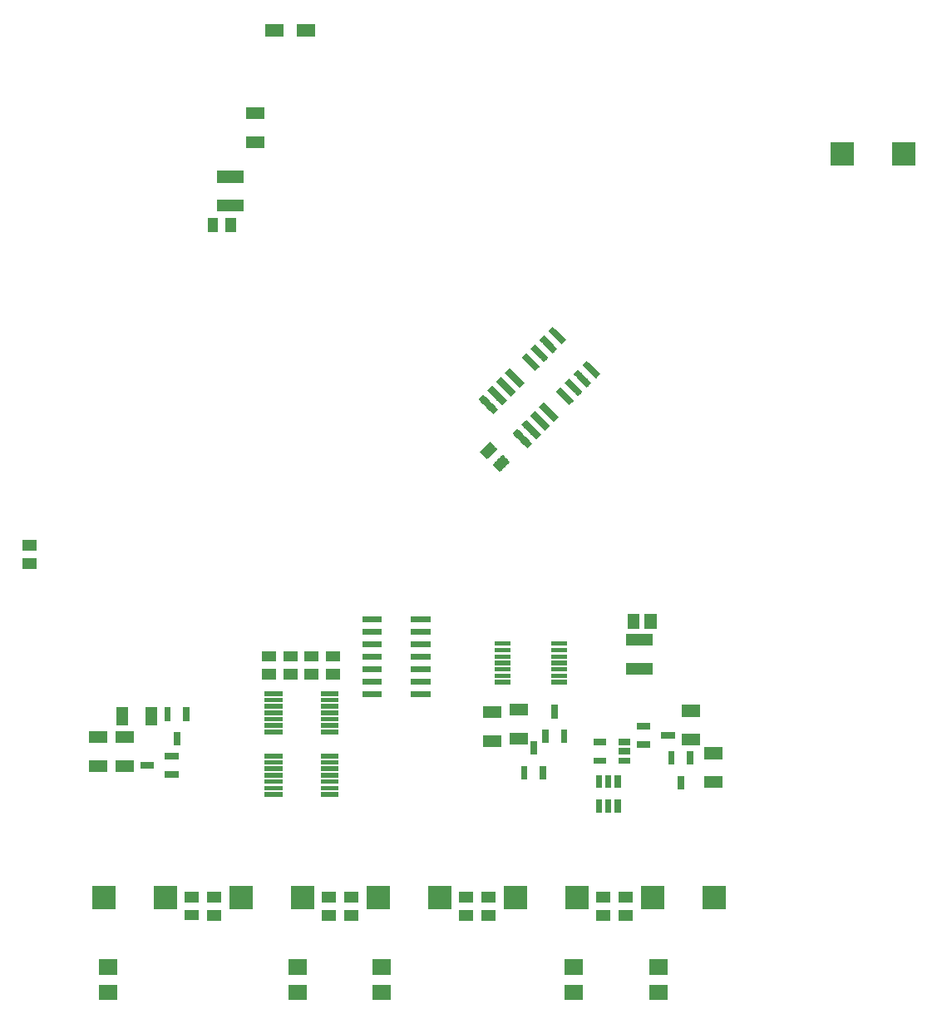
<source format=gbp>
G04 EAGLE Gerber RS-274X export*
G75*
%MOMM*%
%FSLAX34Y34*%
%LPD*%
%INSolderpaste Bottom*%
%IPPOS*%
%AMOC8*
5,1,8,0,0,1.08239X$1,22.5*%
G01*
G04 Define Apertures*
%ADD10C,0.046581*%
%ADD11C,0.051000*%
%ADD12C,0.053550*%
%ADD13C,0.045156*%
%ADD14C,0.051559*%
%ADD15C,0.047600*%
%ADD16C,0.053234*%
%ADD17C,0.049259*%
%ADD18C,0.048119*%
%ADD19C,0.049234*%
%ADD20C,0.071038*%
%ADD21C,0.049600*%
%ADD22C,0.049500*%
D10*
X254047Y929914D02*
X254047Y941094D01*
X271733Y941094D01*
X271733Y929914D01*
X254047Y929914D01*
X254047Y930357D02*
X271733Y930357D01*
X271733Y930800D02*
X254047Y930800D01*
X254047Y931243D02*
X271733Y931243D01*
X271733Y931686D02*
X254047Y931686D01*
X254047Y932129D02*
X271733Y932129D01*
X271733Y932572D02*
X254047Y932572D01*
X254047Y933015D02*
X271733Y933015D01*
X271733Y933458D02*
X254047Y933458D01*
X254047Y933901D02*
X271733Y933901D01*
X271733Y934344D02*
X254047Y934344D01*
X254047Y934787D02*
X271733Y934787D01*
X271733Y935230D02*
X254047Y935230D01*
X254047Y935673D02*
X271733Y935673D01*
X271733Y936116D02*
X254047Y936116D01*
X254047Y936559D02*
X271733Y936559D01*
X271733Y937002D02*
X254047Y937002D01*
X254047Y937445D02*
X271733Y937445D01*
X271733Y937888D02*
X254047Y937888D01*
X254047Y938331D02*
X271733Y938331D01*
X271733Y938774D02*
X254047Y938774D01*
X254047Y939217D02*
X271733Y939217D01*
X271733Y939660D02*
X254047Y939660D01*
X254047Y940103D02*
X271733Y940103D01*
X271733Y940546D02*
X254047Y940546D01*
X254047Y940989D02*
X271733Y940989D01*
X254047Y911586D02*
X254047Y900406D01*
X254047Y911586D02*
X271733Y911586D01*
X271733Y900406D01*
X254047Y900406D01*
X254047Y900849D02*
X271733Y900849D01*
X271733Y901292D02*
X254047Y901292D01*
X254047Y901735D02*
X271733Y901735D01*
X271733Y902178D02*
X254047Y902178D01*
X254047Y902621D02*
X271733Y902621D01*
X271733Y903064D02*
X254047Y903064D01*
X254047Y903507D02*
X271733Y903507D01*
X271733Y903950D02*
X254047Y903950D01*
X254047Y904393D02*
X271733Y904393D01*
X271733Y904836D02*
X254047Y904836D01*
X254047Y905279D02*
X271733Y905279D01*
X271733Y905722D02*
X254047Y905722D01*
X254047Y906165D02*
X271733Y906165D01*
X271733Y906608D02*
X254047Y906608D01*
X254047Y907051D02*
X271733Y907051D01*
X271733Y907494D02*
X254047Y907494D01*
X254047Y907937D02*
X271733Y907937D01*
X271733Y908380D02*
X254047Y908380D01*
X254047Y908823D02*
X271733Y908823D01*
X271733Y909266D02*
X254047Y909266D01*
X254047Y909709D02*
X271733Y909709D01*
X271733Y910152D02*
X254047Y910152D01*
X254047Y910595D02*
X271733Y910595D01*
X271733Y911038D02*
X254047Y911038D01*
X254047Y911481D02*
X271733Y911481D01*
X94027Y306094D02*
X94027Y294914D01*
X94027Y306094D02*
X111713Y306094D01*
X111713Y294914D01*
X94027Y294914D01*
X94027Y295357D02*
X111713Y295357D01*
X111713Y295800D02*
X94027Y295800D01*
X94027Y296243D02*
X111713Y296243D01*
X111713Y296686D02*
X94027Y296686D01*
X94027Y297129D02*
X111713Y297129D01*
X111713Y297572D02*
X94027Y297572D01*
X94027Y298015D02*
X111713Y298015D01*
X111713Y298458D02*
X94027Y298458D01*
X94027Y298901D02*
X111713Y298901D01*
X111713Y299344D02*
X94027Y299344D01*
X94027Y299787D02*
X111713Y299787D01*
X111713Y300230D02*
X94027Y300230D01*
X94027Y300673D02*
X111713Y300673D01*
X111713Y301116D02*
X94027Y301116D01*
X94027Y301559D02*
X111713Y301559D01*
X111713Y302002D02*
X94027Y302002D01*
X94027Y302445D02*
X111713Y302445D01*
X111713Y302888D02*
X94027Y302888D01*
X94027Y303331D02*
X111713Y303331D01*
X111713Y303774D02*
X94027Y303774D01*
X94027Y304217D02*
X111713Y304217D01*
X111713Y304660D02*
X94027Y304660D01*
X94027Y305103D02*
X111713Y305103D01*
X111713Y305546D02*
X94027Y305546D01*
X94027Y305989D02*
X111713Y305989D01*
X94027Y276586D02*
X94027Y265406D01*
X94027Y276586D02*
X111713Y276586D01*
X111713Y265406D01*
X94027Y265406D01*
X94027Y265849D02*
X111713Y265849D01*
X111713Y266292D02*
X94027Y266292D01*
X94027Y266735D02*
X111713Y266735D01*
X111713Y267178D02*
X94027Y267178D01*
X94027Y267621D02*
X111713Y267621D01*
X111713Y268064D02*
X94027Y268064D01*
X94027Y268507D02*
X111713Y268507D01*
X111713Y268950D02*
X94027Y268950D01*
X94027Y269393D02*
X111713Y269393D01*
X111713Y269836D02*
X94027Y269836D01*
X94027Y270279D02*
X111713Y270279D01*
X111713Y270722D02*
X94027Y270722D01*
X94027Y271165D02*
X111713Y271165D01*
X111713Y271608D02*
X94027Y271608D01*
X94027Y272051D02*
X111713Y272051D01*
X111713Y272494D02*
X94027Y272494D01*
X94027Y272937D02*
X111713Y272937D01*
X111713Y273380D02*
X94027Y273380D01*
X94027Y273823D02*
X111713Y273823D01*
X111713Y274266D02*
X94027Y274266D01*
X94027Y274709D02*
X111713Y274709D01*
X111713Y275152D02*
X94027Y275152D01*
X94027Y275595D02*
X111713Y275595D01*
X111713Y276038D02*
X94027Y276038D01*
X94027Y276481D02*
X111713Y276481D01*
X121896Y312467D02*
X133076Y312467D01*
X121896Y312467D02*
X121896Y330153D01*
X133076Y330153D01*
X133076Y312467D01*
X133076Y312910D02*
X121896Y312910D01*
X121896Y313353D02*
X133076Y313353D01*
X133076Y313796D02*
X121896Y313796D01*
X121896Y314239D02*
X133076Y314239D01*
X133076Y314682D02*
X121896Y314682D01*
X121896Y315125D02*
X133076Y315125D01*
X133076Y315568D02*
X121896Y315568D01*
X121896Y316011D02*
X133076Y316011D01*
X133076Y316454D02*
X121896Y316454D01*
X121896Y316897D02*
X133076Y316897D01*
X133076Y317340D02*
X121896Y317340D01*
X121896Y317783D02*
X133076Y317783D01*
X133076Y318226D02*
X121896Y318226D01*
X121896Y318669D02*
X133076Y318669D01*
X133076Y319112D02*
X121896Y319112D01*
X121896Y319555D02*
X133076Y319555D01*
X133076Y319998D02*
X121896Y319998D01*
X121896Y320441D02*
X133076Y320441D01*
X133076Y320884D02*
X121896Y320884D01*
X121896Y321327D02*
X133076Y321327D01*
X133076Y321770D02*
X121896Y321770D01*
X121896Y322213D02*
X133076Y322213D01*
X133076Y322656D02*
X121896Y322656D01*
X121896Y323099D02*
X133076Y323099D01*
X133076Y323542D02*
X121896Y323542D01*
X121896Y323985D02*
X133076Y323985D01*
X133076Y324428D02*
X121896Y324428D01*
X121896Y324871D02*
X133076Y324871D01*
X133076Y325314D02*
X121896Y325314D01*
X121896Y325757D02*
X133076Y325757D01*
X133076Y326200D02*
X121896Y326200D01*
X121896Y326643D02*
X133076Y326643D01*
X133076Y327086D02*
X121896Y327086D01*
X121896Y327529D02*
X133076Y327529D01*
X133076Y327972D02*
X121896Y327972D01*
X121896Y328415D02*
X133076Y328415D01*
X133076Y328858D02*
X121896Y328858D01*
X121896Y329301D02*
X133076Y329301D01*
X133076Y329744D02*
X121896Y329744D01*
X151404Y312467D02*
X162584Y312467D01*
X151404Y312467D02*
X151404Y330153D01*
X162584Y330153D01*
X162584Y312467D01*
X162584Y312910D02*
X151404Y312910D01*
X151404Y313353D02*
X162584Y313353D01*
X162584Y313796D02*
X151404Y313796D01*
X151404Y314239D02*
X162584Y314239D01*
X162584Y314682D02*
X151404Y314682D01*
X151404Y315125D02*
X162584Y315125D01*
X162584Y315568D02*
X151404Y315568D01*
X151404Y316011D02*
X162584Y316011D01*
X162584Y316454D02*
X151404Y316454D01*
X151404Y316897D02*
X162584Y316897D01*
X162584Y317340D02*
X151404Y317340D01*
X151404Y317783D02*
X162584Y317783D01*
X162584Y318226D02*
X151404Y318226D01*
X151404Y318669D02*
X162584Y318669D01*
X162584Y319112D02*
X151404Y319112D01*
X151404Y319555D02*
X162584Y319555D01*
X162584Y319998D02*
X151404Y319998D01*
X151404Y320441D02*
X162584Y320441D01*
X162584Y320884D02*
X151404Y320884D01*
X151404Y321327D02*
X162584Y321327D01*
X162584Y321770D02*
X151404Y321770D01*
X151404Y322213D02*
X162584Y322213D01*
X162584Y322656D02*
X151404Y322656D01*
X151404Y323099D02*
X162584Y323099D01*
X162584Y323542D02*
X151404Y323542D01*
X151404Y323985D02*
X162584Y323985D01*
X162584Y324428D02*
X151404Y324428D01*
X151404Y324871D02*
X162584Y324871D01*
X162584Y325314D02*
X151404Y325314D01*
X151404Y325757D02*
X162584Y325757D01*
X162584Y326200D02*
X151404Y326200D01*
X151404Y326643D02*
X162584Y326643D01*
X162584Y327086D02*
X151404Y327086D01*
X151404Y327529D02*
X162584Y327529D01*
X162584Y327972D02*
X151404Y327972D01*
X151404Y328415D02*
X162584Y328415D01*
X162584Y328858D02*
X151404Y328858D01*
X151404Y329301D02*
X162584Y329301D01*
X162584Y329744D02*
X151404Y329744D01*
X120697Y306094D02*
X120697Y294914D01*
X120697Y306094D02*
X138383Y306094D01*
X138383Y294914D01*
X120697Y294914D01*
X120697Y295357D02*
X138383Y295357D01*
X138383Y295800D02*
X120697Y295800D01*
X120697Y296243D02*
X138383Y296243D01*
X138383Y296686D02*
X120697Y296686D01*
X120697Y297129D02*
X138383Y297129D01*
X138383Y297572D02*
X120697Y297572D01*
X120697Y298015D02*
X138383Y298015D01*
X138383Y298458D02*
X120697Y298458D01*
X120697Y298901D02*
X138383Y298901D01*
X138383Y299344D02*
X120697Y299344D01*
X120697Y299787D02*
X138383Y299787D01*
X138383Y300230D02*
X120697Y300230D01*
X120697Y300673D02*
X138383Y300673D01*
X138383Y301116D02*
X120697Y301116D01*
X120697Y301559D02*
X138383Y301559D01*
X138383Y302002D02*
X120697Y302002D01*
X120697Y302445D02*
X138383Y302445D01*
X138383Y302888D02*
X120697Y302888D01*
X120697Y303331D02*
X138383Y303331D01*
X138383Y303774D02*
X120697Y303774D01*
X120697Y304217D02*
X138383Y304217D01*
X138383Y304660D02*
X120697Y304660D01*
X120697Y305103D02*
X138383Y305103D01*
X138383Y305546D02*
X120697Y305546D01*
X120697Y305989D02*
X138383Y305989D01*
X120697Y276586D02*
X120697Y265406D01*
X120697Y276586D02*
X138383Y276586D01*
X138383Y265406D01*
X120697Y265406D01*
X120697Y265849D02*
X138383Y265849D01*
X138383Y266292D02*
X120697Y266292D01*
X120697Y266735D02*
X138383Y266735D01*
X138383Y267178D02*
X120697Y267178D01*
X120697Y267621D02*
X138383Y267621D01*
X138383Y268064D02*
X120697Y268064D01*
X120697Y268507D02*
X138383Y268507D01*
X138383Y268950D02*
X120697Y268950D01*
X120697Y269393D02*
X138383Y269393D01*
X138383Y269836D02*
X120697Y269836D01*
X120697Y270279D02*
X138383Y270279D01*
X138383Y270722D02*
X120697Y270722D01*
X120697Y271165D02*
X138383Y271165D01*
X138383Y271608D02*
X120697Y271608D01*
X120697Y272051D02*
X138383Y272051D01*
X138383Y272494D02*
X120697Y272494D01*
X120697Y272937D02*
X138383Y272937D01*
X138383Y273380D02*
X120697Y273380D01*
X120697Y273823D02*
X138383Y273823D01*
X138383Y274266D02*
X120697Y274266D01*
X120697Y274709D02*
X138383Y274709D01*
X138383Y275152D02*
X120697Y275152D01*
X120697Y275595D02*
X138383Y275595D01*
X138383Y276038D02*
X120697Y276038D01*
X120697Y276481D02*
X138383Y276481D01*
X539703Y293346D02*
X539703Y304526D01*
X539703Y293346D02*
X522017Y293346D01*
X522017Y304526D01*
X539703Y304526D01*
X539703Y293789D02*
X522017Y293789D01*
X522017Y294232D02*
X539703Y294232D01*
X539703Y294675D02*
X522017Y294675D01*
X522017Y295118D02*
X539703Y295118D01*
X539703Y295561D02*
X522017Y295561D01*
X522017Y296004D02*
X539703Y296004D01*
X539703Y296447D02*
X522017Y296447D01*
X522017Y296890D02*
X539703Y296890D01*
X539703Y297333D02*
X522017Y297333D01*
X522017Y297776D02*
X539703Y297776D01*
X539703Y298219D02*
X522017Y298219D01*
X522017Y298662D02*
X539703Y298662D01*
X539703Y299105D02*
X522017Y299105D01*
X522017Y299548D02*
X539703Y299548D01*
X539703Y299991D02*
X522017Y299991D01*
X522017Y300434D02*
X539703Y300434D01*
X539703Y300877D02*
X522017Y300877D01*
X522017Y301320D02*
X539703Y301320D01*
X539703Y301763D02*
X522017Y301763D01*
X522017Y302206D02*
X539703Y302206D01*
X539703Y302649D02*
X522017Y302649D01*
X522017Y303092D02*
X539703Y303092D01*
X539703Y303535D02*
X522017Y303535D01*
X522017Y303978D02*
X539703Y303978D01*
X539703Y304421D02*
X522017Y304421D01*
X539703Y322854D02*
X539703Y334034D01*
X539703Y322854D02*
X522017Y322854D01*
X522017Y334034D01*
X539703Y334034D01*
X539703Y323297D02*
X522017Y323297D01*
X522017Y323740D02*
X539703Y323740D01*
X539703Y324183D02*
X522017Y324183D01*
X522017Y324626D02*
X539703Y324626D01*
X539703Y325069D02*
X522017Y325069D01*
X522017Y325512D02*
X539703Y325512D01*
X539703Y325955D02*
X522017Y325955D01*
X522017Y326398D02*
X539703Y326398D01*
X539703Y326841D02*
X522017Y326841D01*
X522017Y327284D02*
X539703Y327284D01*
X539703Y327727D02*
X522017Y327727D01*
X522017Y328170D02*
X539703Y328170D01*
X539703Y328613D02*
X522017Y328613D01*
X522017Y329056D02*
X539703Y329056D01*
X539703Y329499D02*
X522017Y329499D01*
X522017Y329942D02*
X539703Y329942D01*
X539703Y330385D02*
X522017Y330385D01*
X522017Y330828D02*
X539703Y330828D01*
X539703Y331271D02*
X522017Y331271D01*
X522017Y331714D02*
X539703Y331714D01*
X539703Y332157D02*
X522017Y332157D01*
X522017Y332600D02*
X539703Y332600D01*
X539703Y333043D02*
X522017Y333043D01*
X522017Y333486D02*
X539703Y333486D01*
X539703Y333929D02*
X522017Y333929D01*
X495347Y331494D02*
X495347Y320314D01*
X495347Y331494D02*
X513033Y331494D01*
X513033Y320314D01*
X495347Y320314D01*
X495347Y320757D02*
X513033Y320757D01*
X513033Y321200D02*
X495347Y321200D01*
X495347Y321643D02*
X513033Y321643D01*
X513033Y322086D02*
X495347Y322086D01*
X495347Y322529D02*
X513033Y322529D01*
X513033Y322972D02*
X495347Y322972D01*
X495347Y323415D02*
X513033Y323415D01*
X513033Y323858D02*
X495347Y323858D01*
X495347Y324301D02*
X513033Y324301D01*
X513033Y324744D02*
X495347Y324744D01*
X495347Y325187D02*
X513033Y325187D01*
X513033Y325630D02*
X495347Y325630D01*
X495347Y326073D02*
X513033Y326073D01*
X513033Y326516D02*
X495347Y326516D01*
X495347Y326959D02*
X513033Y326959D01*
X513033Y327402D02*
X495347Y327402D01*
X495347Y327845D02*
X513033Y327845D01*
X513033Y328288D02*
X495347Y328288D01*
X495347Y328731D02*
X513033Y328731D01*
X513033Y329174D02*
X495347Y329174D01*
X495347Y329617D02*
X513033Y329617D01*
X513033Y330060D02*
X495347Y330060D01*
X495347Y330503D02*
X513033Y330503D01*
X513033Y330946D02*
X495347Y330946D01*
X495347Y331389D02*
X513033Y331389D01*
X495347Y301986D02*
X495347Y290806D01*
X495347Y301986D02*
X513033Y301986D01*
X513033Y290806D01*
X495347Y290806D01*
X495347Y291249D02*
X513033Y291249D01*
X513033Y291692D02*
X495347Y291692D01*
X495347Y292135D02*
X513033Y292135D01*
X513033Y292578D02*
X495347Y292578D01*
X495347Y293021D02*
X513033Y293021D01*
X513033Y293464D02*
X495347Y293464D01*
X495347Y293907D02*
X513033Y293907D01*
X513033Y294350D02*
X495347Y294350D01*
X495347Y294793D02*
X513033Y294793D01*
X513033Y295236D02*
X495347Y295236D01*
X495347Y295679D02*
X513033Y295679D01*
X513033Y296122D02*
X495347Y296122D01*
X495347Y296565D02*
X513033Y296565D01*
X513033Y297008D02*
X495347Y297008D01*
X495347Y297451D02*
X513033Y297451D01*
X513033Y297894D02*
X495347Y297894D01*
X495347Y298337D02*
X513033Y298337D01*
X513033Y298780D02*
X495347Y298780D01*
X495347Y299223D02*
X513033Y299223D01*
X513033Y299666D02*
X495347Y299666D01*
X495347Y300109D02*
X513033Y300109D01*
X513033Y300552D02*
X495347Y300552D01*
X495347Y300995D02*
X513033Y300995D01*
X513033Y301438D02*
X495347Y301438D01*
X495347Y301881D02*
X513033Y301881D01*
X697277Y321584D02*
X697277Y332764D01*
X714963Y332764D01*
X714963Y321584D01*
X697277Y321584D01*
X697277Y322027D02*
X714963Y322027D01*
X714963Y322470D02*
X697277Y322470D01*
X697277Y322913D02*
X714963Y322913D01*
X714963Y323356D02*
X697277Y323356D01*
X697277Y323799D02*
X714963Y323799D01*
X714963Y324242D02*
X697277Y324242D01*
X697277Y324685D02*
X714963Y324685D01*
X714963Y325128D02*
X697277Y325128D01*
X697277Y325571D02*
X714963Y325571D01*
X714963Y326014D02*
X697277Y326014D01*
X697277Y326457D02*
X714963Y326457D01*
X714963Y326900D02*
X697277Y326900D01*
X697277Y327343D02*
X714963Y327343D01*
X714963Y327786D02*
X697277Y327786D01*
X697277Y328229D02*
X714963Y328229D01*
X714963Y328672D02*
X697277Y328672D01*
X697277Y329115D02*
X714963Y329115D01*
X714963Y329558D02*
X697277Y329558D01*
X697277Y330001D02*
X714963Y330001D01*
X714963Y330444D02*
X697277Y330444D01*
X697277Y330887D02*
X714963Y330887D01*
X714963Y331330D02*
X697277Y331330D01*
X697277Y331773D02*
X714963Y331773D01*
X714963Y332216D02*
X697277Y332216D01*
X697277Y332659D02*
X714963Y332659D01*
X697277Y303256D02*
X697277Y292076D01*
X697277Y303256D02*
X714963Y303256D01*
X714963Y292076D01*
X697277Y292076D01*
X697277Y292519D02*
X714963Y292519D01*
X714963Y292962D02*
X697277Y292962D01*
X697277Y293405D02*
X714963Y293405D01*
X714963Y293848D02*
X697277Y293848D01*
X697277Y294291D02*
X714963Y294291D01*
X714963Y294734D02*
X697277Y294734D01*
X697277Y295177D02*
X714963Y295177D01*
X714963Y295620D02*
X697277Y295620D01*
X697277Y296063D02*
X714963Y296063D01*
X714963Y296506D02*
X697277Y296506D01*
X697277Y296949D02*
X714963Y296949D01*
X714963Y297392D02*
X697277Y297392D01*
X697277Y297835D02*
X714963Y297835D01*
X714963Y298278D02*
X697277Y298278D01*
X697277Y298721D02*
X714963Y298721D01*
X714963Y299164D02*
X697277Y299164D01*
X697277Y299607D02*
X714963Y299607D01*
X714963Y300050D02*
X697277Y300050D01*
X697277Y300493D02*
X714963Y300493D01*
X714963Y300936D02*
X697277Y300936D01*
X697277Y301379D02*
X714963Y301379D01*
X714963Y301822D02*
X697277Y301822D01*
X697277Y302265D02*
X714963Y302265D01*
X714963Y302708D02*
X697277Y302708D01*
X697277Y303151D02*
X714963Y303151D01*
X720137Y289584D02*
X720137Y278404D01*
X720137Y289584D02*
X737823Y289584D01*
X737823Y278404D01*
X720137Y278404D01*
X720137Y278847D02*
X737823Y278847D01*
X737823Y279290D02*
X720137Y279290D01*
X720137Y279733D02*
X737823Y279733D01*
X737823Y280176D02*
X720137Y280176D01*
X720137Y280619D02*
X737823Y280619D01*
X737823Y281062D02*
X720137Y281062D01*
X720137Y281505D02*
X737823Y281505D01*
X737823Y281948D02*
X720137Y281948D01*
X720137Y282391D02*
X737823Y282391D01*
X737823Y282834D02*
X720137Y282834D01*
X720137Y283277D02*
X737823Y283277D01*
X737823Y283720D02*
X720137Y283720D01*
X720137Y284163D02*
X737823Y284163D01*
X737823Y284606D02*
X720137Y284606D01*
X720137Y285049D02*
X737823Y285049D01*
X737823Y285492D02*
X720137Y285492D01*
X720137Y285935D02*
X737823Y285935D01*
X737823Y286378D02*
X720137Y286378D01*
X720137Y286821D02*
X737823Y286821D01*
X737823Y287264D02*
X720137Y287264D01*
X720137Y287707D02*
X737823Y287707D01*
X737823Y288150D02*
X720137Y288150D01*
X720137Y288593D02*
X737823Y288593D01*
X737823Y289036D02*
X720137Y289036D01*
X720137Y289479D02*
X737823Y289479D01*
X720137Y260076D02*
X720137Y248896D01*
X720137Y260076D02*
X737823Y260076D01*
X737823Y248896D01*
X720137Y248896D01*
X720137Y249339D02*
X737823Y249339D01*
X737823Y249782D02*
X720137Y249782D01*
X720137Y250225D02*
X737823Y250225D01*
X737823Y250668D02*
X720137Y250668D01*
X720137Y251111D02*
X737823Y251111D01*
X737823Y251554D02*
X720137Y251554D01*
X720137Y251997D02*
X737823Y251997D01*
X737823Y252440D02*
X720137Y252440D01*
X720137Y252883D02*
X737823Y252883D01*
X737823Y253326D02*
X720137Y253326D01*
X720137Y253769D02*
X737823Y253769D01*
X737823Y254212D02*
X720137Y254212D01*
X720137Y254655D02*
X737823Y254655D01*
X737823Y255098D02*
X720137Y255098D01*
X720137Y255541D02*
X737823Y255541D01*
X737823Y255984D02*
X720137Y255984D01*
X720137Y256427D02*
X737823Y256427D01*
X737823Y256870D02*
X720137Y256870D01*
X720137Y257313D02*
X737823Y257313D01*
X737823Y257756D02*
X720137Y257756D01*
X720137Y258199D02*
X737823Y258199D01*
X737823Y258642D02*
X720137Y258642D01*
X720137Y259085D02*
X737823Y259085D01*
X737823Y259528D02*
X720137Y259528D01*
X720137Y259971D02*
X737823Y259971D01*
D11*
X289907Y240250D02*
X272417Y240250D01*
X272417Y243990D01*
X289907Y243990D01*
X289907Y240250D01*
X289907Y240734D02*
X272417Y240734D01*
X272417Y241218D02*
X289907Y241218D01*
X289907Y241702D02*
X272417Y241702D01*
X272417Y242186D02*
X289907Y242186D01*
X289907Y242670D02*
X272417Y242670D01*
X272417Y243154D02*
X289907Y243154D01*
X289907Y243638D02*
X272417Y243638D01*
X272417Y246750D02*
X289907Y246750D01*
X272417Y246750D02*
X272417Y250490D01*
X289907Y250490D01*
X289907Y246750D01*
X289907Y247234D02*
X272417Y247234D01*
X272417Y247718D02*
X289907Y247718D01*
X289907Y248202D02*
X272417Y248202D01*
X272417Y248686D02*
X289907Y248686D01*
X289907Y249170D02*
X272417Y249170D01*
X272417Y249654D02*
X289907Y249654D01*
X289907Y250138D02*
X272417Y250138D01*
X272417Y253250D02*
X289907Y253250D01*
X272417Y253250D02*
X272417Y256990D01*
X289907Y256990D01*
X289907Y253250D01*
X289907Y253734D02*
X272417Y253734D01*
X272417Y254218D02*
X289907Y254218D01*
X289907Y254702D02*
X272417Y254702D01*
X272417Y255186D02*
X289907Y255186D01*
X289907Y255670D02*
X272417Y255670D01*
X272417Y256154D02*
X289907Y256154D01*
X289907Y256638D02*
X272417Y256638D01*
X272417Y259750D02*
X289907Y259750D01*
X272417Y259750D02*
X272417Y263490D01*
X289907Y263490D01*
X289907Y259750D01*
X289907Y260234D02*
X272417Y260234D01*
X272417Y260718D02*
X289907Y260718D01*
X289907Y261202D02*
X272417Y261202D01*
X272417Y261686D02*
X289907Y261686D01*
X289907Y262170D02*
X272417Y262170D01*
X272417Y262654D02*
X289907Y262654D01*
X289907Y263138D02*
X272417Y263138D01*
X272417Y266250D02*
X289907Y266250D01*
X272417Y266250D02*
X272417Y269990D01*
X289907Y269990D01*
X289907Y266250D01*
X289907Y266734D02*
X272417Y266734D01*
X272417Y267218D02*
X289907Y267218D01*
X289907Y267702D02*
X272417Y267702D01*
X272417Y268186D02*
X289907Y268186D01*
X289907Y268670D02*
X272417Y268670D01*
X272417Y269154D02*
X289907Y269154D01*
X289907Y269638D02*
X272417Y269638D01*
X272417Y272750D02*
X289907Y272750D01*
X272417Y272750D02*
X272417Y276490D01*
X289907Y276490D01*
X289907Y272750D01*
X289907Y273234D02*
X272417Y273234D01*
X272417Y273718D02*
X289907Y273718D01*
X289907Y274202D02*
X272417Y274202D01*
X272417Y274686D02*
X289907Y274686D01*
X289907Y275170D02*
X272417Y275170D01*
X272417Y275654D02*
X289907Y275654D01*
X289907Y276138D02*
X272417Y276138D01*
X272417Y279250D02*
X289907Y279250D01*
X272417Y279250D02*
X272417Y282990D01*
X289907Y282990D01*
X289907Y279250D01*
X289907Y279734D02*
X272417Y279734D01*
X272417Y280218D02*
X289907Y280218D01*
X289907Y280702D02*
X272417Y280702D01*
X272417Y281186D02*
X289907Y281186D01*
X289907Y281670D02*
X272417Y281670D01*
X272417Y282154D02*
X289907Y282154D01*
X289907Y282638D02*
X272417Y282638D01*
X329853Y279250D02*
X347343Y279250D01*
X329853Y279250D02*
X329853Y282990D01*
X347343Y282990D01*
X347343Y279250D01*
X347343Y279734D02*
X329853Y279734D01*
X329853Y280218D02*
X347343Y280218D01*
X347343Y280702D02*
X329853Y280702D01*
X329853Y281186D02*
X347343Y281186D01*
X347343Y281670D02*
X329853Y281670D01*
X329853Y282154D02*
X347343Y282154D01*
X347343Y282638D02*
X329853Y282638D01*
X329853Y272750D02*
X347343Y272750D01*
X329853Y272750D02*
X329853Y276490D01*
X347343Y276490D01*
X347343Y272750D01*
X347343Y273234D02*
X329853Y273234D01*
X329853Y273718D02*
X347343Y273718D01*
X347343Y274202D02*
X329853Y274202D01*
X329853Y274686D02*
X347343Y274686D01*
X347343Y275170D02*
X329853Y275170D01*
X329853Y275654D02*
X347343Y275654D01*
X347343Y276138D02*
X329853Y276138D01*
X329853Y266250D02*
X347343Y266250D01*
X329853Y266250D02*
X329853Y269990D01*
X347343Y269990D01*
X347343Y266250D01*
X347343Y266734D02*
X329853Y266734D01*
X329853Y267218D02*
X347343Y267218D01*
X347343Y267702D02*
X329853Y267702D01*
X329853Y268186D02*
X347343Y268186D01*
X347343Y268670D02*
X329853Y268670D01*
X329853Y269154D02*
X347343Y269154D01*
X347343Y269638D02*
X329853Y269638D01*
X329853Y259750D02*
X347343Y259750D01*
X329853Y259750D02*
X329853Y263490D01*
X347343Y263490D01*
X347343Y259750D01*
X347343Y260234D02*
X329853Y260234D01*
X329853Y260718D02*
X347343Y260718D01*
X347343Y261202D02*
X329853Y261202D01*
X329853Y261686D02*
X347343Y261686D01*
X347343Y262170D02*
X329853Y262170D01*
X329853Y262654D02*
X347343Y262654D01*
X347343Y263138D02*
X329853Y263138D01*
X329853Y253250D02*
X347343Y253250D01*
X329853Y253250D02*
X329853Y256990D01*
X347343Y256990D01*
X347343Y253250D01*
X347343Y253734D02*
X329853Y253734D01*
X329853Y254218D02*
X347343Y254218D01*
X347343Y254702D02*
X329853Y254702D01*
X329853Y255186D02*
X347343Y255186D01*
X347343Y255670D02*
X329853Y255670D01*
X329853Y256154D02*
X347343Y256154D01*
X347343Y256638D02*
X329853Y256638D01*
X329853Y246750D02*
X347343Y246750D01*
X329853Y246750D02*
X329853Y250490D01*
X347343Y250490D01*
X347343Y246750D01*
X347343Y247234D02*
X329853Y247234D01*
X329853Y247718D02*
X347343Y247718D01*
X347343Y248202D02*
X329853Y248202D01*
X329853Y248686D02*
X347343Y248686D01*
X347343Y249170D02*
X329853Y249170D01*
X329853Y249654D02*
X347343Y249654D01*
X347343Y250138D02*
X329853Y250138D01*
X329853Y240250D02*
X347343Y240250D01*
X329853Y240250D02*
X329853Y243990D01*
X347343Y243990D01*
X347343Y240250D01*
X347343Y240734D02*
X329853Y240734D01*
X329853Y241218D02*
X347343Y241218D01*
X347343Y241702D02*
X329853Y241702D01*
X329853Y242186D02*
X347343Y242186D01*
X347343Y242670D02*
X329853Y242670D01*
X329853Y243154D02*
X347343Y243154D01*
X347343Y243638D02*
X329853Y243638D01*
D12*
X610093Y248817D02*
X610093Y260885D01*
X615507Y260885D01*
X615507Y248817D01*
X610093Y248817D01*
X610093Y249326D02*
X615507Y249326D01*
X615507Y249835D02*
X610093Y249835D01*
X610093Y250344D02*
X615507Y250344D01*
X615507Y250853D02*
X610093Y250853D01*
X610093Y251362D02*
X615507Y251362D01*
X615507Y251871D02*
X610093Y251871D01*
X610093Y252380D02*
X615507Y252380D01*
X615507Y252889D02*
X610093Y252889D01*
X610093Y253398D02*
X615507Y253398D01*
X615507Y253907D02*
X610093Y253907D01*
X610093Y254416D02*
X615507Y254416D01*
X615507Y254925D02*
X610093Y254925D01*
X610093Y255434D02*
X615507Y255434D01*
X615507Y255943D02*
X610093Y255943D01*
X610093Y256452D02*
X615507Y256452D01*
X615507Y256961D02*
X610093Y256961D01*
X610093Y257470D02*
X615507Y257470D01*
X615507Y257979D02*
X610093Y257979D01*
X610093Y258488D02*
X615507Y258488D01*
X615507Y258997D02*
X610093Y258997D01*
X610093Y259506D02*
X615507Y259506D01*
X615507Y260015D02*
X610093Y260015D01*
X610093Y260524D02*
X615507Y260524D01*
X619593Y260885D02*
X619593Y248817D01*
X619593Y260885D02*
X625007Y260885D01*
X625007Y248817D01*
X619593Y248817D01*
X619593Y249326D02*
X625007Y249326D01*
X625007Y249835D02*
X619593Y249835D01*
X619593Y250344D02*
X625007Y250344D01*
X625007Y250853D02*
X619593Y250853D01*
X619593Y251362D02*
X625007Y251362D01*
X625007Y251871D02*
X619593Y251871D01*
X619593Y252380D02*
X625007Y252380D01*
X625007Y252889D02*
X619593Y252889D01*
X619593Y253398D02*
X625007Y253398D01*
X625007Y253907D02*
X619593Y253907D01*
X619593Y254416D02*
X625007Y254416D01*
X625007Y254925D02*
X619593Y254925D01*
X619593Y255434D02*
X625007Y255434D01*
X625007Y255943D02*
X619593Y255943D01*
X619593Y256452D02*
X625007Y256452D01*
X625007Y256961D02*
X619593Y256961D01*
X619593Y257470D02*
X625007Y257470D01*
X625007Y257979D02*
X619593Y257979D01*
X619593Y258488D02*
X625007Y258488D01*
X625007Y258997D02*
X619593Y258997D01*
X619593Y259506D02*
X625007Y259506D01*
X625007Y260015D02*
X619593Y260015D01*
X619593Y260524D02*
X625007Y260524D01*
X629093Y260885D02*
X629093Y248817D01*
X629093Y260885D02*
X634507Y260885D01*
X634507Y248817D01*
X629093Y248817D01*
X629093Y249326D02*
X634507Y249326D01*
X634507Y249835D02*
X629093Y249835D01*
X629093Y250344D02*
X634507Y250344D01*
X634507Y250853D02*
X629093Y250853D01*
X629093Y251362D02*
X634507Y251362D01*
X634507Y251871D02*
X629093Y251871D01*
X629093Y252380D02*
X634507Y252380D01*
X634507Y252889D02*
X629093Y252889D01*
X629093Y253398D02*
X634507Y253398D01*
X634507Y253907D02*
X629093Y253907D01*
X629093Y254416D02*
X634507Y254416D01*
X634507Y254925D02*
X629093Y254925D01*
X629093Y255434D02*
X634507Y255434D01*
X634507Y255943D02*
X629093Y255943D01*
X629093Y256452D02*
X634507Y256452D01*
X634507Y256961D02*
X629093Y256961D01*
X629093Y257470D02*
X634507Y257470D01*
X634507Y257979D02*
X629093Y257979D01*
X629093Y258488D02*
X634507Y258488D01*
X634507Y258997D02*
X629093Y258997D01*
X629093Y259506D02*
X634507Y259506D01*
X634507Y260015D02*
X629093Y260015D01*
X629093Y260524D02*
X634507Y260524D01*
X629093Y236323D02*
X629093Y224255D01*
X629093Y236323D02*
X634507Y236323D01*
X634507Y224255D01*
X629093Y224255D01*
X629093Y224764D02*
X634507Y224764D01*
X634507Y225273D02*
X629093Y225273D01*
X629093Y225782D02*
X634507Y225782D01*
X634507Y226291D02*
X629093Y226291D01*
X629093Y226800D02*
X634507Y226800D01*
X634507Y227309D02*
X629093Y227309D01*
X629093Y227818D02*
X634507Y227818D01*
X634507Y228327D02*
X629093Y228327D01*
X629093Y228836D02*
X634507Y228836D01*
X634507Y229345D02*
X629093Y229345D01*
X629093Y229854D02*
X634507Y229854D01*
X634507Y230363D02*
X629093Y230363D01*
X629093Y230872D02*
X634507Y230872D01*
X634507Y231381D02*
X629093Y231381D01*
X629093Y231890D02*
X634507Y231890D01*
X634507Y232399D02*
X629093Y232399D01*
X629093Y232908D02*
X634507Y232908D01*
X634507Y233417D02*
X629093Y233417D01*
X629093Y233926D02*
X634507Y233926D01*
X634507Y234435D02*
X629093Y234435D01*
X629093Y234944D02*
X634507Y234944D01*
X634507Y235453D02*
X629093Y235453D01*
X629093Y235962D02*
X634507Y235962D01*
X619593Y236323D02*
X619593Y224255D01*
X619593Y236323D02*
X625007Y236323D01*
X625007Y224255D01*
X619593Y224255D01*
X619593Y224764D02*
X625007Y224764D01*
X625007Y225273D02*
X619593Y225273D01*
X619593Y225782D02*
X625007Y225782D01*
X625007Y226291D02*
X619593Y226291D01*
X619593Y226800D02*
X625007Y226800D01*
X625007Y227309D02*
X619593Y227309D01*
X619593Y227818D02*
X625007Y227818D01*
X625007Y228327D02*
X619593Y228327D01*
X619593Y228836D02*
X625007Y228836D01*
X625007Y229345D02*
X619593Y229345D01*
X619593Y229854D02*
X625007Y229854D01*
X625007Y230363D02*
X619593Y230363D01*
X619593Y230872D02*
X625007Y230872D01*
X625007Y231381D02*
X619593Y231381D01*
X619593Y231890D02*
X625007Y231890D01*
X625007Y232399D02*
X619593Y232399D01*
X619593Y232908D02*
X625007Y232908D01*
X625007Y233417D02*
X619593Y233417D01*
X619593Y233926D02*
X625007Y233926D01*
X625007Y234435D02*
X619593Y234435D01*
X619593Y234944D02*
X625007Y234944D01*
X625007Y235453D02*
X619593Y235453D01*
X619593Y235962D02*
X625007Y235962D01*
X610093Y236323D02*
X610093Y224255D01*
X610093Y236323D02*
X615507Y236323D01*
X615507Y224255D01*
X610093Y224255D01*
X610093Y224764D02*
X615507Y224764D01*
X615507Y225273D02*
X610093Y225273D01*
X610093Y225782D02*
X615507Y225782D01*
X615507Y226291D02*
X610093Y226291D01*
X610093Y226800D02*
X615507Y226800D01*
X615507Y227309D02*
X610093Y227309D01*
X610093Y227818D02*
X615507Y227818D01*
X615507Y228327D02*
X610093Y228327D01*
X610093Y228836D02*
X615507Y228836D01*
X615507Y229345D02*
X610093Y229345D01*
X610093Y229854D02*
X615507Y229854D01*
X615507Y230363D02*
X610093Y230363D01*
X610093Y230872D02*
X615507Y230872D01*
X615507Y231381D02*
X610093Y231381D01*
X610093Y231890D02*
X615507Y231890D01*
X615507Y232399D02*
X610093Y232399D01*
X610093Y232908D02*
X615507Y232908D01*
X615507Y233417D02*
X610093Y233417D01*
X610093Y233926D02*
X615507Y233926D01*
X615507Y234435D02*
X610093Y234435D01*
X610093Y234944D02*
X615507Y234944D01*
X615507Y235453D02*
X610093Y235453D01*
X610093Y235962D02*
X615507Y235962D01*
D10*
X250833Y835636D02*
X250833Y846816D01*
X250833Y835636D02*
X224147Y835636D01*
X224147Y846816D01*
X250833Y846816D01*
X250833Y836079D02*
X224147Y836079D01*
X224147Y836522D02*
X250833Y836522D01*
X250833Y836965D02*
X224147Y836965D01*
X224147Y837408D02*
X250833Y837408D01*
X250833Y837851D02*
X224147Y837851D01*
X224147Y838294D02*
X250833Y838294D01*
X250833Y838737D02*
X224147Y838737D01*
X224147Y839180D02*
X250833Y839180D01*
X250833Y839623D02*
X224147Y839623D01*
X224147Y840066D02*
X250833Y840066D01*
X250833Y840509D02*
X224147Y840509D01*
X224147Y840952D02*
X250833Y840952D01*
X250833Y841395D02*
X224147Y841395D01*
X224147Y841838D02*
X250833Y841838D01*
X250833Y842281D02*
X224147Y842281D01*
X224147Y842724D02*
X250833Y842724D01*
X250833Y843167D02*
X224147Y843167D01*
X224147Y843610D02*
X250833Y843610D01*
X250833Y844053D02*
X224147Y844053D01*
X224147Y844496D02*
X250833Y844496D01*
X250833Y844939D02*
X224147Y844939D01*
X224147Y845382D02*
X250833Y845382D01*
X250833Y845825D02*
X224147Y845825D01*
X224147Y846268D02*
X250833Y846268D01*
X250833Y846711D02*
X224147Y846711D01*
X250833Y865144D02*
X250833Y876324D01*
X250833Y865144D02*
X224147Y865144D01*
X224147Y876324D01*
X250833Y876324D01*
X250833Y865587D02*
X224147Y865587D01*
X224147Y866030D02*
X250833Y866030D01*
X250833Y866473D02*
X224147Y866473D01*
X224147Y866916D02*
X250833Y866916D01*
X250833Y867359D02*
X224147Y867359D01*
X224147Y867802D02*
X250833Y867802D01*
X250833Y868245D02*
X224147Y868245D01*
X224147Y868688D02*
X250833Y868688D01*
X250833Y869131D02*
X224147Y869131D01*
X224147Y869574D02*
X250833Y869574D01*
X250833Y870017D02*
X224147Y870017D01*
X224147Y870460D02*
X250833Y870460D01*
X250833Y870903D02*
X224147Y870903D01*
X224147Y871346D02*
X250833Y871346D01*
X250833Y871789D02*
X224147Y871789D01*
X224147Y872232D02*
X250833Y872232D01*
X250833Y872675D02*
X224147Y872675D01*
X224147Y873118D02*
X250833Y873118D01*
X250833Y873561D02*
X224147Y873561D01*
X224147Y874004D02*
X250833Y874004D01*
X250833Y874447D02*
X224147Y874447D01*
X224147Y874890D02*
X250833Y874890D01*
X250833Y875333D02*
X224147Y875333D01*
X224147Y875776D02*
X250833Y875776D01*
X250833Y876219D02*
X224147Y876219D01*
D13*
X104180Y73690D02*
X104180Y59090D01*
X104180Y73690D02*
X121880Y73690D01*
X121880Y59090D01*
X104180Y59090D01*
X104180Y59519D02*
X121880Y59519D01*
X121880Y59948D02*
X104180Y59948D01*
X104180Y60377D02*
X121880Y60377D01*
X121880Y60806D02*
X104180Y60806D01*
X104180Y61235D02*
X121880Y61235D01*
X121880Y61664D02*
X104180Y61664D01*
X104180Y62093D02*
X121880Y62093D01*
X121880Y62522D02*
X104180Y62522D01*
X104180Y62951D02*
X121880Y62951D01*
X121880Y63380D02*
X104180Y63380D01*
X104180Y63809D02*
X121880Y63809D01*
X121880Y64238D02*
X104180Y64238D01*
X104180Y64667D02*
X121880Y64667D01*
X121880Y65096D02*
X104180Y65096D01*
X104180Y65525D02*
X121880Y65525D01*
X121880Y65954D02*
X104180Y65954D01*
X104180Y66383D02*
X121880Y66383D01*
X121880Y66812D02*
X104180Y66812D01*
X104180Y67241D02*
X121880Y67241D01*
X121880Y67670D02*
X104180Y67670D01*
X104180Y68099D02*
X121880Y68099D01*
X121880Y68528D02*
X104180Y68528D01*
X104180Y68957D02*
X121880Y68957D01*
X121880Y69386D02*
X104180Y69386D01*
X104180Y69815D02*
X121880Y69815D01*
X121880Y70244D02*
X104180Y70244D01*
X104180Y70673D02*
X121880Y70673D01*
X121880Y71102D02*
X104180Y71102D01*
X104180Y71531D02*
X121880Y71531D01*
X121880Y71960D02*
X104180Y71960D01*
X104180Y72389D02*
X121880Y72389D01*
X121880Y72818D02*
X104180Y72818D01*
X104180Y73247D02*
X121880Y73247D01*
X121880Y73676D02*
X104180Y73676D01*
X104180Y47590D02*
X104180Y32990D01*
X104180Y47590D02*
X121880Y47590D01*
X121880Y32990D01*
X104180Y32990D01*
X104180Y33419D02*
X121880Y33419D01*
X121880Y33848D02*
X104180Y33848D01*
X104180Y34277D02*
X121880Y34277D01*
X121880Y34706D02*
X104180Y34706D01*
X104180Y35135D02*
X121880Y35135D01*
X121880Y35564D02*
X104180Y35564D01*
X104180Y35993D02*
X121880Y35993D01*
X121880Y36422D02*
X104180Y36422D01*
X104180Y36851D02*
X121880Y36851D01*
X121880Y37280D02*
X104180Y37280D01*
X104180Y37709D02*
X121880Y37709D01*
X121880Y38138D02*
X104180Y38138D01*
X104180Y38567D02*
X121880Y38567D01*
X121880Y38996D02*
X104180Y38996D01*
X104180Y39425D02*
X121880Y39425D01*
X121880Y39854D02*
X104180Y39854D01*
X104180Y40283D02*
X121880Y40283D01*
X121880Y40712D02*
X104180Y40712D01*
X104180Y41141D02*
X121880Y41141D01*
X121880Y41570D02*
X104180Y41570D01*
X104180Y41999D02*
X121880Y41999D01*
X121880Y42428D02*
X104180Y42428D01*
X104180Y42857D02*
X121880Y42857D01*
X121880Y43286D02*
X104180Y43286D01*
X104180Y43715D02*
X121880Y43715D01*
X121880Y44144D02*
X104180Y44144D01*
X104180Y44573D02*
X121880Y44573D01*
X121880Y45002D02*
X104180Y45002D01*
X104180Y45431D02*
X121880Y45431D01*
X121880Y45860D02*
X104180Y45860D01*
X104180Y46289D02*
X121880Y46289D01*
X121880Y46718D02*
X104180Y46718D01*
X104180Y47147D02*
X121880Y47147D01*
X121880Y47576D02*
X104180Y47576D01*
X297220Y59090D02*
X297220Y73690D01*
X314920Y73690D01*
X314920Y59090D01*
X297220Y59090D01*
X297220Y59519D02*
X314920Y59519D01*
X314920Y59948D02*
X297220Y59948D01*
X297220Y60377D02*
X314920Y60377D01*
X314920Y60806D02*
X297220Y60806D01*
X297220Y61235D02*
X314920Y61235D01*
X314920Y61664D02*
X297220Y61664D01*
X297220Y62093D02*
X314920Y62093D01*
X314920Y62522D02*
X297220Y62522D01*
X297220Y62951D02*
X314920Y62951D01*
X314920Y63380D02*
X297220Y63380D01*
X297220Y63809D02*
X314920Y63809D01*
X314920Y64238D02*
X297220Y64238D01*
X297220Y64667D02*
X314920Y64667D01*
X314920Y65096D02*
X297220Y65096D01*
X297220Y65525D02*
X314920Y65525D01*
X314920Y65954D02*
X297220Y65954D01*
X297220Y66383D02*
X314920Y66383D01*
X314920Y66812D02*
X297220Y66812D01*
X297220Y67241D02*
X314920Y67241D01*
X314920Y67670D02*
X297220Y67670D01*
X297220Y68099D02*
X314920Y68099D01*
X314920Y68528D02*
X297220Y68528D01*
X297220Y68957D02*
X314920Y68957D01*
X314920Y69386D02*
X297220Y69386D01*
X297220Y69815D02*
X314920Y69815D01*
X314920Y70244D02*
X297220Y70244D01*
X297220Y70673D02*
X314920Y70673D01*
X314920Y71102D02*
X297220Y71102D01*
X297220Y71531D02*
X314920Y71531D01*
X314920Y71960D02*
X297220Y71960D01*
X297220Y72389D02*
X314920Y72389D01*
X314920Y72818D02*
X297220Y72818D01*
X297220Y73247D02*
X314920Y73247D01*
X314920Y73676D02*
X297220Y73676D01*
X297220Y47590D02*
X297220Y32990D01*
X297220Y47590D02*
X314920Y47590D01*
X314920Y32990D01*
X297220Y32990D01*
X297220Y33419D02*
X314920Y33419D01*
X314920Y33848D02*
X297220Y33848D01*
X297220Y34277D02*
X314920Y34277D01*
X314920Y34706D02*
X297220Y34706D01*
X297220Y35135D02*
X314920Y35135D01*
X314920Y35564D02*
X297220Y35564D01*
X297220Y35993D02*
X314920Y35993D01*
X314920Y36422D02*
X297220Y36422D01*
X297220Y36851D02*
X314920Y36851D01*
X314920Y37280D02*
X297220Y37280D01*
X297220Y37709D02*
X314920Y37709D01*
X314920Y38138D02*
X297220Y38138D01*
X297220Y38567D02*
X314920Y38567D01*
X314920Y38996D02*
X297220Y38996D01*
X297220Y39425D02*
X314920Y39425D01*
X314920Y39854D02*
X297220Y39854D01*
X297220Y40283D02*
X314920Y40283D01*
X314920Y40712D02*
X297220Y40712D01*
X297220Y41141D02*
X314920Y41141D01*
X314920Y41570D02*
X297220Y41570D01*
X297220Y41999D02*
X314920Y41999D01*
X314920Y42428D02*
X297220Y42428D01*
X297220Y42857D02*
X314920Y42857D01*
X314920Y43286D02*
X297220Y43286D01*
X297220Y43715D02*
X314920Y43715D01*
X314920Y44144D02*
X297220Y44144D01*
X297220Y44573D02*
X314920Y44573D01*
X314920Y45002D02*
X297220Y45002D01*
X297220Y45431D02*
X314920Y45431D01*
X314920Y45860D02*
X297220Y45860D01*
X297220Y46289D02*
X314920Y46289D01*
X314920Y46718D02*
X297220Y46718D01*
X297220Y47147D02*
X314920Y47147D01*
X314920Y47576D02*
X297220Y47576D01*
X382310Y59090D02*
X382310Y73690D01*
X400010Y73690D01*
X400010Y59090D01*
X382310Y59090D01*
X382310Y59519D02*
X400010Y59519D01*
X400010Y59948D02*
X382310Y59948D01*
X382310Y60377D02*
X400010Y60377D01*
X400010Y60806D02*
X382310Y60806D01*
X382310Y61235D02*
X400010Y61235D01*
X400010Y61664D02*
X382310Y61664D01*
X382310Y62093D02*
X400010Y62093D01*
X400010Y62522D02*
X382310Y62522D01*
X382310Y62951D02*
X400010Y62951D01*
X400010Y63380D02*
X382310Y63380D01*
X382310Y63809D02*
X400010Y63809D01*
X400010Y64238D02*
X382310Y64238D01*
X382310Y64667D02*
X400010Y64667D01*
X400010Y65096D02*
X382310Y65096D01*
X382310Y65525D02*
X400010Y65525D01*
X400010Y65954D02*
X382310Y65954D01*
X382310Y66383D02*
X400010Y66383D01*
X400010Y66812D02*
X382310Y66812D01*
X382310Y67241D02*
X400010Y67241D01*
X400010Y67670D02*
X382310Y67670D01*
X382310Y68099D02*
X400010Y68099D01*
X400010Y68528D02*
X382310Y68528D01*
X382310Y68957D02*
X400010Y68957D01*
X400010Y69386D02*
X382310Y69386D01*
X382310Y69815D02*
X400010Y69815D01*
X400010Y70244D02*
X382310Y70244D01*
X382310Y70673D02*
X400010Y70673D01*
X400010Y71102D02*
X382310Y71102D01*
X382310Y71531D02*
X400010Y71531D01*
X400010Y71960D02*
X382310Y71960D01*
X382310Y72389D02*
X400010Y72389D01*
X400010Y72818D02*
X382310Y72818D01*
X382310Y73247D02*
X400010Y73247D01*
X400010Y73676D02*
X382310Y73676D01*
X382310Y47590D02*
X382310Y32990D01*
X382310Y47590D02*
X400010Y47590D01*
X400010Y32990D01*
X382310Y32990D01*
X382310Y33419D02*
X400010Y33419D01*
X400010Y33848D02*
X382310Y33848D01*
X382310Y34277D02*
X400010Y34277D01*
X400010Y34706D02*
X382310Y34706D01*
X382310Y35135D02*
X400010Y35135D01*
X400010Y35564D02*
X382310Y35564D01*
X382310Y35993D02*
X400010Y35993D01*
X400010Y36422D02*
X382310Y36422D01*
X382310Y36851D02*
X400010Y36851D01*
X400010Y37280D02*
X382310Y37280D01*
X382310Y37709D02*
X400010Y37709D01*
X400010Y38138D02*
X382310Y38138D01*
X382310Y38567D02*
X400010Y38567D01*
X400010Y38996D02*
X382310Y38996D01*
X382310Y39425D02*
X400010Y39425D01*
X400010Y39854D02*
X382310Y39854D01*
X382310Y40283D02*
X400010Y40283D01*
X400010Y40712D02*
X382310Y40712D01*
X382310Y41141D02*
X400010Y41141D01*
X400010Y41570D02*
X382310Y41570D01*
X382310Y41999D02*
X400010Y41999D01*
X400010Y42428D02*
X382310Y42428D01*
X382310Y42857D02*
X400010Y42857D01*
X400010Y43286D02*
X382310Y43286D01*
X382310Y43715D02*
X400010Y43715D01*
X400010Y44144D02*
X382310Y44144D01*
X382310Y44573D02*
X400010Y44573D01*
X400010Y45002D02*
X382310Y45002D01*
X382310Y45431D02*
X400010Y45431D01*
X400010Y45860D02*
X382310Y45860D01*
X382310Y46289D02*
X400010Y46289D01*
X400010Y46718D02*
X382310Y46718D01*
X382310Y47147D02*
X400010Y47147D01*
X400010Y47576D02*
X382310Y47576D01*
X577890Y59090D02*
X577890Y73690D01*
X595590Y73690D01*
X595590Y59090D01*
X577890Y59090D01*
X577890Y59519D02*
X595590Y59519D01*
X595590Y59948D02*
X577890Y59948D01*
X577890Y60377D02*
X595590Y60377D01*
X595590Y60806D02*
X577890Y60806D01*
X577890Y61235D02*
X595590Y61235D01*
X595590Y61664D02*
X577890Y61664D01*
X577890Y62093D02*
X595590Y62093D01*
X595590Y62522D02*
X577890Y62522D01*
X577890Y62951D02*
X595590Y62951D01*
X595590Y63380D02*
X577890Y63380D01*
X577890Y63809D02*
X595590Y63809D01*
X595590Y64238D02*
X577890Y64238D01*
X577890Y64667D02*
X595590Y64667D01*
X595590Y65096D02*
X577890Y65096D01*
X577890Y65525D02*
X595590Y65525D01*
X595590Y65954D02*
X577890Y65954D01*
X577890Y66383D02*
X595590Y66383D01*
X595590Y66812D02*
X577890Y66812D01*
X577890Y67241D02*
X595590Y67241D01*
X595590Y67670D02*
X577890Y67670D01*
X577890Y68099D02*
X595590Y68099D01*
X595590Y68528D02*
X577890Y68528D01*
X577890Y68957D02*
X595590Y68957D01*
X595590Y69386D02*
X577890Y69386D01*
X577890Y69815D02*
X595590Y69815D01*
X595590Y70244D02*
X577890Y70244D01*
X577890Y70673D02*
X595590Y70673D01*
X595590Y71102D02*
X577890Y71102D01*
X577890Y71531D02*
X595590Y71531D01*
X595590Y71960D02*
X577890Y71960D01*
X577890Y72389D02*
X595590Y72389D01*
X595590Y72818D02*
X577890Y72818D01*
X577890Y73247D02*
X595590Y73247D01*
X595590Y73676D02*
X577890Y73676D01*
X577890Y47590D02*
X577890Y32990D01*
X577890Y47590D02*
X595590Y47590D01*
X595590Y32990D01*
X577890Y32990D01*
X577890Y33419D02*
X595590Y33419D01*
X595590Y33848D02*
X577890Y33848D01*
X577890Y34277D02*
X595590Y34277D01*
X595590Y34706D02*
X577890Y34706D01*
X577890Y35135D02*
X595590Y35135D01*
X595590Y35564D02*
X577890Y35564D01*
X577890Y35993D02*
X595590Y35993D01*
X595590Y36422D02*
X577890Y36422D01*
X577890Y36851D02*
X595590Y36851D01*
X595590Y37280D02*
X577890Y37280D01*
X577890Y37709D02*
X595590Y37709D01*
X595590Y38138D02*
X577890Y38138D01*
X577890Y38567D02*
X595590Y38567D01*
X595590Y38996D02*
X577890Y38996D01*
X577890Y39425D02*
X595590Y39425D01*
X595590Y39854D02*
X577890Y39854D01*
X577890Y40283D02*
X595590Y40283D01*
X595590Y40712D02*
X577890Y40712D01*
X577890Y41141D02*
X595590Y41141D01*
X595590Y41570D02*
X577890Y41570D01*
X577890Y41999D02*
X595590Y41999D01*
X595590Y42428D02*
X577890Y42428D01*
X577890Y42857D02*
X595590Y42857D01*
X595590Y43286D02*
X577890Y43286D01*
X577890Y43715D02*
X595590Y43715D01*
X595590Y44144D02*
X577890Y44144D01*
X577890Y44573D02*
X595590Y44573D01*
X595590Y45002D02*
X577890Y45002D01*
X577890Y45431D02*
X595590Y45431D01*
X595590Y45860D02*
X577890Y45860D01*
X577890Y46289D02*
X595590Y46289D01*
X595590Y46718D02*
X577890Y46718D01*
X577890Y47147D02*
X595590Y47147D01*
X595590Y47576D02*
X577890Y47576D01*
X664250Y59090D02*
X664250Y73690D01*
X681950Y73690D01*
X681950Y59090D01*
X664250Y59090D01*
X664250Y59519D02*
X681950Y59519D01*
X681950Y59948D02*
X664250Y59948D01*
X664250Y60377D02*
X681950Y60377D01*
X681950Y60806D02*
X664250Y60806D01*
X664250Y61235D02*
X681950Y61235D01*
X681950Y61664D02*
X664250Y61664D01*
X664250Y62093D02*
X681950Y62093D01*
X681950Y62522D02*
X664250Y62522D01*
X664250Y62951D02*
X681950Y62951D01*
X681950Y63380D02*
X664250Y63380D01*
X664250Y63809D02*
X681950Y63809D01*
X681950Y64238D02*
X664250Y64238D01*
X664250Y64667D02*
X681950Y64667D01*
X681950Y65096D02*
X664250Y65096D01*
X664250Y65525D02*
X681950Y65525D01*
X681950Y65954D02*
X664250Y65954D01*
X664250Y66383D02*
X681950Y66383D01*
X681950Y66812D02*
X664250Y66812D01*
X664250Y67241D02*
X681950Y67241D01*
X681950Y67670D02*
X664250Y67670D01*
X664250Y68099D02*
X681950Y68099D01*
X681950Y68528D02*
X664250Y68528D01*
X664250Y68957D02*
X681950Y68957D01*
X681950Y69386D02*
X664250Y69386D01*
X664250Y69815D02*
X681950Y69815D01*
X681950Y70244D02*
X664250Y70244D01*
X664250Y70673D02*
X681950Y70673D01*
X681950Y71102D02*
X664250Y71102D01*
X664250Y71531D02*
X681950Y71531D01*
X681950Y71960D02*
X664250Y71960D01*
X664250Y72389D02*
X681950Y72389D01*
X681950Y72818D02*
X664250Y72818D01*
X664250Y73247D02*
X681950Y73247D01*
X681950Y73676D02*
X664250Y73676D01*
X664250Y47590D02*
X664250Y32990D01*
X664250Y47590D02*
X681950Y47590D01*
X681950Y32990D01*
X664250Y32990D01*
X664250Y33419D02*
X681950Y33419D01*
X681950Y33848D02*
X664250Y33848D01*
X664250Y34277D02*
X681950Y34277D01*
X681950Y34706D02*
X664250Y34706D01*
X664250Y35135D02*
X681950Y35135D01*
X681950Y35564D02*
X664250Y35564D01*
X664250Y35993D02*
X681950Y35993D01*
X681950Y36422D02*
X664250Y36422D01*
X664250Y36851D02*
X681950Y36851D01*
X681950Y37280D02*
X664250Y37280D01*
X664250Y37709D02*
X681950Y37709D01*
X681950Y38138D02*
X664250Y38138D01*
X664250Y38567D02*
X681950Y38567D01*
X681950Y38996D02*
X664250Y38996D01*
X664250Y39425D02*
X681950Y39425D01*
X681950Y39854D02*
X664250Y39854D01*
X664250Y40283D02*
X681950Y40283D01*
X681950Y40712D02*
X664250Y40712D01*
X664250Y41141D02*
X681950Y41141D01*
X681950Y41570D02*
X664250Y41570D01*
X664250Y41999D02*
X681950Y41999D01*
X681950Y42428D02*
X664250Y42428D01*
X664250Y42857D02*
X681950Y42857D01*
X681950Y43286D02*
X664250Y43286D01*
X664250Y43715D02*
X681950Y43715D01*
X681950Y44144D02*
X664250Y44144D01*
X664250Y44573D02*
X681950Y44573D01*
X681950Y45002D02*
X664250Y45002D01*
X664250Y45431D02*
X681950Y45431D01*
X681950Y45860D02*
X664250Y45860D01*
X664250Y46289D02*
X681950Y46289D01*
X681950Y46718D02*
X664250Y46718D01*
X664250Y47147D02*
X681950Y47147D01*
X681950Y47576D02*
X664250Y47576D01*
D14*
X214137Y132567D02*
X214137Y142363D01*
X227823Y142363D01*
X227823Y132567D01*
X214137Y132567D01*
X214137Y133057D02*
X227823Y133057D01*
X227823Y133547D02*
X214137Y133547D01*
X214137Y134037D02*
X227823Y134037D01*
X227823Y134527D02*
X214137Y134527D01*
X214137Y135017D02*
X227823Y135017D01*
X227823Y135507D02*
X214137Y135507D01*
X214137Y135997D02*
X227823Y135997D01*
X227823Y136487D02*
X214137Y136487D01*
X214137Y136977D02*
X227823Y136977D01*
X227823Y137467D02*
X214137Y137467D01*
X214137Y137957D02*
X227823Y137957D01*
X227823Y138447D02*
X214137Y138447D01*
X214137Y138937D02*
X227823Y138937D01*
X227823Y139427D02*
X214137Y139427D01*
X214137Y139917D02*
X227823Y139917D01*
X227823Y140407D02*
X214137Y140407D01*
X214137Y140897D02*
X227823Y140897D01*
X227823Y141387D02*
X214137Y141387D01*
X214137Y141877D02*
X227823Y141877D01*
X214137Y123973D02*
X214137Y114177D01*
X214137Y123973D02*
X227823Y123973D01*
X227823Y114177D01*
X214137Y114177D01*
X214137Y114667D02*
X227823Y114667D01*
X227823Y115157D02*
X214137Y115157D01*
X214137Y115647D02*
X227823Y115647D01*
X227823Y116137D02*
X214137Y116137D01*
X214137Y116627D02*
X227823Y116627D01*
X227823Y117117D02*
X214137Y117117D01*
X214137Y117607D02*
X227823Y117607D01*
X227823Y118097D02*
X214137Y118097D01*
X214137Y118587D02*
X227823Y118587D01*
X227823Y119077D02*
X214137Y119077D01*
X214137Y119567D02*
X227823Y119567D01*
X227823Y120057D02*
X214137Y120057D01*
X214137Y120547D02*
X227823Y120547D01*
X227823Y121037D02*
X214137Y121037D01*
X214137Y121527D02*
X227823Y121527D01*
X227823Y122017D02*
X214137Y122017D01*
X214137Y122507D02*
X227823Y122507D01*
X227823Y122997D02*
X214137Y122997D01*
X214137Y123487D02*
X227823Y123487D01*
X191221Y132623D02*
X191221Y142419D01*
X204907Y142419D01*
X204907Y132623D01*
X191221Y132623D01*
X191221Y133113D02*
X204907Y133113D01*
X204907Y133603D02*
X191221Y133603D01*
X191221Y134093D02*
X204907Y134093D01*
X204907Y134583D02*
X191221Y134583D01*
X191221Y135073D02*
X204907Y135073D01*
X204907Y135563D02*
X191221Y135563D01*
X191221Y136053D02*
X204907Y136053D01*
X204907Y136543D02*
X191221Y136543D01*
X191221Y137033D02*
X204907Y137033D01*
X204907Y137523D02*
X191221Y137523D01*
X191221Y138013D02*
X204907Y138013D01*
X204907Y138503D02*
X191221Y138503D01*
X191221Y138993D02*
X204907Y138993D01*
X204907Y139483D02*
X191221Y139483D01*
X191221Y139973D02*
X204907Y139973D01*
X204907Y140463D02*
X191221Y140463D01*
X191221Y140953D02*
X204907Y140953D01*
X204907Y141443D02*
X191221Y141443D01*
X191221Y141933D02*
X204907Y141933D01*
X191221Y124029D02*
X191221Y114233D01*
X191221Y124029D02*
X204907Y124029D01*
X204907Y114233D01*
X191221Y114233D01*
X191221Y114723D02*
X204907Y114723D01*
X204907Y115213D02*
X191221Y115213D01*
X191221Y115703D02*
X204907Y115703D01*
X204907Y116193D02*
X191221Y116193D01*
X191221Y116683D02*
X204907Y116683D01*
X204907Y117173D02*
X191221Y117173D01*
X191221Y117663D02*
X204907Y117663D01*
X204907Y118153D02*
X191221Y118153D01*
X191221Y118643D02*
X204907Y118643D01*
X204907Y119133D02*
X191221Y119133D01*
X191221Y119623D02*
X204907Y119623D01*
X204907Y120113D02*
X191221Y120113D01*
X191221Y120603D02*
X204907Y120603D01*
X204907Y121093D02*
X191221Y121093D01*
X191221Y121583D02*
X204907Y121583D01*
X204907Y122073D02*
X191221Y122073D01*
X191221Y122563D02*
X204907Y122563D01*
X204907Y123053D02*
X191221Y123053D01*
X191221Y123543D02*
X204907Y123543D01*
X353837Y132567D02*
X353837Y142363D01*
X367523Y142363D01*
X367523Y132567D01*
X353837Y132567D01*
X353837Y133057D02*
X367523Y133057D01*
X367523Y133547D02*
X353837Y133547D01*
X353837Y134037D02*
X367523Y134037D01*
X367523Y134527D02*
X353837Y134527D01*
X353837Y135017D02*
X367523Y135017D01*
X367523Y135507D02*
X353837Y135507D01*
X353837Y135997D02*
X367523Y135997D01*
X367523Y136487D02*
X353837Y136487D01*
X353837Y136977D02*
X367523Y136977D01*
X367523Y137467D02*
X353837Y137467D01*
X353837Y137957D02*
X367523Y137957D01*
X367523Y138447D02*
X353837Y138447D01*
X353837Y138937D02*
X367523Y138937D01*
X367523Y139427D02*
X353837Y139427D01*
X353837Y139917D02*
X367523Y139917D01*
X367523Y140407D02*
X353837Y140407D01*
X353837Y140897D02*
X367523Y140897D01*
X367523Y141387D02*
X353837Y141387D01*
X353837Y141877D02*
X367523Y141877D01*
X353837Y123973D02*
X353837Y114177D01*
X353837Y123973D02*
X367523Y123973D01*
X367523Y114177D01*
X353837Y114177D01*
X353837Y114667D02*
X367523Y114667D01*
X367523Y115157D02*
X353837Y115157D01*
X353837Y115647D02*
X367523Y115647D01*
X367523Y116137D02*
X353837Y116137D01*
X353837Y116627D02*
X367523Y116627D01*
X367523Y117117D02*
X353837Y117117D01*
X353837Y117607D02*
X367523Y117607D01*
X367523Y118097D02*
X353837Y118097D01*
X353837Y118587D02*
X367523Y118587D01*
X367523Y119077D02*
X353837Y119077D01*
X353837Y119567D02*
X367523Y119567D01*
X367523Y120057D02*
X353837Y120057D01*
X353837Y120547D02*
X367523Y120547D01*
X367523Y121037D02*
X353837Y121037D01*
X353837Y121527D02*
X367523Y121527D01*
X367523Y122017D02*
X353837Y122017D01*
X353837Y122507D02*
X367523Y122507D01*
X367523Y122997D02*
X353837Y122997D01*
X353837Y123487D02*
X367523Y123487D01*
X330977Y132567D02*
X330977Y142363D01*
X344663Y142363D01*
X344663Y132567D01*
X330977Y132567D01*
X330977Y133057D02*
X344663Y133057D01*
X344663Y133547D02*
X330977Y133547D01*
X330977Y134037D02*
X344663Y134037D01*
X344663Y134527D02*
X330977Y134527D01*
X330977Y135017D02*
X344663Y135017D01*
X344663Y135507D02*
X330977Y135507D01*
X330977Y135997D02*
X344663Y135997D01*
X344663Y136487D02*
X330977Y136487D01*
X330977Y136977D02*
X344663Y136977D01*
X344663Y137467D02*
X330977Y137467D01*
X330977Y137957D02*
X344663Y137957D01*
X344663Y138447D02*
X330977Y138447D01*
X330977Y138937D02*
X344663Y138937D01*
X344663Y139427D02*
X330977Y139427D01*
X330977Y139917D02*
X344663Y139917D01*
X344663Y140407D02*
X330977Y140407D01*
X330977Y140897D02*
X344663Y140897D01*
X344663Y141387D02*
X330977Y141387D01*
X330977Y141877D02*
X344663Y141877D01*
X330977Y123973D02*
X330977Y114177D01*
X330977Y123973D02*
X344663Y123973D01*
X344663Y114177D01*
X330977Y114177D01*
X330977Y114667D02*
X344663Y114667D01*
X344663Y115157D02*
X330977Y115157D01*
X330977Y115647D02*
X344663Y115647D01*
X344663Y116137D02*
X330977Y116137D01*
X330977Y116627D02*
X344663Y116627D01*
X344663Y117117D02*
X330977Y117117D01*
X330977Y117607D02*
X344663Y117607D01*
X344663Y118097D02*
X330977Y118097D01*
X330977Y118587D02*
X344663Y118587D01*
X344663Y119077D02*
X330977Y119077D01*
X330977Y119567D02*
X344663Y119567D01*
X344663Y120057D02*
X330977Y120057D01*
X330977Y120547D02*
X344663Y120547D01*
X344663Y121037D02*
X330977Y121037D01*
X330977Y121527D02*
X344663Y121527D01*
X344663Y122017D02*
X330977Y122017D01*
X330977Y122507D02*
X344663Y122507D01*
X344663Y122997D02*
X330977Y122997D01*
X330977Y123487D02*
X344663Y123487D01*
X493537Y132567D02*
X493537Y142363D01*
X507223Y142363D01*
X507223Y132567D01*
X493537Y132567D01*
X493537Y133057D02*
X507223Y133057D01*
X507223Y133547D02*
X493537Y133547D01*
X493537Y134037D02*
X507223Y134037D01*
X507223Y134527D02*
X493537Y134527D01*
X493537Y135017D02*
X507223Y135017D01*
X507223Y135507D02*
X493537Y135507D01*
X493537Y135997D02*
X507223Y135997D01*
X507223Y136487D02*
X493537Y136487D01*
X493537Y136977D02*
X507223Y136977D01*
X507223Y137467D02*
X493537Y137467D01*
X493537Y137957D02*
X507223Y137957D01*
X507223Y138447D02*
X493537Y138447D01*
X493537Y138937D02*
X507223Y138937D01*
X507223Y139427D02*
X493537Y139427D01*
X493537Y139917D02*
X507223Y139917D01*
X507223Y140407D02*
X493537Y140407D01*
X493537Y140897D02*
X507223Y140897D01*
X507223Y141387D02*
X493537Y141387D01*
X493537Y141877D02*
X507223Y141877D01*
X493537Y123973D02*
X493537Y114177D01*
X493537Y123973D02*
X507223Y123973D01*
X507223Y114177D01*
X493537Y114177D01*
X493537Y114667D02*
X507223Y114667D01*
X507223Y115157D02*
X493537Y115157D01*
X493537Y115647D02*
X507223Y115647D01*
X507223Y116137D02*
X493537Y116137D01*
X493537Y116627D02*
X507223Y116627D01*
X507223Y117117D02*
X493537Y117117D01*
X493537Y117607D02*
X507223Y117607D01*
X507223Y118097D02*
X493537Y118097D01*
X493537Y118587D02*
X507223Y118587D01*
X507223Y119077D02*
X493537Y119077D01*
X493537Y119567D02*
X507223Y119567D01*
X507223Y120057D02*
X493537Y120057D01*
X493537Y120547D02*
X507223Y120547D01*
X507223Y121037D02*
X493537Y121037D01*
X493537Y121527D02*
X507223Y121527D01*
X507223Y122017D02*
X493537Y122017D01*
X493537Y122507D02*
X507223Y122507D01*
X507223Y122997D02*
X493537Y122997D01*
X493537Y123487D02*
X507223Y123487D01*
X470677Y132567D02*
X470677Y142363D01*
X484363Y142363D01*
X484363Y132567D01*
X470677Y132567D01*
X470677Y133057D02*
X484363Y133057D01*
X484363Y133547D02*
X470677Y133547D01*
X470677Y134037D02*
X484363Y134037D01*
X484363Y134527D02*
X470677Y134527D01*
X470677Y135017D02*
X484363Y135017D01*
X484363Y135507D02*
X470677Y135507D01*
X470677Y135997D02*
X484363Y135997D01*
X484363Y136487D02*
X470677Y136487D01*
X470677Y136977D02*
X484363Y136977D01*
X484363Y137467D02*
X470677Y137467D01*
X470677Y137957D02*
X484363Y137957D01*
X484363Y138447D02*
X470677Y138447D01*
X470677Y138937D02*
X484363Y138937D01*
X484363Y139427D02*
X470677Y139427D01*
X470677Y139917D02*
X484363Y139917D01*
X484363Y140407D02*
X470677Y140407D01*
X470677Y140897D02*
X484363Y140897D01*
X484363Y141387D02*
X470677Y141387D01*
X470677Y141877D02*
X484363Y141877D01*
X470677Y123973D02*
X470677Y114177D01*
X470677Y123973D02*
X484363Y123973D01*
X484363Y114177D01*
X470677Y114177D01*
X470677Y114667D02*
X484363Y114667D01*
X484363Y115157D02*
X470677Y115157D01*
X470677Y115647D02*
X484363Y115647D01*
X484363Y116137D02*
X470677Y116137D01*
X470677Y116627D02*
X484363Y116627D01*
X484363Y117117D02*
X470677Y117117D01*
X470677Y117607D02*
X484363Y117607D01*
X484363Y118097D02*
X470677Y118097D01*
X470677Y118587D02*
X484363Y118587D01*
X484363Y119077D02*
X470677Y119077D01*
X470677Y119567D02*
X484363Y119567D01*
X484363Y120057D02*
X470677Y120057D01*
X470677Y120547D02*
X484363Y120547D01*
X484363Y121037D02*
X470677Y121037D01*
X470677Y121527D02*
X484363Y121527D01*
X484363Y122017D02*
X470677Y122017D01*
X470677Y122507D02*
X484363Y122507D01*
X484363Y122997D02*
X470677Y122997D01*
X470677Y123487D02*
X484363Y123487D01*
X610377Y132567D02*
X610377Y142363D01*
X624063Y142363D01*
X624063Y132567D01*
X610377Y132567D01*
X610377Y133057D02*
X624063Y133057D01*
X624063Y133547D02*
X610377Y133547D01*
X610377Y134037D02*
X624063Y134037D01*
X624063Y134527D02*
X610377Y134527D01*
X610377Y135017D02*
X624063Y135017D01*
X624063Y135507D02*
X610377Y135507D01*
X610377Y135997D02*
X624063Y135997D01*
X624063Y136487D02*
X610377Y136487D01*
X610377Y136977D02*
X624063Y136977D01*
X624063Y137467D02*
X610377Y137467D01*
X610377Y137957D02*
X624063Y137957D01*
X624063Y138447D02*
X610377Y138447D01*
X610377Y138937D02*
X624063Y138937D01*
X624063Y139427D02*
X610377Y139427D01*
X610377Y139917D02*
X624063Y139917D01*
X624063Y140407D02*
X610377Y140407D01*
X610377Y140897D02*
X624063Y140897D01*
X624063Y141387D02*
X610377Y141387D01*
X610377Y141877D02*
X624063Y141877D01*
X610377Y123973D02*
X610377Y114177D01*
X610377Y123973D02*
X624063Y123973D01*
X624063Y114177D01*
X610377Y114177D01*
X610377Y114667D02*
X624063Y114667D01*
X624063Y115157D02*
X610377Y115157D01*
X610377Y115647D02*
X624063Y115647D01*
X624063Y116137D02*
X610377Y116137D01*
X610377Y116627D02*
X624063Y116627D01*
X624063Y117117D02*
X610377Y117117D01*
X610377Y117607D02*
X624063Y117607D01*
X624063Y118097D02*
X610377Y118097D01*
X610377Y118587D02*
X624063Y118587D01*
X624063Y119077D02*
X610377Y119077D01*
X610377Y119567D02*
X624063Y119567D01*
X624063Y120057D02*
X610377Y120057D01*
X610377Y120547D02*
X624063Y120547D01*
X624063Y121037D02*
X610377Y121037D01*
X610377Y121527D02*
X624063Y121527D01*
X624063Y122017D02*
X610377Y122017D01*
X610377Y122507D02*
X624063Y122507D01*
X624063Y122997D02*
X610377Y122997D01*
X610377Y123487D02*
X624063Y123487D01*
X633237Y132567D02*
X633237Y142363D01*
X646923Y142363D01*
X646923Y132567D01*
X633237Y132567D01*
X633237Y133057D02*
X646923Y133057D01*
X646923Y133547D02*
X633237Y133547D01*
X633237Y134037D02*
X646923Y134037D01*
X646923Y134527D02*
X633237Y134527D01*
X633237Y135017D02*
X646923Y135017D01*
X646923Y135507D02*
X633237Y135507D01*
X633237Y135997D02*
X646923Y135997D01*
X646923Y136487D02*
X633237Y136487D01*
X633237Y136977D02*
X646923Y136977D01*
X646923Y137467D02*
X633237Y137467D01*
X633237Y137957D02*
X646923Y137957D01*
X646923Y138447D02*
X633237Y138447D01*
X633237Y138937D02*
X646923Y138937D01*
X646923Y139427D02*
X633237Y139427D01*
X633237Y139917D02*
X646923Y139917D01*
X646923Y140407D02*
X633237Y140407D01*
X633237Y140897D02*
X646923Y140897D01*
X646923Y141387D02*
X633237Y141387D01*
X633237Y141877D02*
X646923Y141877D01*
X633237Y123973D02*
X633237Y114177D01*
X633237Y123973D02*
X646923Y123973D01*
X646923Y114177D01*
X633237Y114177D01*
X633237Y114667D02*
X646923Y114667D01*
X646923Y115157D02*
X633237Y115157D01*
X633237Y115647D02*
X646923Y115647D01*
X646923Y116137D02*
X633237Y116137D01*
X633237Y116627D02*
X646923Y116627D01*
X646923Y117117D02*
X633237Y117117D01*
X633237Y117607D02*
X646923Y117607D01*
X646923Y118097D02*
X633237Y118097D01*
X633237Y118587D02*
X646923Y118587D01*
X646923Y119077D02*
X633237Y119077D01*
X633237Y119567D02*
X646923Y119567D01*
X646923Y120057D02*
X633237Y120057D01*
X633237Y120547D02*
X646923Y120547D01*
X646923Y121037D02*
X633237Y121037D01*
X633237Y121527D02*
X646923Y121527D01*
X646923Y122017D02*
X633237Y122017D01*
X633237Y122507D02*
X646923Y122507D01*
X646923Y122997D02*
X633237Y122997D01*
X633237Y123487D02*
X646923Y123487D01*
D15*
X571192Y626080D02*
X556680Y640592D01*
X571192Y626080D02*
X566720Y621608D01*
X552208Y636120D01*
X556680Y640592D01*
X566268Y622060D02*
X567172Y622060D01*
X567624Y622512D02*
X565816Y622512D01*
X565364Y622964D02*
X568076Y622964D01*
X568528Y623416D02*
X564912Y623416D01*
X564460Y623868D02*
X568980Y623868D01*
X569432Y624320D02*
X564008Y624320D01*
X563556Y624772D02*
X569884Y624772D01*
X570336Y625224D02*
X563104Y625224D01*
X562652Y625676D02*
X570788Y625676D01*
X571144Y626128D02*
X562200Y626128D01*
X561748Y626580D02*
X570692Y626580D01*
X570240Y627032D02*
X561296Y627032D01*
X560844Y627484D02*
X569788Y627484D01*
X569336Y627936D02*
X560392Y627936D01*
X559940Y628388D02*
X568884Y628388D01*
X568432Y628840D02*
X559488Y628840D01*
X559036Y629292D02*
X567980Y629292D01*
X567528Y629744D02*
X558584Y629744D01*
X558132Y630196D02*
X567076Y630196D01*
X566624Y630648D02*
X557680Y630648D01*
X557228Y631100D02*
X566172Y631100D01*
X565720Y631552D02*
X556776Y631552D01*
X556324Y632004D02*
X565268Y632004D01*
X564816Y632456D02*
X555872Y632456D01*
X555420Y632908D02*
X564364Y632908D01*
X563912Y633360D02*
X554968Y633360D01*
X554516Y633812D02*
X563460Y633812D01*
X563008Y634264D02*
X554064Y634264D01*
X553612Y634716D02*
X562556Y634716D01*
X562104Y635168D02*
X553160Y635168D01*
X552708Y635620D02*
X561652Y635620D01*
X561200Y636072D02*
X552256Y636072D01*
X552612Y636524D02*
X560748Y636524D01*
X560296Y636976D02*
X553064Y636976D01*
X553516Y637428D02*
X559844Y637428D01*
X559392Y637880D02*
X553968Y637880D01*
X554420Y638332D02*
X558940Y638332D01*
X558488Y638784D02*
X554872Y638784D01*
X555324Y639236D02*
X558036Y639236D01*
X557584Y639688D02*
X555776Y639688D01*
X556228Y640140D02*
X557132Y640140D01*
X556680Y640592D02*
X556680Y640592D01*
X547700Y631612D02*
X562212Y617100D01*
X557740Y612628D01*
X543228Y627140D01*
X547700Y631612D01*
X557288Y613080D02*
X558192Y613080D01*
X558644Y613532D02*
X556836Y613532D01*
X556384Y613984D02*
X559096Y613984D01*
X559548Y614436D02*
X555932Y614436D01*
X555480Y614888D02*
X560000Y614888D01*
X560452Y615340D02*
X555028Y615340D01*
X554576Y615792D02*
X560904Y615792D01*
X561356Y616244D02*
X554124Y616244D01*
X553672Y616696D02*
X561808Y616696D01*
X562164Y617148D02*
X553220Y617148D01*
X552768Y617600D02*
X561712Y617600D01*
X561260Y618052D02*
X552316Y618052D01*
X551864Y618504D02*
X560808Y618504D01*
X560356Y618956D02*
X551412Y618956D01*
X550960Y619408D02*
X559904Y619408D01*
X559452Y619860D02*
X550508Y619860D01*
X550056Y620312D02*
X559000Y620312D01*
X558548Y620764D02*
X549604Y620764D01*
X549152Y621216D02*
X558096Y621216D01*
X557644Y621668D02*
X548700Y621668D01*
X548248Y622120D02*
X557192Y622120D01*
X556740Y622572D02*
X547796Y622572D01*
X547344Y623024D02*
X556288Y623024D01*
X555836Y623476D02*
X546892Y623476D01*
X546440Y623928D02*
X555384Y623928D01*
X554932Y624380D02*
X545988Y624380D01*
X545536Y624832D02*
X554480Y624832D01*
X554028Y625284D02*
X545084Y625284D01*
X544632Y625736D02*
X553576Y625736D01*
X553124Y626188D02*
X544180Y626188D01*
X543728Y626640D02*
X552672Y626640D01*
X552220Y627092D02*
X543276Y627092D01*
X543632Y627544D02*
X551768Y627544D01*
X551316Y627996D02*
X544084Y627996D01*
X544536Y628448D02*
X550864Y628448D01*
X550412Y628900D02*
X544988Y628900D01*
X545440Y629352D02*
X549960Y629352D01*
X549508Y629804D02*
X545892Y629804D01*
X546344Y630256D02*
X549056Y630256D01*
X548604Y630708D02*
X546796Y630708D01*
X547248Y631160D02*
X548152Y631160D01*
X547700Y631612D02*
X547700Y631612D01*
X538720Y622632D02*
X553232Y608120D01*
X548760Y603648D01*
X534248Y618160D01*
X538720Y622632D01*
X548308Y604100D02*
X549212Y604100D01*
X549664Y604552D02*
X547856Y604552D01*
X547404Y605004D02*
X550116Y605004D01*
X550568Y605456D02*
X546952Y605456D01*
X546500Y605908D02*
X551020Y605908D01*
X551472Y606360D02*
X546048Y606360D01*
X545596Y606812D02*
X551924Y606812D01*
X552376Y607264D02*
X545144Y607264D01*
X544692Y607716D02*
X552828Y607716D01*
X553184Y608168D02*
X544240Y608168D01*
X543788Y608620D02*
X552732Y608620D01*
X552280Y609072D02*
X543336Y609072D01*
X542884Y609524D02*
X551828Y609524D01*
X551376Y609976D02*
X542432Y609976D01*
X541980Y610428D02*
X550924Y610428D01*
X550472Y610880D02*
X541528Y610880D01*
X541076Y611332D02*
X550020Y611332D01*
X549568Y611784D02*
X540624Y611784D01*
X540172Y612236D02*
X549116Y612236D01*
X548664Y612688D02*
X539720Y612688D01*
X539268Y613140D02*
X548212Y613140D01*
X547760Y613592D02*
X538816Y613592D01*
X538364Y614044D02*
X547308Y614044D01*
X546856Y614496D02*
X537912Y614496D01*
X537460Y614948D02*
X546404Y614948D01*
X545952Y615400D02*
X537008Y615400D01*
X536556Y615852D02*
X545500Y615852D01*
X545048Y616304D02*
X536104Y616304D01*
X535652Y616756D02*
X544596Y616756D01*
X544144Y617208D02*
X535200Y617208D01*
X534748Y617660D02*
X543692Y617660D01*
X543240Y618112D02*
X534296Y618112D01*
X534652Y618564D02*
X542788Y618564D01*
X542336Y619016D02*
X535104Y619016D01*
X535556Y619468D02*
X541884Y619468D01*
X541432Y619920D02*
X536008Y619920D01*
X536460Y620372D02*
X540980Y620372D01*
X540528Y620824D02*
X536912Y620824D01*
X537364Y621276D02*
X540076Y621276D01*
X539624Y621728D02*
X537816Y621728D01*
X538268Y622180D02*
X539172Y622180D01*
X538720Y622632D02*
X538720Y622632D01*
X529740Y613652D02*
X544252Y599140D01*
X539780Y594668D01*
X525268Y609180D01*
X529740Y613652D01*
X539328Y595120D02*
X540232Y595120D01*
X540684Y595572D02*
X538876Y595572D01*
X538424Y596024D02*
X541136Y596024D01*
X541588Y596476D02*
X537972Y596476D01*
X537520Y596928D02*
X542040Y596928D01*
X542492Y597380D02*
X537068Y597380D01*
X536616Y597832D02*
X542944Y597832D01*
X543396Y598284D02*
X536164Y598284D01*
X535712Y598736D02*
X543848Y598736D01*
X544204Y599188D02*
X535260Y599188D01*
X534808Y599640D02*
X543752Y599640D01*
X543300Y600092D02*
X534356Y600092D01*
X533904Y600544D02*
X542848Y600544D01*
X542396Y600996D02*
X533452Y600996D01*
X533000Y601448D02*
X541944Y601448D01*
X541492Y601900D02*
X532548Y601900D01*
X532096Y602352D02*
X541040Y602352D01*
X540588Y602804D02*
X531644Y602804D01*
X531192Y603256D02*
X540136Y603256D01*
X539684Y603708D02*
X530740Y603708D01*
X530288Y604160D02*
X539232Y604160D01*
X538780Y604612D02*
X529836Y604612D01*
X529384Y605064D02*
X538328Y605064D01*
X537876Y605516D02*
X528932Y605516D01*
X528480Y605968D02*
X537424Y605968D01*
X536972Y606420D02*
X528028Y606420D01*
X527576Y606872D02*
X536520Y606872D01*
X536068Y607324D02*
X527124Y607324D01*
X526672Y607776D02*
X535616Y607776D01*
X535164Y608228D02*
X526220Y608228D01*
X525768Y608680D02*
X534712Y608680D01*
X534260Y609132D02*
X525316Y609132D01*
X525672Y609584D02*
X533808Y609584D01*
X533356Y610036D02*
X526124Y610036D01*
X526576Y610488D02*
X532904Y610488D01*
X532452Y610940D02*
X527028Y610940D01*
X527480Y611392D02*
X532000Y611392D01*
X531548Y611844D02*
X527932Y611844D01*
X528384Y612296D02*
X531096Y612296D01*
X530644Y612748D02*
X528836Y612748D01*
X529288Y613200D02*
X530192Y613200D01*
X529740Y613652D02*
X529740Y613652D01*
X509512Y633880D02*
X495000Y648392D01*
X509512Y633880D02*
X505040Y629408D01*
X490528Y643920D01*
X495000Y648392D01*
X504588Y629860D02*
X505492Y629860D01*
X505944Y630312D02*
X504136Y630312D01*
X503684Y630764D02*
X506396Y630764D01*
X506848Y631216D02*
X503232Y631216D01*
X502780Y631668D02*
X507300Y631668D01*
X507752Y632120D02*
X502328Y632120D01*
X501876Y632572D02*
X508204Y632572D01*
X508656Y633024D02*
X501424Y633024D01*
X500972Y633476D02*
X509108Y633476D01*
X509464Y633928D02*
X500520Y633928D01*
X500068Y634380D02*
X509012Y634380D01*
X508560Y634832D02*
X499616Y634832D01*
X499164Y635284D02*
X508108Y635284D01*
X507656Y635736D02*
X498712Y635736D01*
X498260Y636188D02*
X507204Y636188D01*
X506752Y636640D02*
X497808Y636640D01*
X497356Y637092D02*
X506300Y637092D01*
X505848Y637544D02*
X496904Y637544D01*
X496452Y637996D02*
X505396Y637996D01*
X504944Y638448D02*
X496000Y638448D01*
X495548Y638900D02*
X504492Y638900D01*
X504040Y639352D02*
X495096Y639352D01*
X494644Y639804D02*
X503588Y639804D01*
X503136Y640256D02*
X494192Y640256D01*
X493740Y640708D02*
X502684Y640708D01*
X502232Y641160D02*
X493288Y641160D01*
X492836Y641612D02*
X501780Y641612D01*
X501328Y642064D02*
X492384Y642064D01*
X491932Y642516D02*
X500876Y642516D01*
X500424Y642968D02*
X491480Y642968D01*
X491028Y643420D02*
X499972Y643420D01*
X499520Y643872D02*
X490576Y643872D01*
X490932Y644324D02*
X499068Y644324D01*
X498616Y644776D02*
X491384Y644776D01*
X491836Y645228D02*
X498164Y645228D01*
X497712Y645680D02*
X492288Y645680D01*
X492740Y646132D02*
X497260Y646132D01*
X496808Y646584D02*
X493192Y646584D01*
X493644Y647036D02*
X496356Y647036D01*
X495904Y647488D02*
X494096Y647488D01*
X494548Y647940D02*
X495452Y647940D01*
X495000Y648392D02*
X495000Y648392D01*
X503980Y657372D02*
X518492Y642860D01*
X514020Y638388D01*
X499508Y652900D01*
X503980Y657372D01*
X513568Y638840D02*
X514472Y638840D01*
X514924Y639292D02*
X513116Y639292D01*
X512664Y639744D02*
X515376Y639744D01*
X515828Y640196D02*
X512212Y640196D01*
X511760Y640648D02*
X516280Y640648D01*
X516732Y641100D02*
X511308Y641100D01*
X510856Y641552D02*
X517184Y641552D01*
X517636Y642004D02*
X510404Y642004D01*
X509952Y642456D02*
X518088Y642456D01*
X518444Y642908D02*
X509500Y642908D01*
X509048Y643360D02*
X517992Y643360D01*
X517540Y643812D02*
X508596Y643812D01*
X508144Y644264D02*
X517088Y644264D01*
X516636Y644716D02*
X507692Y644716D01*
X507240Y645168D02*
X516184Y645168D01*
X515732Y645620D02*
X506788Y645620D01*
X506336Y646072D02*
X515280Y646072D01*
X514828Y646524D02*
X505884Y646524D01*
X505432Y646976D02*
X514376Y646976D01*
X513924Y647428D02*
X504980Y647428D01*
X504528Y647880D02*
X513472Y647880D01*
X513020Y648332D02*
X504076Y648332D01*
X503624Y648784D02*
X512568Y648784D01*
X512116Y649236D02*
X503172Y649236D01*
X502720Y649688D02*
X511664Y649688D01*
X511212Y650140D02*
X502268Y650140D01*
X501816Y650592D02*
X510760Y650592D01*
X510308Y651044D02*
X501364Y651044D01*
X500912Y651496D02*
X509856Y651496D01*
X509404Y651948D02*
X500460Y651948D01*
X500008Y652400D02*
X508952Y652400D01*
X508500Y652852D02*
X499556Y652852D01*
X499912Y653304D02*
X508048Y653304D01*
X507596Y653756D02*
X500364Y653756D01*
X500816Y654208D02*
X507144Y654208D01*
X506692Y654660D02*
X501268Y654660D01*
X501720Y655112D02*
X506240Y655112D01*
X505788Y655564D02*
X502172Y655564D01*
X502624Y656016D02*
X505336Y656016D01*
X504884Y656468D02*
X503076Y656468D01*
X503528Y656920D02*
X504432Y656920D01*
X503980Y657372D02*
X503980Y657372D01*
X512960Y666352D02*
X527472Y651840D01*
X523000Y647368D01*
X508488Y661880D01*
X512960Y666352D01*
X522548Y647820D02*
X523452Y647820D01*
X523904Y648272D02*
X522096Y648272D01*
X521644Y648724D02*
X524356Y648724D01*
X524808Y649176D02*
X521192Y649176D01*
X520740Y649628D02*
X525260Y649628D01*
X525712Y650080D02*
X520288Y650080D01*
X519836Y650532D02*
X526164Y650532D01*
X526616Y650984D02*
X519384Y650984D01*
X518932Y651436D02*
X527068Y651436D01*
X527424Y651888D02*
X518480Y651888D01*
X518028Y652340D02*
X526972Y652340D01*
X526520Y652792D02*
X517576Y652792D01*
X517124Y653244D02*
X526068Y653244D01*
X525616Y653696D02*
X516672Y653696D01*
X516220Y654148D02*
X525164Y654148D01*
X524712Y654600D02*
X515768Y654600D01*
X515316Y655052D02*
X524260Y655052D01*
X523808Y655504D02*
X514864Y655504D01*
X514412Y655956D02*
X523356Y655956D01*
X522904Y656408D02*
X513960Y656408D01*
X513508Y656860D02*
X522452Y656860D01*
X522000Y657312D02*
X513056Y657312D01*
X512604Y657764D02*
X521548Y657764D01*
X521096Y658216D02*
X512152Y658216D01*
X511700Y658668D02*
X520644Y658668D01*
X520192Y659120D02*
X511248Y659120D01*
X510796Y659572D02*
X519740Y659572D01*
X519288Y660024D02*
X510344Y660024D01*
X509892Y660476D02*
X518836Y660476D01*
X518384Y660928D02*
X509440Y660928D01*
X508988Y661380D02*
X517932Y661380D01*
X517480Y661832D02*
X508536Y661832D01*
X508892Y662284D02*
X517028Y662284D01*
X516576Y662736D02*
X509344Y662736D01*
X509796Y663188D02*
X516124Y663188D01*
X515672Y663640D02*
X510248Y663640D01*
X510700Y664092D02*
X515220Y664092D01*
X514768Y664544D02*
X511152Y664544D01*
X511604Y664996D02*
X514316Y664996D01*
X513864Y665448D02*
X512056Y665448D01*
X512508Y665900D02*
X513412Y665900D01*
X512960Y666352D02*
X512960Y666352D01*
X521940Y675332D02*
X536452Y660820D01*
X531980Y656348D01*
X517468Y670860D01*
X521940Y675332D01*
X531528Y656800D02*
X532432Y656800D01*
X532884Y657252D02*
X531076Y657252D01*
X530624Y657704D02*
X533336Y657704D01*
X533788Y658156D02*
X530172Y658156D01*
X529720Y658608D02*
X534240Y658608D01*
X534692Y659060D02*
X529268Y659060D01*
X528816Y659512D02*
X535144Y659512D01*
X535596Y659964D02*
X528364Y659964D01*
X527912Y660416D02*
X536048Y660416D01*
X536404Y660868D02*
X527460Y660868D01*
X527008Y661320D02*
X535952Y661320D01*
X535500Y661772D02*
X526556Y661772D01*
X526104Y662224D02*
X535048Y662224D01*
X534596Y662676D02*
X525652Y662676D01*
X525200Y663128D02*
X534144Y663128D01*
X533692Y663580D02*
X524748Y663580D01*
X524296Y664032D02*
X533240Y664032D01*
X532788Y664484D02*
X523844Y664484D01*
X523392Y664936D02*
X532336Y664936D01*
X531884Y665388D02*
X522940Y665388D01*
X522488Y665840D02*
X531432Y665840D01*
X530980Y666292D02*
X522036Y666292D01*
X521584Y666744D02*
X530528Y666744D01*
X530076Y667196D02*
X521132Y667196D01*
X520680Y667648D02*
X529624Y667648D01*
X529172Y668100D02*
X520228Y668100D01*
X519776Y668552D02*
X528720Y668552D01*
X528268Y669004D02*
X519324Y669004D01*
X518872Y669456D02*
X527816Y669456D01*
X527364Y669908D02*
X518420Y669908D01*
X517968Y670360D02*
X526912Y670360D01*
X526460Y670812D02*
X517516Y670812D01*
X517872Y671264D02*
X526008Y671264D01*
X525556Y671716D02*
X518324Y671716D01*
X518776Y672168D02*
X525104Y672168D01*
X524652Y672620D02*
X519228Y672620D01*
X519680Y673072D02*
X524200Y673072D01*
X523748Y673524D02*
X520132Y673524D01*
X520584Y673976D02*
X523296Y673976D01*
X522844Y674428D02*
X521036Y674428D01*
X521488Y674880D02*
X522392Y674880D01*
X521940Y675332D02*
X521940Y675332D01*
D14*
X491926Y590597D02*
X498853Y583670D01*
X491926Y590597D02*
X501603Y600274D01*
X508530Y593347D01*
X498853Y583670D01*
X499343Y584160D02*
X498363Y584160D01*
X497873Y584650D02*
X499833Y584650D01*
X500323Y585140D02*
X497383Y585140D01*
X496893Y585630D02*
X500813Y585630D01*
X501303Y586120D02*
X496403Y586120D01*
X495913Y586610D02*
X501793Y586610D01*
X502283Y587100D02*
X495423Y587100D01*
X494933Y587590D02*
X502773Y587590D01*
X503263Y588080D02*
X494443Y588080D01*
X493953Y588570D02*
X503753Y588570D01*
X504243Y589060D02*
X493463Y589060D01*
X492973Y589550D02*
X504733Y589550D01*
X505223Y590040D02*
X492483Y590040D01*
X491993Y590530D02*
X505713Y590530D01*
X506203Y591020D02*
X492349Y591020D01*
X492839Y591510D02*
X506693Y591510D01*
X507183Y592000D02*
X493329Y592000D01*
X493819Y592490D02*
X507673Y592490D01*
X508163Y592980D02*
X494309Y592980D01*
X494799Y593470D02*
X508407Y593470D01*
X507917Y593960D02*
X495289Y593960D01*
X495779Y594450D02*
X507427Y594450D01*
X506937Y594940D02*
X496269Y594940D01*
X496759Y595430D02*
X506447Y595430D01*
X505957Y595920D02*
X497249Y595920D01*
X497739Y596410D02*
X505467Y596410D01*
X504977Y596900D02*
X498229Y596900D01*
X498719Y597390D02*
X504487Y597390D01*
X503997Y597880D02*
X499209Y597880D01*
X499699Y598370D02*
X503507Y598370D01*
X503017Y598860D02*
X500189Y598860D01*
X500679Y599350D02*
X502527Y599350D01*
X502037Y599840D02*
X501169Y599840D01*
X504930Y577593D02*
X511857Y570666D01*
X504930Y577593D02*
X514607Y587270D01*
X521534Y580343D01*
X511857Y570666D01*
X512347Y571156D02*
X511367Y571156D01*
X510877Y571646D02*
X512837Y571646D01*
X513327Y572136D02*
X510387Y572136D01*
X509897Y572626D02*
X513817Y572626D01*
X514307Y573116D02*
X509407Y573116D01*
X508917Y573606D02*
X514797Y573606D01*
X515287Y574096D02*
X508427Y574096D01*
X507937Y574586D02*
X515777Y574586D01*
X516267Y575076D02*
X507447Y575076D01*
X506957Y575566D02*
X516757Y575566D01*
X517247Y576056D02*
X506467Y576056D01*
X505977Y576546D02*
X517737Y576546D01*
X518227Y577036D02*
X505487Y577036D01*
X504997Y577526D02*
X518717Y577526D01*
X519207Y578016D02*
X505353Y578016D01*
X505843Y578506D02*
X519697Y578506D01*
X520187Y578996D02*
X506333Y578996D01*
X506823Y579486D02*
X520677Y579486D01*
X521167Y579976D02*
X507313Y579976D01*
X507803Y580466D02*
X521411Y580466D01*
X520921Y580956D02*
X508293Y580956D01*
X508783Y581446D02*
X520431Y581446D01*
X519941Y581936D02*
X509273Y581936D01*
X509763Y582426D02*
X519451Y582426D01*
X518961Y582916D02*
X510253Y582916D01*
X510743Y583406D02*
X518471Y583406D01*
X517981Y583896D02*
X511233Y583896D01*
X511723Y584386D02*
X517491Y584386D01*
X517001Y584876D02*
X512213Y584876D01*
X512703Y585366D02*
X516511Y585366D01*
X516021Y585856D02*
X513193Y585856D01*
X513683Y586346D02*
X515531Y586346D01*
X515041Y586836D02*
X514173Y586836D01*
D16*
X632861Y298187D02*
X644427Y298187D01*
X644427Y292805D01*
X632861Y292805D01*
X632861Y298187D01*
X632861Y293310D02*
X644427Y293310D01*
X644427Y293815D02*
X632861Y293815D01*
X632861Y294320D02*
X644427Y294320D01*
X644427Y294825D02*
X632861Y294825D01*
X632861Y295330D02*
X644427Y295330D01*
X644427Y295835D02*
X632861Y295835D01*
X632861Y296340D02*
X644427Y296340D01*
X644427Y296845D02*
X632861Y296845D01*
X632861Y297350D02*
X644427Y297350D01*
X644427Y297855D02*
X632861Y297855D01*
X632861Y288687D02*
X644427Y288687D01*
X644427Y283305D01*
X632861Y283305D01*
X632861Y288687D01*
X632861Y283810D02*
X644427Y283810D01*
X644427Y284315D02*
X632861Y284315D01*
X632861Y284820D02*
X644427Y284820D01*
X644427Y285325D02*
X632861Y285325D01*
X632861Y285830D02*
X644427Y285830D01*
X644427Y286335D02*
X632861Y286335D01*
X632861Y286840D02*
X644427Y286840D01*
X644427Y287345D02*
X632861Y287345D01*
X632861Y287850D02*
X644427Y287850D01*
X644427Y288355D02*
X632861Y288355D01*
X632861Y279187D02*
X644427Y279187D01*
X644427Y273805D01*
X632861Y273805D01*
X632861Y279187D01*
X632861Y274310D02*
X644427Y274310D01*
X644427Y274815D02*
X632861Y274815D01*
X632861Y275320D02*
X644427Y275320D01*
X644427Y275825D02*
X632861Y275825D01*
X632861Y276330D02*
X644427Y276330D01*
X644427Y276835D02*
X632861Y276835D01*
X632861Y277340D02*
X644427Y277340D01*
X644427Y277845D02*
X632861Y277845D01*
X632861Y278350D02*
X644427Y278350D01*
X644427Y278855D02*
X632861Y278855D01*
X619359Y279187D02*
X607793Y279187D01*
X619359Y279187D02*
X619359Y273805D01*
X607793Y273805D01*
X607793Y279187D01*
X607793Y274310D02*
X619359Y274310D01*
X619359Y274815D02*
X607793Y274815D01*
X607793Y275320D02*
X619359Y275320D01*
X619359Y275825D02*
X607793Y275825D01*
X607793Y276330D02*
X619359Y276330D01*
X619359Y276835D02*
X607793Y276835D01*
X607793Y277340D02*
X619359Y277340D01*
X619359Y277845D02*
X607793Y277845D01*
X607793Y278350D02*
X619359Y278350D01*
X619359Y278855D02*
X607793Y278855D01*
X607793Y298187D02*
X619359Y298187D01*
X619359Y292805D01*
X607793Y292805D01*
X607793Y298187D01*
X607793Y293310D02*
X619359Y293310D01*
X619359Y293815D02*
X607793Y293815D01*
X607793Y294320D02*
X619359Y294320D01*
X619359Y294825D02*
X607793Y294825D01*
X607793Y295330D02*
X619359Y295330D01*
X619359Y295835D02*
X607793Y295835D01*
X607793Y296340D02*
X619359Y296340D01*
X619359Y296845D02*
X607793Y296845D01*
X607793Y297350D02*
X619359Y297350D01*
X619359Y297855D02*
X607793Y297855D01*
D14*
X26177Y490707D02*
X26177Y500503D01*
X39863Y500503D01*
X39863Y490707D01*
X26177Y490707D01*
X26177Y491197D02*
X39863Y491197D01*
X39863Y491687D02*
X26177Y491687D01*
X26177Y492177D02*
X39863Y492177D01*
X39863Y492667D02*
X26177Y492667D01*
X26177Y493157D02*
X39863Y493157D01*
X39863Y493647D02*
X26177Y493647D01*
X26177Y494137D02*
X39863Y494137D01*
X39863Y494627D02*
X26177Y494627D01*
X26177Y495117D02*
X39863Y495117D01*
X39863Y495607D02*
X26177Y495607D01*
X26177Y496097D02*
X39863Y496097D01*
X39863Y496587D02*
X26177Y496587D01*
X26177Y497077D02*
X39863Y497077D01*
X39863Y497567D02*
X26177Y497567D01*
X26177Y498057D02*
X39863Y498057D01*
X39863Y498547D02*
X26177Y498547D01*
X26177Y499037D02*
X39863Y499037D01*
X39863Y499527D02*
X26177Y499527D01*
X26177Y500017D02*
X39863Y500017D01*
X26177Y482113D02*
X26177Y472317D01*
X26177Y482113D02*
X39863Y482113D01*
X39863Y472317D01*
X26177Y472317D01*
X26177Y472807D02*
X39863Y472807D01*
X39863Y473297D02*
X26177Y473297D01*
X26177Y473787D02*
X39863Y473787D01*
X39863Y474277D02*
X26177Y474277D01*
X26177Y474767D02*
X39863Y474767D01*
X39863Y475257D02*
X26177Y475257D01*
X26177Y475747D02*
X39863Y475747D01*
X39863Y476237D02*
X26177Y476237D01*
X26177Y476727D02*
X39863Y476727D01*
X39863Y477217D02*
X26177Y477217D01*
X26177Y477707D02*
X39863Y477707D01*
X39863Y478197D02*
X26177Y478197D01*
X26177Y478687D02*
X39863Y478687D01*
X39863Y479177D02*
X26177Y479177D01*
X26177Y479667D02*
X39863Y479667D01*
X39863Y480157D02*
X26177Y480157D01*
X26177Y480647D02*
X39863Y480647D01*
X39863Y481137D02*
X26177Y481137D01*
X26177Y481627D02*
X39863Y481627D01*
X334787Y387473D02*
X334787Y377677D01*
X334787Y387473D02*
X348473Y387473D01*
X348473Y377677D01*
X334787Y377677D01*
X334787Y378167D02*
X348473Y378167D01*
X348473Y378657D02*
X334787Y378657D01*
X334787Y379147D02*
X348473Y379147D01*
X348473Y379637D02*
X334787Y379637D01*
X334787Y380127D02*
X348473Y380127D01*
X348473Y380617D02*
X334787Y380617D01*
X334787Y381107D02*
X348473Y381107D01*
X348473Y381597D02*
X334787Y381597D01*
X334787Y382087D02*
X348473Y382087D01*
X348473Y382577D02*
X334787Y382577D01*
X334787Y383067D02*
X348473Y383067D01*
X348473Y383557D02*
X334787Y383557D01*
X334787Y384047D02*
X348473Y384047D01*
X348473Y384537D02*
X334787Y384537D01*
X334787Y385027D02*
X348473Y385027D01*
X348473Y385517D02*
X334787Y385517D01*
X334787Y386007D02*
X348473Y386007D01*
X348473Y386497D02*
X334787Y386497D01*
X334787Y386987D02*
X348473Y386987D01*
X334787Y369083D02*
X334787Y359287D01*
X334787Y369083D02*
X348473Y369083D01*
X348473Y359287D01*
X334787Y359287D01*
X334787Y359777D02*
X348473Y359777D01*
X348473Y360267D02*
X334787Y360267D01*
X334787Y360757D02*
X348473Y360757D01*
X348473Y361247D02*
X334787Y361247D01*
X334787Y361737D02*
X348473Y361737D01*
X348473Y362227D02*
X334787Y362227D01*
X334787Y362717D02*
X348473Y362717D01*
X348473Y363207D02*
X334787Y363207D01*
X334787Y363697D02*
X348473Y363697D01*
X348473Y364187D02*
X334787Y364187D01*
X334787Y364677D02*
X348473Y364677D01*
X348473Y365167D02*
X334787Y365167D01*
X334787Y365657D02*
X348473Y365657D01*
X348473Y366147D02*
X334787Y366147D01*
X334787Y366637D02*
X348473Y366637D01*
X348473Y367127D02*
X334787Y367127D01*
X334787Y367617D02*
X348473Y367617D01*
X348473Y368107D02*
X334787Y368107D01*
X334787Y368597D02*
X348473Y368597D01*
X313197Y377677D02*
X313197Y387473D01*
X326883Y387473D01*
X326883Y377677D01*
X313197Y377677D01*
X313197Y378167D02*
X326883Y378167D01*
X326883Y378657D02*
X313197Y378657D01*
X313197Y379147D02*
X326883Y379147D01*
X326883Y379637D02*
X313197Y379637D01*
X313197Y380127D02*
X326883Y380127D01*
X326883Y380617D02*
X313197Y380617D01*
X313197Y381107D02*
X326883Y381107D01*
X326883Y381597D02*
X313197Y381597D01*
X313197Y382087D02*
X326883Y382087D01*
X326883Y382577D02*
X313197Y382577D01*
X313197Y383067D02*
X326883Y383067D01*
X326883Y383557D02*
X313197Y383557D01*
X313197Y384047D02*
X326883Y384047D01*
X326883Y384537D02*
X313197Y384537D01*
X313197Y385027D02*
X326883Y385027D01*
X326883Y385517D02*
X313197Y385517D01*
X313197Y386007D02*
X326883Y386007D01*
X326883Y386497D02*
X313197Y386497D01*
X313197Y386987D02*
X326883Y386987D01*
X313197Y369083D02*
X313197Y359287D01*
X313197Y369083D02*
X326883Y369083D01*
X326883Y359287D01*
X313197Y359287D01*
X313197Y359777D02*
X326883Y359777D01*
X326883Y360267D02*
X313197Y360267D01*
X313197Y360757D02*
X326883Y360757D01*
X326883Y361247D02*
X313197Y361247D01*
X313197Y361737D02*
X326883Y361737D01*
X326883Y362227D02*
X313197Y362227D01*
X313197Y362717D02*
X326883Y362717D01*
X326883Y363207D02*
X313197Y363207D01*
X313197Y363697D02*
X326883Y363697D01*
X326883Y364187D02*
X313197Y364187D01*
X313197Y364677D02*
X326883Y364677D01*
X326883Y365167D02*
X313197Y365167D01*
X313197Y365657D02*
X326883Y365657D01*
X326883Y366147D02*
X313197Y366147D01*
X313197Y366637D02*
X326883Y366637D01*
X326883Y367127D02*
X313197Y367127D01*
X313197Y367617D02*
X326883Y367617D01*
X326883Y368107D02*
X313197Y368107D01*
X313197Y368597D02*
X326883Y368597D01*
X291607Y377677D02*
X291607Y387473D01*
X305293Y387473D01*
X305293Y377677D01*
X291607Y377677D01*
X291607Y378167D02*
X305293Y378167D01*
X305293Y378657D02*
X291607Y378657D01*
X291607Y379147D02*
X305293Y379147D01*
X305293Y379637D02*
X291607Y379637D01*
X291607Y380127D02*
X305293Y380127D01*
X305293Y380617D02*
X291607Y380617D01*
X291607Y381107D02*
X305293Y381107D01*
X305293Y381597D02*
X291607Y381597D01*
X291607Y382087D02*
X305293Y382087D01*
X305293Y382577D02*
X291607Y382577D01*
X291607Y383067D02*
X305293Y383067D01*
X305293Y383557D02*
X291607Y383557D01*
X291607Y384047D02*
X305293Y384047D01*
X305293Y384537D02*
X291607Y384537D01*
X291607Y385027D02*
X305293Y385027D01*
X305293Y385517D02*
X291607Y385517D01*
X291607Y386007D02*
X305293Y386007D01*
X305293Y386497D02*
X291607Y386497D01*
X291607Y386987D02*
X305293Y386987D01*
X291607Y369083D02*
X291607Y359287D01*
X291607Y369083D02*
X305293Y369083D01*
X305293Y359287D01*
X291607Y359287D01*
X291607Y359777D02*
X305293Y359777D01*
X305293Y360267D02*
X291607Y360267D01*
X291607Y360757D02*
X305293Y360757D01*
X305293Y361247D02*
X291607Y361247D01*
X291607Y361737D02*
X305293Y361737D01*
X305293Y362227D02*
X291607Y362227D01*
X291607Y362717D02*
X305293Y362717D01*
X305293Y363207D02*
X291607Y363207D01*
X291607Y363697D02*
X305293Y363697D01*
X305293Y364187D02*
X291607Y364187D01*
X291607Y364677D02*
X305293Y364677D01*
X305293Y365167D02*
X291607Y365167D01*
X291607Y365657D02*
X305293Y365657D01*
X305293Y366147D02*
X291607Y366147D01*
X291607Y366637D02*
X305293Y366637D01*
X305293Y367127D02*
X291607Y367127D01*
X291607Y367617D02*
X305293Y367617D01*
X305293Y368107D02*
X291607Y368107D01*
X291607Y368597D02*
X305293Y368597D01*
X270017Y377677D02*
X270017Y387473D01*
X283703Y387473D01*
X283703Y377677D01*
X270017Y377677D01*
X270017Y378167D02*
X283703Y378167D01*
X283703Y378657D02*
X270017Y378657D01*
X270017Y379147D02*
X283703Y379147D01*
X283703Y379637D02*
X270017Y379637D01*
X270017Y380127D02*
X283703Y380127D01*
X283703Y380617D02*
X270017Y380617D01*
X270017Y381107D02*
X283703Y381107D01*
X283703Y381597D02*
X270017Y381597D01*
X270017Y382087D02*
X283703Y382087D01*
X283703Y382577D02*
X270017Y382577D01*
X270017Y383067D02*
X283703Y383067D01*
X283703Y383557D02*
X270017Y383557D01*
X270017Y384047D02*
X283703Y384047D01*
X283703Y384537D02*
X270017Y384537D01*
X270017Y385027D02*
X283703Y385027D01*
X283703Y385517D02*
X270017Y385517D01*
X270017Y386007D02*
X283703Y386007D01*
X283703Y386497D02*
X270017Y386497D01*
X270017Y386987D02*
X283703Y386987D01*
X270017Y369083D02*
X270017Y359287D01*
X270017Y369083D02*
X283703Y369083D01*
X283703Y359287D01*
X270017Y359287D01*
X270017Y359777D02*
X283703Y359777D01*
X283703Y360267D02*
X270017Y360267D01*
X270017Y360757D02*
X283703Y360757D01*
X283703Y361247D02*
X270017Y361247D01*
X270017Y361737D02*
X283703Y361737D01*
X283703Y362227D02*
X270017Y362227D01*
X270017Y362717D02*
X283703Y362717D01*
X283703Y363207D02*
X270017Y363207D01*
X270017Y363697D02*
X283703Y363697D01*
X283703Y364187D02*
X270017Y364187D01*
X270017Y364677D02*
X283703Y364677D01*
X283703Y365167D02*
X270017Y365167D01*
X270017Y365657D02*
X283703Y365657D01*
X283703Y366147D02*
X270017Y366147D01*
X270017Y366637D02*
X283703Y366637D01*
X283703Y367127D02*
X270017Y367127D01*
X270017Y367617D02*
X283703Y367617D01*
X283703Y368107D02*
X270017Y368107D01*
X270017Y368597D02*
X283703Y368597D01*
D17*
X305473Y1025261D02*
X323471Y1025261D01*
X323471Y1013439D01*
X305473Y1013439D01*
X305473Y1025261D01*
X305473Y1013907D02*
X323471Y1013907D01*
X323471Y1014375D02*
X305473Y1014375D01*
X305473Y1014843D02*
X323471Y1014843D01*
X323471Y1015311D02*
X305473Y1015311D01*
X305473Y1015779D02*
X323471Y1015779D01*
X323471Y1016247D02*
X305473Y1016247D01*
X305473Y1016715D02*
X323471Y1016715D01*
X323471Y1017183D02*
X305473Y1017183D01*
X305473Y1017651D02*
X323471Y1017651D01*
X323471Y1018119D02*
X305473Y1018119D01*
X305473Y1018587D02*
X323471Y1018587D01*
X323471Y1019055D02*
X305473Y1019055D01*
X305473Y1019523D02*
X323471Y1019523D01*
X323471Y1019991D02*
X305473Y1019991D01*
X305473Y1020459D02*
X323471Y1020459D01*
X323471Y1020927D02*
X305473Y1020927D01*
X305473Y1021395D02*
X323471Y1021395D01*
X323471Y1021863D02*
X305473Y1021863D01*
X305473Y1022331D02*
X323471Y1022331D01*
X323471Y1022799D02*
X305473Y1022799D01*
X305473Y1023267D02*
X323471Y1023267D01*
X323471Y1023735D02*
X305473Y1023735D01*
X305473Y1024203D02*
X323471Y1024203D01*
X323471Y1024671D02*
X305473Y1024671D01*
X305473Y1025139D02*
X323471Y1025139D01*
X291427Y1025261D02*
X273429Y1025261D01*
X291427Y1025261D02*
X291427Y1013439D01*
X273429Y1013439D01*
X273429Y1025261D01*
X273429Y1013907D02*
X291427Y1013907D01*
X291427Y1014375D02*
X273429Y1014375D01*
X273429Y1014843D02*
X291427Y1014843D01*
X291427Y1015311D02*
X273429Y1015311D01*
X273429Y1015779D02*
X291427Y1015779D01*
X291427Y1016247D02*
X273429Y1016247D01*
X273429Y1016715D02*
X291427Y1016715D01*
X291427Y1017183D02*
X273429Y1017183D01*
X273429Y1017651D02*
X291427Y1017651D01*
X291427Y1018119D02*
X273429Y1018119D01*
X273429Y1018587D02*
X291427Y1018587D01*
X291427Y1019055D02*
X273429Y1019055D01*
X273429Y1019523D02*
X291427Y1019523D01*
X291427Y1019991D02*
X273429Y1019991D01*
X273429Y1020459D02*
X291427Y1020459D01*
X291427Y1020927D02*
X273429Y1020927D01*
X273429Y1021395D02*
X291427Y1021395D01*
X291427Y1021863D02*
X273429Y1021863D01*
X273429Y1022331D02*
X291427Y1022331D01*
X291427Y1022799D02*
X273429Y1022799D01*
X273429Y1023267D02*
X291427Y1023267D01*
X291427Y1023735D02*
X273429Y1023735D01*
X273429Y1024203D02*
X291427Y1024203D01*
X291427Y1024671D02*
X273429Y1024671D01*
X273429Y1025139D02*
X291427Y1025139D01*
D18*
X421529Y423137D02*
X440743Y423137D01*
X440743Y417603D01*
X421529Y417603D01*
X421529Y423137D01*
X421529Y418060D02*
X440743Y418060D01*
X440743Y418517D02*
X421529Y418517D01*
X421529Y418974D02*
X440743Y418974D01*
X440743Y419431D02*
X421529Y419431D01*
X421529Y419888D02*
X440743Y419888D01*
X440743Y420345D02*
X421529Y420345D01*
X421529Y420802D02*
X440743Y420802D01*
X440743Y421259D02*
X421529Y421259D01*
X421529Y421716D02*
X440743Y421716D01*
X440743Y422173D02*
X421529Y422173D01*
X421529Y422630D02*
X440743Y422630D01*
X440743Y423087D02*
X421529Y423087D01*
X421529Y410437D02*
X440743Y410437D01*
X440743Y404903D01*
X421529Y404903D01*
X421529Y410437D01*
X421529Y405360D02*
X440743Y405360D01*
X440743Y405817D02*
X421529Y405817D01*
X421529Y406274D02*
X440743Y406274D01*
X440743Y406731D02*
X421529Y406731D01*
X421529Y407188D02*
X440743Y407188D01*
X440743Y407645D02*
X421529Y407645D01*
X421529Y408102D02*
X440743Y408102D01*
X440743Y408559D02*
X421529Y408559D01*
X421529Y409016D02*
X440743Y409016D01*
X440743Y409473D02*
X421529Y409473D01*
X421529Y409930D02*
X440743Y409930D01*
X440743Y410387D02*
X421529Y410387D01*
X421529Y397737D02*
X440743Y397737D01*
X440743Y392203D01*
X421529Y392203D01*
X421529Y397737D01*
X421529Y392660D02*
X440743Y392660D01*
X440743Y393117D02*
X421529Y393117D01*
X421529Y393574D02*
X440743Y393574D01*
X440743Y394031D02*
X421529Y394031D01*
X421529Y394488D02*
X440743Y394488D01*
X440743Y394945D02*
X421529Y394945D01*
X421529Y395402D02*
X440743Y395402D01*
X440743Y395859D02*
X421529Y395859D01*
X421529Y396316D02*
X440743Y396316D01*
X440743Y396773D02*
X421529Y396773D01*
X421529Y397230D02*
X440743Y397230D01*
X440743Y397687D02*
X421529Y397687D01*
X421529Y385037D02*
X440743Y385037D01*
X440743Y379503D01*
X421529Y379503D01*
X421529Y385037D01*
X421529Y379960D02*
X440743Y379960D01*
X440743Y380417D02*
X421529Y380417D01*
X421529Y380874D02*
X440743Y380874D01*
X440743Y381331D02*
X421529Y381331D01*
X421529Y381788D02*
X440743Y381788D01*
X440743Y382245D02*
X421529Y382245D01*
X421529Y382702D02*
X440743Y382702D01*
X440743Y383159D02*
X421529Y383159D01*
X421529Y383616D02*
X440743Y383616D01*
X440743Y384073D02*
X421529Y384073D01*
X421529Y384530D02*
X440743Y384530D01*
X440743Y384987D02*
X421529Y384987D01*
X421529Y372337D02*
X440743Y372337D01*
X440743Y366803D01*
X421529Y366803D01*
X421529Y372337D01*
X421529Y367260D02*
X440743Y367260D01*
X440743Y367717D02*
X421529Y367717D01*
X421529Y368174D02*
X440743Y368174D01*
X440743Y368631D02*
X421529Y368631D01*
X421529Y369088D02*
X440743Y369088D01*
X440743Y369545D02*
X421529Y369545D01*
X421529Y370002D02*
X440743Y370002D01*
X440743Y370459D02*
X421529Y370459D01*
X421529Y370916D02*
X440743Y370916D01*
X440743Y371373D02*
X421529Y371373D01*
X421529Y371830D02*
X440743Y371830D01*
X440743Y372287D02*
X421529Y372287D01*
X421529Y359637D02*
X440743Y359637D01*
X440743Y354103D01*
X421529Y354103D01*
X421529Y359637D01*
X421529Y354560D02*
X440743Y354560D01*
X440743Y355017D02*
X421529Y355017D01*
X421529Y355474D02*
X440743Y355474D01*
X440743Y355931D02*
X421529Y355931D01*
X421529Y356388D02*
X440743Y356388D01*
X440743Y356845D02*
X421529Y356845D01*
X421529Y357302D02*
X440743Y357302D01*
X440743Y357759D02*
X421529Y357759D01*
X421529Y358216D02*
X440743Y358216D01*
X440743Y358673D02*
X421529Y358673D01*
X421529Y359130D02*
X440743Y359130D01*
X440743Y359587D02*
X421529Y359587D01*
X421529Y346937D02*
X440743Y346937D01*
X440743Y341403D01*
X421529Y341403D01*
X421529Y346937D01*
X421529Y341860D02*
X440743Y341860D01*
X440743Y342317D02*
X421529Y342317D01*
X421529Y342774D02*
X440743Y342774D01*
X440743Y343231D02*
X421529Y343231D01*
X421529Y343688D02*
X440743Y343688D01*
X440743Y344145D02*
X421529Y344145D01*
X421529Y344602D02*
X440743Y344602D01*
X440743Y345059D02*
X421529Y345059D01*
X421529Y345516D02*
X440743Y345516D01*
X440743Y345973D02*
X421529Y345973D01*
X421529Y346430D02*
X440743Y346430D01*
X440743Y346887D02*
X421529Y346887D01*
X391271Y346937D02*
X372057Y346937D01*
X391271Y346937D02*
X391271Y341403D01*
X372057Y341403D01*
X372057Y346937D01*
X372057Y341860D02*
X391271Y341860D01*
X391271Y342317D02*
X372057Y342317D01*
X372057Y342774D02*
X391271Y342774D01*
X391271Y343231D02*
X372057Y343231D01*
X372057Y343688D02*
X391271Y343688D01*
X391271Y344145D02*
X372057Y344145D01*
X372057Y344602D02*
X391271Y344602D01*
X391271Y345059D02*
X372057Y345059D01*
X372057Y345516D02*
X391271Y345516D01*
X391271Y345973D02*
X372057Y345973D01*
X372057Y346430D02*
X391271Y346430D01*
X391271Y346887D02*
X372057Y346887D01*
X372057Y359637D02*
X391271Y359637D01*
X391271Y354103D01*
X372057Y354103D01*
X372057Y359637D01*
X372057Y354560D02*
X391271Y354560D01*
X391271Y355017D02*
X372057Y355017D01*
X372057Y355474D02*
X391271Y355474D01*
X391271Y355931D02*
X372057Y355931D01*
X372057Y356388D02*
X391271Y356388D01*
X391271Y356845D02*
X372057Y356845D01*
X372057Y357302D02*
X391271Y357302D01*
X391271Y357759D02*
X372057Y357759D01*
X372057Y358216D02*
X391271Y358216D01*
X391271Y358673D02*
X372057Y358673D01*
X372057Y359130D02*
X391271Y359130D01*
X391271Y359587D02*
X372057Y359587D01*
X372057Y372337D02*
X391271Y372337D01*
X391271Y366803D01*
X372057Y366803D01*
X372057Y372337D01*
X372057Y367260D02*
X391271Y367260D01*
X391271Y367717D02*
X372057Y367717D01*
X372057Y368174D02*
X391271Y368174D01*
X391271Y368631D02*
X372057Y368631D01*
X372057Y369088D02*
X391271Y369088D01*
X391271Y369545D02*
X372057Y369545D01*
X372057Y370002D02*
X391271Y370002D01*
X391271Y370459D02*
X372057Y370459D01*
X372057Y370916D02*
X391271Y370916D01*
X391271Y371373D02*
X372057Y371373D01*
X372057Y371830D02*
X391271Y371830D01*
X391271Y372287D02*
X372057Y372287D01*
X372057Y385037D02*
X391271Y385037D01*
X391271Y379503D01*
X372057Y379503D01*
X372057Y385037D01*
X372057Y379960D02*
X391271Y379960D01*
X391271Y380417D02*
X372057Y380417D01*
X372057Y380874D02*
X391271Y380874D01*
X391271Y381331D02*
X372057Y381331D01*
X372057Y381788D02*
X391271Y381788D01*
X391271Y382245D02*
X372057Y382245D01*
X372057Y382702D02*
X391271Y382702D01*
X391271Y383159D02*
X372057Y383159D01*
X372057Y383616D02*
X391271Y383616D01*
X391271Y384073D02*
X372057Y384073D01*
X372057Y384530D02*
X391271Y384530D01*
X391271Y384987D02*
X372057Y384987D01*
X372057Y397737D02*
X391271Y397737D01*
X391271Y392203D01*
X372057Y392203D01*
X372057Y397737D01*
X372057Y392660D02*
X391271Y392660D01*
X391271Y393117D02*
X372057Y393117D01*
X372057Y393574D02*
X391271Y393574D01*
X391271Y394031D02*
X372057Y394031D01*
X372057Y394488D02*
X391271Y394488D01*
X391271Y394945D02*
X372057Y394945D01*
X372057Y395402D02*
X391271Y395402D01*
X391271Y395859D02*
X372057Y395859D01*
X372057Y396316D02*
X391271Y396316D01*
X391271Y396773D02*
X372057Y396773D01*
X372057Y397230D02*
X391271Y397230D01*
X391271Y397687D02*
X372057Y397687D01*
X372057Y410437D02*
X391271Y410437D01*
X391271Y404903D01*
X372057Y404903D01*
X372057Y410437D01*
X372057Y405360D02*
X391271Y405360D01*
X391271Y405817D02*
X372057Y405817D01*
X372057Y406274D02*
X391271Y406274D01*
X391271Y406731D02*
X372057Y406731D01*
X372057Y407188D02*
X391271Y407188D01*
X391271Y407645D02*
X372057Y407645D01*
X372057Y408102D02*
X391271Y408102D01*
X391271Y408559D02*
X372057Y408559D01*
X372057Y409016D02*
X391271Y409016D01*
X391271Y409473D02*
X372057Y409473D01*
X372057Y409930D02*
X391271Y409930D01*
X391271Y410387D02*
X372057Y410387D01*
X372057Y423137D02*
X391271Y423137D01*
X391271Y417603D01*
X372057Y417603D01*
X372057Y423137D01*
X372057Y418060D02*
X391271Y418060D01*
X391271Y418517D02*
X372057Y418517D01*
X372057Y418974D02*
X391271Y418974D01*
X391271Y419431D02*
X372057Y419431D01*
X372057Y419888D02*
X391271Y419888D01*
X391271Y420345D02*
X372057Y420345D01*
X372057Y420802D02*
X391271Y420802D01*
X391271Y421259D02*
X372057Y421259D01*
X372057Y421716D02*
X391271Y421716D01*
X391271Y422173D02*
X372057Y422173D01*
X372057Y422630D02*
X391271Y422630D01*
X391271Y423087D02*
X372057Y423087D01*
D19*
X564659Y397225D02*
X579897Y397225D01*
X579897Y393615D01*
X564659Y393615D01*
X564659Y397225D01*
X564659Y394082D02*
X579897Y394082D01*
X579897Y394549D02*
X564659Y394549D01*
X564659Y395016D02*
X579897Y395016D01*
X579897Y395483D02*
X564659Y395483D01*
X564659Y395950D02*
X579897Y395950D01*
X579897Y396417D02*
X564659Y396417D01*
X564659Y396884D02*
X579897Y396884D01*
X579897Y390725D02*
X564659Y390725D01*
X579897Y390725D02*
X579897Y387115D01*
X564659Y387115D01*
X564659Y390725D01*
X564659Y387582D02*
X579897Y387582D01*
X579897Y388049D02*
X564659Y388049D01*
X564659Y388516D02*
X579897Y388516D01*
X579897Y388983D02*
X564659Y388983D01*
X564659Y389450D02*
X579897Y389450D01*
X579897Y389917D02*
X564659Y389917D01*
X564659Y390384D02*
X579897Y390384D01*
X579897Y384225D02*
X564659Y384225D01*
X579897Y384225D02*
X579897Y380615D01*
X564659Y380615D01*
X564659Y384225D01*
X564659Y381082D02*
X579897Y381082D01*
X579897Y381549D02*
X564659Y381549D01*
X564659Y382016D02*
X579897Y382016D01*
X579897Y382483D02*
X564659Y382483D01*
X564659Y382950D02*
X579897Y382950D01*
X579897Y383417D02*
X564659Y383417D01*
X564659Y383884D02*
X579897Y383884D01*
X579897Y377725D02*
X564659Y377725D01*
X579897Y377725D02*
X579897Y374115D01*
X564659Y374115D01*
X564659Y377725D01*
X564659Y374582D02*
X579897Y374582D01*
X579897Y375049D02*
X564659Y375049D01*
X564659Y375516D02*
X579897Y375516D01*
X579897Y375983D02*
X564659Y375983D01*
X564659Y376450D02*
X579897Y376450D01*
X579897Y376917D02*
X564659Y376917D01*
X564659Y377384D02*
X579897Y377384D01*
X579897Y371225D02*
X564659Y371225D01*
X579897Y371225D02*
X579897Y367615D01*
X564659Y367615D01*
X564659Y371225D01*
X564659Y368082D02*
X579897Y368082D01*
X579897Y368549D02*
X564659Y368549D01*
X564659Y369016D02*
X579897Y369016D01*
X579897Y369483D02*
X564659Y369483D01*
X564659Y369950D02*
X579897Y369950D01*
X579897Y370417D02*
X564659Y370417D01*
X564659Y370884D02*
X579897Y370884D01*
X579897Y364725D02*
X564659Y364725D01*
X579897Y364725D02*
X579897Y361115D01*
X564659Y361115D01*
X564659Y364725D01*
X564659Y361582D02*
X579897Y361582D01*
X579897Y362049D02*
X564659Y362049D01*
X564659Y362516D02*
X579897Y362516D01*
X579897Y362983D02*
X564659Y362983D01*
X564659Y363450D02*
X579897Y363450D01*
X579897Y363917D02*
X564659Y363917D01*
X564659Y364384D02*
X579897Y364384D01*
X579897Y358225D02*
X564659Y358225D01*
X579897Y358225D02*
X579897Y354615D01*
X564659Y354615D01*
X564659Y358225D01*
X564659Y355082D02*
X579897Y355082D01*
X579897Y355549D02*
X564659Y355549D01*
X564659Y356016D02*
X579897Y356016D01*
X579897Y356483D02*
X564659Y356483D01*
X564659Y356950D02*
X579897Y356950D01*
X579897Y357417D02*
X564659Y357417D01*
X564659Y357884D02*
X579897Y357884D01*
X522461Y358225D02*
X507223Y358225D01*
X522461Y358225D02*
X522461Y354615D01*
X507223Y354615D01*
X507223Y358225D01*
X507223Y355082D02*
X522461Y355082D01*
X522461Y355549D02*
X507223Y355549D01*
X507223Y356016D02*
X522461Y356016D01*
X522461Y356483D02*
X507223Y356483D01*
X507223Y356950D02*
X522461Y356950D01*
X522461Y357417D02*
X507223Y357417D01*
X507223Y357884D02*
X522461Y357884D01*
X522461Y364725D02*
X507223Y364725D01*
X522461Y364725D02*
X522461Y361115D01*
X507223Y361115D01*
X507223Y364725D01*
X507223Y361582D02*
X522461Y361582D01*
X522461Y362049D02*
X507223Y362049D01*
X507223Y362516D02*
X522461Y362516D01*
X522461Y362983D02*
X507223Y362983D01*
X507223Y363450D02*
X522461Y363450D01*
X522461Y363917D02*
X507223Y363917D01*
X507223Y364384D02*
X522461Y364384D01*
X522461Y371225D02*
X507223Y371225D01*
X522461Y371225D02*
X522461Y367615D01*
X507223Y367615D01*
X507223Y371225D01*
X507223Y368082D02*
X522461Y368082D01*
X522461Y368549D02*
X507223Y368549D01*
X507223Y369016D02*
X522461Y369016D01*
X522461Y369483D02*
X507223Y369483D01*
X507223Y369950D02*
X522461Y369950D01*
X522461Y370417D02*
X507223Y370417D01*
X507223Y370884D02*
X522461Y370884D01*
X522461Y377725D02*
X507223Y377725D01*
X522461Y377725D02*
X522461Y374115D01*
X507223Y374115D01*
X507223Y377725D01*
X507223Y374582D02*
X522461Y374582D01*
X522461Y375049D02*
X507223Y375049D01*
X507223Y375516D02*
X522461Y375516D01*
X522461Y375983D02*
X507223Y375983D01*
X507223Y376450D02*
X522461Y376450D01*
X522461Y376917D02*
X507223Y376917D01*
X507223Y377384D02*
X522461Y377384D01*
X522461Y384225D02*
X507223Y384225D01*
X522461Y384225D02*
X522461Y380615D01*
X507223Y380615D01*
X507223Y384225D01*
X507223Y381082D02*
X522461Y381082D01*
X522461Y381549D02*
X507223Y381549D01*
X507223Y382016D02*
X522461Y382016D01*
X522461Y382483D02*
X507223Y382483D01*
X507223Y382950D02*
X522461Y382950D01*
X522461Y383417D02*
X507223Y383417D01*
X507223Y383884D02*
X522461Y383884D01*
X522461Y390725D02*
X507223Y390725D01*
X522461Y390725D02*
X522461Y387115D01*
X507223Y387115D01*
X507223Y390725D01*
X507223Y387582D02*
X522461Y387582D01*
X522461Y388049D02*
X507223Y388049D01*
X507223Y388516D02*
X522461Y388516D01*
X522461Y388983D02*
X507223Y388983D01*
X507223Y389450D02*
X522461Y389450D01*
X522461Y389917D02*
X507223Y389917D01*
X507223Y390384D02*
X522461Y390384D01*
X522461Y397225D02*
X507223Y397225D01*
X522461Y397225D02*
X522461Y393615D01*
X507223Y393615D01*
X507223Y397225D01*
X507223Y394082D02*
X522461Y394082D01*
X522461Y394549D02*
X507223Y394549D01*
X507223Y395016D02*
X522461Y395016D01*
X522461Y395483D02*
X507223Y395483D01*
X507223Y395950D02*
X522461Y395950D01*
X522461Y396417D02*
X507223Y396417D01*
X507223Y396884D02*
X522461Y396884D01*
D10*
X667393Y375646D02*
X667393Y364466D01*
X640707Y364466D01*
X640707Y375646D01*
X667393Y375646D01*
X667393Y364909D02*
X640707Y364909D01*
X640707Y365352D02*
X667393Y365352D01*
X667393Y365795D02*
X640707Y365795D01*
X640707Y366238D02*
X667393Y366238D01*
X667393Y366681D02*
X640707Y366681D01*
X640707Y367124D02*
X667393Y367124D01*
X667393Y367567D02*
X640707Y367567D01*
X640707Y368010D02*
X667393Y368010D01*
X667393Y368453D02*
X640707Y368453D01*
X640707Y368896D02*
X667393Y368896D01*
X667393Y369339D02*
X640707Y369339D01*
X640707Y369782D02*
X667393Y369782D01*
X667393Y370225D02*
X640707Y370225D01*
X640707Y370668D02*
X667393Y370668D01*
X667393Y371111D02*
X640707Y371111D01*
X640707Y371554D02*
X667393Y371554D01*
X667393Y371997D02*
X640707Y371997D01*
X640707Y372440D02*
X667393Y372440D01*
X667393Y372883D02*
X640707Y372883D01*
X640707Y373326D02*
X667393Y373326D01*
X667393Y373769D02*
X640707Y373769D01*
X640707Y374212D02*
X667393Y374212D01*
X667393Y374655D02*
X640707Y374655D01*
X640707Y375098D02*
X667393Y375098D01*
X667393Y375541D02*
X640707Y375541D01*
X667393Y393974D02*
X667393Y405154D01*
X667393Y393974D02*
X640707Y393974D01*
X640707Y405154D01*
X667393Y405154D01*
X667393Y394417D02*
X640707Y394417D01*
X640707Y394860D02*
X667393Y394860D01*
X667393Y395303D02*
X640707Y395303D01*
X640707Y395746D02*
X667393Y395746D01*
X667393Y396189D02*
X640707Y396189D01*
X640707Y396632D02*
X667393Y396632D01*
X667393Y397075D02*
X640707Y397075D01*
X640707Y397518D02*
X667393Y397518D01*
X667393Y397961D02*
X640707Y397961D01*
X640707Y398404D02*
X667393Y398404D01*
X667393Y398847D02*
X640707Y398847D01*
X640707Y399290D02*
X667393Y399290D01*
X667393Y399733D02*
X640707Y399733D01*
X640707Y400176D02*
X667393Y400176D01*
X667393Y400619D02*
X640707Y400619D01*
X640707Y401062D02*
X667393Y401062D01*
X667393Y401505D02*
X640707Y401505D01*
X640707Y401948D02*
X667393Y401948D01*
X667393Y402391D02*
X640707Y402391D01*
X640707Y402834D02*
X667393Y402834D01*
X667393Y403277D02*
X640707Y403277D01*
X640707Y403720D02*
X667393Y403720D01*
X667393Y404163D02*
X640707Y404163D01*
X640707Y404606D02*
X667393Y404606D01*
X667393Y405049D02*
X640707Y405049D01*
D20*
X848843Y882417D02*
X871813Y882417D01*
X848843Y882417D02*
X848843Y905743D01*
X871813Y905743D01*
X871813Y882417D01*
X871813Y883091D02*
X848843Y883091D01*
X848843Y883765D02*
X871813Y883765D01*
X871813Y884439D02*
X848843Y884439D01*
X848843Y885113D02*
X871813Y885113D01*
X871813Y885787D02*
X848843Y885787D01*
X848843Y886461D02*
X871813Y886461D01*
X871813Y887135D02*
X848843Y887135D01*
X848843Y887809D02*
X871813Y887809D01*
X871813Y888483D02*
X848843Y888483D01*
X848843Y889157D02*
X871813Y889157D01*
X871813Y889831D02*
X848843Y889831D01*
X848843Y890505D02*
X871813Y890505D01*
X871813Y891179D02*
X848843Y891179D01*
X848843Y891853D02*
X871813Y891853D01*
X871813Y892527D02*
X848843Y892527D01*
X848843Y893201D02*
X871813Y893201D01*
X871813Y893875D02*
X848843Y893875D01*
X848843Y894549D02*
X871813Y894549D01*
X871813Y895223D02*
X848843Y895223D01*
X848843Y895897D02*
X871813Y895897D01*
X871813Y896571D02*
X848843Y896571D01*
X848843Y897245D02*
X871813Y897245D01*
X871813Y897919D02*
X848843Y897919D01*
X848843Y898593D02*
X871813Y898593D01*
X871813Y899267D02*
X848843Y899267D01*
X848843Y899941D02*
X871813Y899941D01*
X871813Y900615D02*
X848843Y900615D01*
X848843Y901289D02*
X871813Y901289D01*
X871813Y901963D02*
X848843Y901963D01*
X848843Y902637D02*
X871813Y902637D01*
X871813Y903311D02*
X848843Y903311D01*
X848843Y903985D02*
X871813Y903985D01*
X871813Y904659D02*
X848843Y904659D01*
X848843Y905333D02*
X871813Y905333D01*
X911267Y882417D02*
X934237Y882417D01*
X911267Y882417D02*
X911267Y905743D01*
X934237Y905743D01*
X934237Y882417D01*
X934237Y883091D02*
X911267Y883091D01*
X911267Y883765D02*
X934237Y883765D01*
X934237Y884439D02*
X911267Y884439D01*
X911267Y885113D02*
X934237Y885113D01*
X934237Y885787D02*
X911267Y885787D01*
X911267Y886461D02*
X934237Y886461D01*
X934237Y887135D02*
X911267Y887135D01*
X911267Y887809D02*
X934237Y887809D01*
X934237Y888483D02*
X911267Y888483D01*
X911267Y889157D02*
X934237Y889157D01*
X934237Y889831D02*
X911267Y889831D01*
X911267Y890505D02*
X934237Y890505D01*
X934237Y891179D02*
X911267Y891179D01*
X911267Y891853D02*
X934237Y891853D01*
X934237Y892527D02*
X911267Y892527D01*
X911267Y893201D02*
X934237Y893201D01*
X934237Y893875D02*
X911267Y893875D01*
X911267Y894549D02*
X934237Y894549D01*
X934237Y895223D02*
X911267Y895223D01*
X911267Y895897D02*
X934237Y895897D01*
X934237Y896571D02*
X911267Y896571D01*
X911267Y897245D02*
X934237Y897245D01*
X934237Y897919D02*
X911267Y897919D01*
X911267Y898593D02*
X934237Y898593D01*
X934237Y899267D02*
X911267Y899267D01*
X911267Y899941D02*
X934237Y899941D01*
X934237Y900615D02*
X911267Y900615D01*
X911267Y901289D02*
X934237Y901289D01*
X934237Y901963D02*
X911267Y901963D01*
X911267Y902637D02*
X934237Y902637D01*
X934237Y903311D02*
X911267Y903311D01*
X911267Y903985D02*
X934237Y903985D01*
X934237Y904659D02*
X911267Y904659D01*
X911267Y905333D02*
X934237Y905333D01*
X678773Y125497D02*
X655803Y125497D01*
X655803Y148823D01*
X678773Y148823D01*
X678773Y125497D01*
X678773Y126171D02*
X655803Y126171D01*
X655803Y126845D02*
X678773Y126845D01*
X678773Y127519D02*
X655803Y127519D01*
X655803Y128193D02*
X678773Y128193D01*
X678773Y128867D02*
X655803Y128867D01*
X655803Y129541D02*
X678773Y129541D01*
X678773Y130215D02*
X655803Y130215D01*
X655803Y130889D02*
X678773Y130889D01*
X678773Y131563D02*
X655803Y131563D01*
X655803Y132237D02*
X678773Y132237D01*
X678773Y132911D02*
X655803Y132911D01*
X655803Y133585D02*
X678773Y133585D01*
X678773Y134259D02*
X655803Y134259D01*
X655803Y134933D02*
X678773Y134933D01*
X678773Y135607D02*
X655803Y135607D01*
X655803Y136281D02*
X678773Y136281D01*
X678773Y136955D02*
X655803Y136955D01*
X655803Y137629D02*
X678773Y137629D01*
X678773Y138303D02*
X655803Y138303D01*
X655803Y138977D02*
X678773Y138977D01*
X678773Y139651D02*
X655803Y139651D01*
X655803Y140325D02*
X678773Y140325D01*
X678773Y140999D02*
X655803Y140999D01*
X655803Y141673D02*
X678773Y141673D01*
X678773Y142347D02*
X655803Y142347D01*
X655803Y143021D02*
X678773Y143021D01*
X678773Y143695D02*
X655803Y143695D01*
X655803Y144369D02*
X678773Y144369D01*
X678773Y145043D02*
X655803Y145043D01*
X655803Y145717D02*
X678773Y145717D01*
X678773Y146391D02*
X655803Y146391D01*
X655803Y147065D02*
X678773Y147065D01*
X678773Y147739D02*
X655803Y147739D01*
X655803Y148413D02*
X678773Y148413D01*
X718227Y125497D02*
X741197Y125497D01*
X718227Y125497D02*
X718227Y148823D01*
X741197Y148823D01*
X741197Y125497D01*
X741197Y126171D02*
X718227Y126171D01*
X718227Y126845D02*
X741197Y126845D01*
X741197Y127519D02*
X718227Y127519D01*
X718227Y128193D02*
X741197Y128193D01*
X741197Y128867D02*
X718227Y128867D01*
X718227Y129541D02*
X741197Y129541D01*
X741197Y130215D02*
X718227Y130215D01*
X718227Y130889D02*
X741197Y130889D01*
X741197Y131563D02*
X718227Y131563D01*
X718227Y132237D02*
X741197Y132237D01*
X741197Y132911D02*
X718227Y132911D01*
X718227Y133585D02*
X741197Y133585D01*
X741197Y134259D02*
X718227Y134259D01*
X718227Y134933D02*
X741197Y134933D01*
X741197Y135607D02*
X718227Y135607D01*
X718227Y136281D02*
X741197Y136281D01*
X741197Y136955D02*
X718227Y136955D01*
X718227Y137629D02*
X741197Y137629D01*
X741197Y138303D02*
X718227Y138303D01*
X718227Y138977D02*
X741197Y138977D01*
X741197Y139651D02*
X718227Y139651D01*
X718227Y140325D02*
X741197Y140325D01*
X741197Y140999D02*
X718227Y140999D01*
X718227Y141673D02*
X741197Y141673D01*
X741197Y142347D02*
X718227Y142347D01*
X718227Y143021D02*
X741197Y143021D01*
X741197Y143695D02*
X718227Y143695D01*
X718227Y144369D02*
X741197Y144369D01*
X741197Y145043D02*
X718227Y145043D01*
X718227Y145717D02*
X741197Y145717D01*
X741197Y146391D02*
X718227Y146391D01*
X718227Y147065D02*
X741197Y147065D01*
X741197Y147739D02*
X718227Y147739D01*
X718227Y148413D02*
X741197Y148413D01*
X601497Y148823D02*
X578527Y148823D01*
X601497Y148823D02*
X601497Y125497D01*
X578527Y125497D01*
X578527Y148823D01*
X578527Y126171D02*
X601497Y126171D01*
X601497Y126845D02*
X578527Y126845D01*
X578527Y127519D02*
X601497Y127519D01*
X601497Y128193D02*
X578527Y128193D01*
X578527Y128867D02*
X601497Y128867D01*
X601497Y129541D02*
X578527Y129541D01*
X578527Y130215D02*
X601497Y130215D01*
X601497Y130889D02*
X578527Y130889D01*
X578527Y131563D02*
X601497Y131563D01*
X601497Y132237D02*
X578527Y132237D01*
X578527Y132911D02*
X601497Y132911D01*
X601497Y133585D02*
X578527Y133585D01*
X578527Y134259D02*
X601497Y134259D01*
X601497Y134933D02*
X578527Y134933D01*
X578527Y135607D02*
X601497Y135607D01*
X601497Y136281D02*
X578527Y136281D01*
X578527Y136955D02*
X601497Y136955D01*
X601497Y137629D02*
X578527Y137629D01*
X578527Y138303D02*
X601497Y138303D01*
X601497Y138977D02*
X578527Y138977D01*
X578527Y139651D02*
X601497Y139651D01*
X601497Y140325D02*
X578527Y140325D01*
X578527Y140999D02*
X601497Y140999D01*
X601497Y141673D02*
X578527Y141673D01*
X578527Y142347D02*
X601497Y142347D01*
X601497Y143021D02*
X578527Y143021D01*
X578527Y143695D02*
X601497Y143695D01*
X601497Y144369D02*
X578527Y144369D01*
X578527Y145043D02*
X601497Y145043D01*
X601497Y145717D02*
X578527Y145717D01*
X578527Y146391D02*
X601497Y146391D01*
X601497Y147065D02*
X578527Y147065D01*
X578527Y147739D02*
X601497Y147739D01*
X601497Y148413D02*
X578527Y148413D01*
X539073Y148823D02*
X516103Y148823D01*
X539073Y148823D02*
X539073Y125497D01*
X516103Y125497D01*
X516103Y148823D01*
X516103Y126171D02*
X539073Y126171D01*
X539073Y126845D02*
X516103Y126845D01*
X516103Y127519D02*
X539073Y127519D01*
X539073Y128193D02*
X516103Y128193D01*
X516103Y128867D02*
X539073Y128867D01*
X539073Y129541D02*
X516103Y129541D01*
X516103Y130215D02*
X539073Y130215D01*
X539073Y130889D02*
X516103Y130889D01*
X516103Y131563D02*
X539073Y131563D01*
X539073Y132237D02*
X516103Y132237D01*
X516103Y132911D02*
X539073Y132911D01*
X539073Y133585D02*
X516103Y133585D01*
X516103Y134259D02*
X539073Y134259D01*
X539073Y134933D02*
X516103Y134933D01*
X516103Y135607D02*
X539073Y135607D01*
X539073Y136281D02*
X516103Y136281D01*
X516103Y136955D02*
X539073Y136955D01*
X539073Y137629D02*
X516103Y137629D01*
X516103Y138303D02*
X539073Y138303D01*
X539073Y138977D02*
X516103Y138977D01*
X516103Y139651D02*
X539073Y139651D01*
X539073Y140325D02*
X516103Y140325D01*
X516103Y140999D02*
X539073Y140999D01*
X539073Y141673D02*
X516103Y141673D01*
X516103Y142347D02*
X539073Y142347D01*
X539073Y143021D02*
X516103Y143021D01*
X516103Y143695D02*
X539073Y143695D01*
X539073Y144369D02*
X516103Y144369D01*
X516103Y145043D02*
X539073Y145043D01*
X539073Y145717D02*
X516103Y145717D01*
X516103Y146391D02*
X539073Y146391D01*
X539073Y147065D02*
X516103Y147065D01*
X516103Y147739D02*
X539073Y147739D01*
X539073Y148413D02*
X516103Y148413D01*
X399373Y125497D02*
X376403Y125497D01*
X376403Y148823D01*
X399373Y148823D01*
X399373Y125497D01*
X399373Y126171D02*
X376403Y126171D01*
X376403Y126845D02*
X399373Y126845D01*
X399373Y127519D02*
X376403Y127519D01*
X376403Y128193D02*
X399373Y128193D01*
X399373Y128867D02*
X376403Y128867D01*
X376403Y129541D02*
X399373Y129541D01*
X399373Y130215D02*
X376403Y130215D01*
X376403Y130889D02*
X399373Y130889D01*
X399373Y131563D02*
X376403Y131563D01*
X376403Y132237D02*
X399373Y132237D01*
X399373Y132911D02*
X376403Y132911D01*
X376403Y133585D02*
X399373Y133585D01*
X399373Y134259D02*
X376403Y134259D01*
X376403Y134933D02*
X399373Y134933D01*
X399373Y135607D02*
X376403Y135607D01*
X376403Y136281D02*
X399373Y136281D01*
X399373Y136955D02*
X376403Y136955D01*
X376403Y137629D02*
X399373Y137629D01*
X399373Y138303D02*
X376403Y138303D01*
X376403Y138977D02*
X399373Y138977D01*
X399373Y139651D02*
X376403Y139651D01*
X376403Y140325D02*
X399373Y140325D01*
X399373Y140999D02*
X376403Y140999D01*
X376403Y141673D02*
X399373Y141673D01*
X399373Y142347D02*
X376403Y142347D01*
X376403Y143021D02*
X399373Y143021D01*
X399373Y143695D02*
X376403Y143695D01*
X376403Y144369D02*
X399373Y144369D01*
X399373Y145043D02*
X376403Y145043D01*
X376403Y145717D02*
X399373Y145717D01*
X399373Y146391D02*
X376403Y146391D01*
X376403Y147065D02*
X399373Y147065D01*
X399373Y147739D02*
X376403Y147739D01*
X376403Y148413D02*
X399373Y148413D01*
X438827Y125497D02*
X461797Y125497D01*
X438827Y125497D02*
X438827Y148823D01*
X461797Y148823D01*
X461797Y125497D01*
X461797Y126171D02*
X438827Y126171D01*
X438827Y126845D02*
X461797Y126845D01*
X461797Y127519D02*
X438827Y127519D01*
X438827Y128193D02*
X461797Y128193D01*
X461797Y128867D02*
X438827Y128867D01*
X438827Y129541D02*
X461797Y129541D01*
X461797Y130215D02*
X438827Y130215D01*
X438827Y130889D02*
X461797Y130889D01*
X461797Y131563D02*
X438827Y131563D01*
X438827Y132237D02*
X461797Y132237D01*
X461797Y132911D02*
X438827Y132911D01*
X438827Y133585D02*
X461797Y133585D01*
X461797Y134259D02*
X438827Y134259D01*
X438827Y134933D02*
X461797Y134933D01*
X461797Y135607D02*
X438827Y135607D01*
X438827Y136281D02*
X461797Y136281D01*
X461797Y136955D02*
X438827Y136955D01*
X438827Y137629D02*
X461797Y137629D01*
X461797Y138303D02*
X438827Y138303D01*
X438827Y138977D02*
X461797Y138977D01*
X461797Y139651D02*
X438827Y139651D01*
X438827Y140325D02*
X461797Y140325D01*
X461797Y140999D02*
X438827Y140999D01*
X438827Y141673D02*
X461797Y141673D01*
X461797Y142347D02*
X438827Y142347D01*
X438827Y143021D02*
X461797Y143021D01*
X461797Y143695D02*
X438827Y143695D01*
X438827Y144369D02*
X461797Y144369D01*
X461797Y145043D02*
X438827Y145043D01*
X438827Y145717D02*
X461797Y145717D01*
X461797Y146391D02*
X438827Y146391D01*
X438827Y147065D02*
X461797Y147065D01*
X461797Y147739D02*
X438827Y147739D01*
X438827Y148413D02*
X461797Y148413D01*
X322097Y148823D02*
X299127Y148823D01*
X322097Y148823D02*
X322097Y125497D01*
X299127Y125497D01*
X299127Y148823D01*
X299127Y126171D02*
X322097Y126171D01*
X322097Y126845D02*
X299127Y126845D01*
X299127Y127519D02*
X322097Y127519D01*
X322097Y128193D02*
X299127Y128193D01*
X299127Y128867D02*
X322097Y128867D01*
X322097Y129541D02*
X299127Y129541D01*
X299127Y130215D02*
X322097Y130215D01*
X322097Y130889D02*
X299127Y130889D01*
X299127Y131563D02*
X322097Y131563D01*
X322097Y132237D02*
X299127Y132237D01*
X299127Y132911D02*
X322097Y132911D01*
X322097Y133585D02*
X299127Y133585D01*
X299127Y134259D02*
X322097Y134259D01*
X322097Y134933D02*
X299127Y134933D01*
X299127Y135607D02*
X322097Y135607D01*
X322097Y136281D02*
X299127Y136281D01*
X299127Y136955D02*
X322097Y136955D01*
X322097Y137629D02*
X299127Y137629D01*
X299127Y138303D02*
X322097Y138303D01*
X322097Y138977D02*
X299127Y138977D01*
X299127Y139651D02*
X322097Y139651D01*
X322097Y140325D02*
X299127Y140325D01*
X299127Y140999D02*
X322097Y140999D01*
X322097Y141673D02*
X299127Y141673D01*
X299127Y142347D02*
X322097Y142347D01*
X322097Y143021D02*
X299127Y143021D01*
X299127Y143695D02*
X322097Y143695D01*
X322097Y144369D02*
X299127Y144369D01*
X299127Y145043D02*
X322097Y145043D01*
X322097Y145717D02*
X299127Y145717D01*
X299127Y146391D02*
X322097Y146391D01*
X322097Y147065D02*
X299127Y147065D01*
X299127Y147739D02*
X322097Y147739D01*
X322097Y148413D02*
X299127Y148413D01*
X259673Y148823D02*
X236703Y148823D01*
X259673Y148823D02*
X259673Y125497D01*
X236703Y125497D01*
X236703Y148823D01*
X236703Y126171D02*
X259673Y126171D01*
X259673Y126845D02*
X236703Y126845D01*
X236703Y127519D02*
X259673Y127519D01*
X259673Y128193D02*
X236703Y128193D01*
X236703Y128867D02*
X259673Y128867D01*
X259673Y129541D02*
X236703Y129541D01*
X236703Y130215D02*
X259673Y130215D01*
X259673Y130889D02*
X236703Y130889D01*
X236703Y131563D02*
X259673Y131563D01*
X259673Y132237D02*
X236703Y132237D01*
X236703Y132911D02*
X259673Y132911D01*
X259673Y133585D02*
X236703Y133585D01*
X236703Y134259D02*
X259673Y134259D01*
X259673Y134933D02*
X236703Y134933D01*
X236703Y135607D02*
X259673Y135607D01*
X259673Y136281D02*
X236703Y136281D01*
X236703Y136955D02*
X259673Y136955D01*
X259673Y137629D02*
X236703Y137629D01*
X236703Y138303D02*
X259673Y138303D01*
X259673Y138977D02*
X236703Y138977D01*
X236703Y139651D02*
X259673Y139651D01*
X259673Y140325D02*
X236703Y140325D01*
X236703Y140999D02*
X259673Y140999D01*
X259673Y141673D02*
X236703Y141673D01*
X236703Y142347D02*
X259673Y142347D01*
X259673Y143021D02*
X236703Y143021D01*
X236703Y143695D02*
X259673Y143695D01*
X259673Y144369D02*
X236703Y144369D01*
X236703Y145043D02*
X259673Y145043D01*
X259673Y145717D02*
X236703Y145717D01*
X236703Y146391D02*
X259673Y146391D01*
X259673Y147065D02*
X236703Y147065D01*
X236703Y147739D02*
X259673Y147739D01*
X259673Y148413D02*
X236703Y148413D01*
X119973Y125497D02*
X97003Y125497D01*
X97003Y148823D01*
X119973Y148823D01*
X119973Y125497D01*
X119973Y126171D02*
X97003Y126171D01*
X97003Y126845D02*
X119973Y126845D01*
X119973Y127519D02*
X97003Y127519D01*
X97003Y128193D02*
X119973Y128193D01*
X119973Y128867D02*
X97003Y128867D01*
X97003Y129541D02*
X119973Y129541D01*
X119973Y130215D02*
X97003Y130215D01*
X97003Y130889D02*
X119973Y130889D01*
X119973Y131563D02*
X97003Y131563D01*
X97003Y132237D02*
X119973Y132237D01*
X119973Y132911D02*
X97003Y132911D01*
X97003Y133585D02*
X119973Y133585D01*
X119973Y134259D02*
X97003Y134259D01*
X97003Y134933D02*
X119973Y134933D01*
X119973Y135607D02*
X97003Y135607D01*
X97003Y136281D02*
X119973Y136281D01*
X119973Y136955D02*
X97003Y136955D01*
X97003Y137629D02*
X119973Y137629D01*
X119973Y138303D02*
X97003Y138303D01*
X97003Y138977D02*
X119973Y138977D01*
X119973Y139651D02*
X97003Y139651D01*
X97003Y140325D02*
X119973Y140325D01*
X119973Y140999D02*
X97003Y140999D01*
X97003Y141673D02*
X119973Y141673D01*
X119973Y142347D02*
X97003Y142347D01*
X97003Y143021D02*
X119973Y143021D01*
X119973Y143695D02*
X97003Y143695D01*
X97003Y144369D02*
X119973Y144369D01*
X119973Y145043D02*
X97003Y145043D01*
X97003Y145717D02*
X119973Y145717D01*
X119973Y146391D02*
X97003Y146391D01*
X97003Y147065D02*
X119973Y147065D01*
X119973Y147739D02*
X97003Y147739D01*
X97003Y148413D02*
X119973Y148413D01*
X159427Y125497D02*
X182397Y125497D01*
X159427Y125497D02*
X159427Y148823D01*
X182397Y148823D01*
X182397Y125497D01*
X182397Y126171D02*
X159427Y126171D01*
X159427Y126845D02*
X182397Y126845D01*
X182397Y127519D02*
X159427Y127519D01*
X159427Y128193D02*
X182397Y128193D01*
X182397Y128867D02*
X159427Y128867D01*
X159427Y129541D02*
X182397Y129541D01*
X182397Y130215D02*
X159427Y130215D01*
X159427Y130889D02*
X182397Y130889D01*
X182397Y131563D02*
X159427Y131563D01*
X159427Y132237D02*
X182397Y132237D01*
X182397Y132911D02*
X159427Y132911D01*
X159427Y133585D02*
X182397Y133585D01*
X182397Y134259D02*
X159427Y134259D01*
X159427Y134933D02*
X182397Y134933D01*
X182397Y135607D02*
X159427Y135607D01*
X159427Y136281D02*
X182397Y136281D01*
X182397Y136955D02*
X159427Y136955D01*
X159427Y137629D02*
X182397Y137629D01*
X182397Y138303D02*
X159427Y138303D01*
X159427Y138977D02*
X182397Y138977D01*
X182397Y139651D02*
X159427Y139651D01*
X159427Y140325D02*
X182397Y140325D01*
X182397Y140999D02*
X159427Y140999D01*
X159427Y141673D02*
X182397Y141673D01*
X182397Y142347D02*
X159427Y142347D01*
X159427Y143021D02*
X182397Y143021D01*
X182397Y143695D02*
X159427Y143695D01*
X159427Y144369D02*
X182397Y144369D01*
X182397Y145043D02*
X159427Y145043D01*
X159427Y145717D02*
X182397Y145717D01*
X182397Y146391D02*
X159427Y146391D01*
X159427Y147065D02*
X182397Y147065D01*
X182397Y147739D02*
X159427Y147739D01*
X159427Y148413D02*
X182397Y148413D01*
D14*
X232897Y828533D02*
X242693Y828533D01*
X242693Y814847D01*
X232897Y814847D01*
X232897Y828533D01*
X232897Y815337D02*
X242693Y815337D01*
X242693Y815827D02*
X232897Y815827D01*
X232897Y816317D02*
X242693Y816317D01*
X242693Y816807D02*
X232897Y816807D01*
X232897Y817297D02*
X242693Y817297D01*
X242693Y817787D02*
X232897Y817787D01*
X232897Y818277D02*
X242693Y818277D01*
X242693Y818767D02*
X232897Y818767D01*
X232897Y819257D02*
X242693Y819257D01*
X242693Y819747D02*
X232897Y819747D01*
X232897Y820237D02*
X242693Y820237D01*
X242693Y820727D02*
X232897Y820727D01*
X232897Y821217D02*
X242693Y821217D01*
X242693Y821707D02*
X232897Y821707D01*
X232897Y822197D02*
X242693Y822197D01*
X242693Y822687D02*
X232897Y822687D01*
X232897Y823177D02*
X242693Y823177D01*
X242693Y823667D02*
X232897Y823667D01*
X232897Y824157D02*
X242693Y824157D01*
X242693Y824647D02*
X232897Y824647D01*
X232897Y825137D02*
X242693Y825137D01*
X242693Y825627D02*
X232897Y825627D01*
X232897Y826117D02*
X242693Y826117D01*
X242693Y826607D02*
X232897Y826607D01*
X232897Y827097D02*
X242693Y827097D01*
X242693Y827587D02*
X232897Y827587D01*
X232897Y828077D02*
X242693Y828077D01*
X224303Y828533D02*
X214507Y828533D01*
X224303Y828533D02*
X224303Y814847D01*
X214507Y814847D01*
X214507Y828533D01*
X214507Y815337D02*
X224303Y815337D01*
X224303Y815827D02*
X214507Y815827D01*
X214507Y816317D02*
X224303Y816317D01*
X224303Y816807D02*
X214507Y816807D01*
X214507Y817297D02*
X224303Y817297D01*
X224303Y817787D02*
X214507Y817787D01*
X214507Y818277D02*
X224303Y818277D01*
X224303Y818767D02*
X214507Y818767D01*
X214507Y819257D02*
X224303Y819257D01*
X224303Y819747D02*
X214507Y819747D01*
X214507Y820237D02*
X224303Y820237D01*
X224303Y820727D02*
X214507Y820727D01*
X214507Y821217D02*
X224303Y821217D01*
X224303Y821707D02*
X214507Y821707D01*
X214507Y822197D02*
X224303Y822197D01*
X224303Y822687D02*
X214507Y822687D01*
X214507Y823177D02*
X224303Y823177D01*
X224303Y823667D02*
X214507Y823667D01*
X214507Y824157D02*
X224303Y824157D01*
X224303Y824647D02*
X214507Y824647D01*
X214507Y825137D02*
X224303Y825137D01*
X224303Y825627D02*
X214507Y825627D01*
X214507Y826117D02*
X224303Y826117D01*
X224303Y826607D02*
X214507Y826607D01*
X214507Y827097D02*
X224303Y827097D01*
X224303Y827587D02*
X214507Y827587D01*
X214507Y828077D02*
X224303Y828077D01*
D10*
X642246Y410737D02*
X653426Y410737D01*
X642246Y410737D02*
X642246Y424923D01*
X653426Y424923D01*
X653426Y410737D01*
X653426Y411180D02*
X642246Y411180D01*
X642246Y411623D02*
X653426Y411623D01*
X653426Y412066D02*
X642246Y412066D01*
X642246Y412509D02*
X653426Y412509D01*
X653426Y412952D02*
X642246Y412952D01*
X642246Y413395D02*
X653426Y413395D01*
X653426Y413838D02*
X642246Y413838D01*
X642246Y414281D02*
X653426Y414281D01*
X653426Y414724D02*
X642246Y414724D01*
X642246Y415167D02*
X653426Y415167D01*
X653426Y415610D02*
X642246Y415610D01*
X642246Y416053D02*
X653426Y416053D01*
X653426Y416496D02*
X642246Y416496D01*
X642246Y416939D02*
X653426Y416939D01*
X653426Y417382D02*
X642246Y417382D01*
X642246Y417825D02*
X653426Y417825D01*
X653426Y418268D02*
X642246Y418268D01*
X642246Y418711D02*
X653426Y418711D01*
X653426Y419154D02*
X642246Y419154D01*
X642246Y419597D02*
X653426Y419597D01*
X653426Y420040D02*
X642246Y420040D01*
X642246Y420483D02*
X653426Y420483D01*
X653426Y420926D02*
X642246Y420926D01*
X642246Y421369D02*
X653426Y421369D01*
X653426Y421812D02*
X642246Y421812D01*
X642246Y422255D02*
X653426Y422255D01*
X653426Y422698D02*
X642246Y422698D01*
X642246Y423141D02*
X653426Y423141D01*
X653426Y423584D02*
X642246Y423584D01*
X642246Y424027D02*
X653426Y424027D01*
X653426Y424470D02*
X642246Y424470D01*
X642246Y424913D02*
X653426Y424913D01*
X659754Y410737D02*
X670934Y410737D01*
X659754Y410737D02*
X659754Y424923D01*
X670934Y424923D01*
X670934Y410737D01*
X670934Y411180D02*
X659754Y411180D01*
X659754Y411623D02*
X670934Y411623D01*
X670934Y412066D02*
X659754Y412066D01*
X659754Y412509D02*
X670934Y412509D01*
X670934Y412952D02*
X659754Y412952D01*
X659754Y413395D02*
X670934Y413395D01*
X670934Y413838D02*
X659754Y413838D01*
X659754Y414281D02*
X670934Y414281D01*
X670934Y414724D02*
X659754Y414724D01*
X659754Y415167D02*
X670934Y415167D01*
X670934Y415610D02*
X659754Y415610D01*
X659754Y416053D02*
X670934Y416053D01*
X670934Y416496D02*
X659754Y416496D01*
X659754Y416939D02*
X670934Y416939D01*
X670934Y417382D02*
X659754Y417382D01*
X659754Y417825D02*
X670934Y417825D01*
X670934Y418268D02*
X659754Y418268D01*
X659754Y418711D02*
X670934Y418711D01*
X670934Y419154D02*
X659754Y419154D01*
X659754Y419597D02*
X670934Y419597D01*
X670934Y420040D02*
X659754Y420040D01*
X659754Y420483D02*
X670934Y420483D01*
X670934Y420926D02*
X659754Y420926D01*
X659754Y421369D02*
X670934Y421369D01*
X670934Y421812D02*
X659754Y421812D01*
X659754Y422255D02*
X670934Y422255D01*
X670934Y422698D02*
X659754Y422698D01*
X659754Y423141D02*
X670934Y423141D01*
X670934Y423584D02*
X659754Y423584D01*
X659754Y424027D02*
X670934Y424027D01*
X670934Y424470D02*
X659754Y424470D01*
X659754Y424913D02*
X670934Y424913D01*
D21*
X664528Y289908D02*
X651524Y289908D01*
X651524Y295612D01*
X664528Y295612D01*
X664528Y289908D01*
X664528Y290379D02*
X651524Y290379D01*
X651524Y290850D02*
X664528Y290850D01*
X664528Y291321D02*
X651524Y291321D01*
X651524Y291792D02*
X664528Y291792D01*
X664528Y292263D02*
X651524Y292263D01*
X651524Y292734D02*
X664528Y292734D01*
X664528Y293205D02*
X651524Y293205D01*
X651524Y293676D02*
X664528Y293676D01*
X664528Y294147D02*
X651524Y294147D01*
X651524Y294618D02*
X664528Y294618D01*
X664528Y295089D02*
X651524Y295089D01*
X651524Y295560D02*
X664528Y295560D01*
X664528Y308908D02*
X651524Y308908D01*
X651524Y314612D01*
X664528Y314612D01*
X664528Y308908D01*
X664528Y309379D02*
X651524Y309379D01*
X651524Y309850D02*
X664528Y309850D01*
X664528Y310321D02*
X651524Y310321D01*
X651524Y310792D02*
X664528Y310792D01*
X664528Y311263D02*
X651524Y311263D01*
X651524Y311734D02*
X664528Y311734D01*
X664528Y312205D02*
X651524Y312205D01*
X651524Y312676D02*
X664528Y312676D01*
X664528Y313147D02*
X651524Y313147D01*
X651524Y313618D02*
X664528Y313618D01*
X664528Y314089D02*
X651524Y314089D01*
X651524Y314560D02*
X664528Y314560D01*
X676592Y299408D02*
X689596Y299408D01*
X676592Y299408D02*
X676592Y305112D01*
X689596Y305112D01*
X689596Y299408D01*
X689596Y299879D02*
X676592Y299879D01*
X676592Y300350D02*
X689596Y300350D01*
X689596Y300821D02*
X676592Y300821D01*
X676592Y301292D02*
X689596Y301292D01*
X689596Y301763D02*
X676592Y301763D01*
X676592Y302234D02*
X689596Y302234D01*
X689596Y302705D02*
X676592Y302705D01*
X676592Y303176D02*
X689596Y303176D01*
X689596Y303647D02*
X676592Y303647D01*
X676592Y304118D02*
X689596Y304118D01*
X689596Y304589D02*
X676592Y304589D01*
X676592Y305060D02*
X689596Y305060D01*
X683608Y285736D02*
X683608Y272732D01*
X683608Y285736D02*
X689312Y285736D01*
X689312Y272732D01*
X683608Y272732D01*
X683608Y273203D02*
X689312Y273203D01*
X689312Y273674D02*
X683608Y273674D01*
X683608Y274145D02*
X689312Y274145D01*
X689312Y274616D02*
X683608Y274616D01*
X683608Y275087D02*
X689312Y275087D01*
X689312Y275558D02*
X683608Y275558D01*
X683608Y276029D02*
X689312Y276029D01*
X689312Y276500D02*
X683608Y276500D01*
X683608Y276971D02*
X689312Y276971D01*
X689312Y277442D02*
X683608Y277442D01*
X683608Y277913D02*
X689312Y277913D01*
X689312Y278384D02*
X683608Y278384D01*
X683608Y278855D02*
X689312Y278855D01*
X689312Y279326D02*
X683608Y279326D01*
X683608Y279797D02*
X689312Y279797D01*
X689312Y280268D02*
X683608Y280268D01*
X683608Y280739D02*
X689312Y280739D01*
X689312Y281210D02*
X683608Y281210D01*
X683608Y281681D02*
X689312Y281681D01*
X689312Y282152D02*
X683608Y282152D01*
X683608Y282623D02*
X689312Y282623D01*
X689312Y283094D02*
X683608Y283094D01*
X683608Y283565D02*
X689312Y283565D01*
X689312Y284036D02*
X683608Y284036D01*
X683608Y284507D02*
X689312Y284507D01*
X689312Y284978D02*
X683608Y284978D01*
X683608Y285449D02*
X689312Y285449D01*
X702608Y285736D02*
X702608Y272732D01*
X702608Y285736D02*
X708312Y285736D01*
X708312Y272732D01*
X702608Y272732D01*
X702608Y273203D02*
X708312Y273203D01*
X708312Y273674D02*
X702608Y273674D01*
X702608Y274145D02*
X708312Y274145D01*
X708312Y274616D02*
X702608Y274616D01*
X702608Y275087D02*
X708312Y275087D01*
X708312Y275558D02*
X702608Y275558D01*
X702608Y276029D02*
X708312Y276029D01*
X708312Y276500D02*
X702608Y276500D01*
X702608Y276971D02*
X708312Y276971D01*
X708312Y277442D02*
X702608Y277442D01*
X702608Y277913D02*
X708312Y277913D01*
X708312Y278384D02*
X702608Y278384D01*
X702608Y278855D02*
X708312Y278855D01*
X708312Y279326D02*
X702608Y279326D01*
X702608Y279797D02*
X708312Y279797D01*
X708312Y280268D02*
X702608Y280268D01*
X702608Y280739D02*
X708312Y280739D01*
X708312Y281210D02*
X702608Y281210D01*
X702608Y281681D02*
X708312Y281681D01*
X708312Y282152D02*
X702608Y282152D01*
X702608Y282623D02*
X708312Y282623D01*
X708312Y283094D02*
X702608Y283094D01*
X702608Y283565D02*
X708312Y283565D01*
X708312Y284036D02*
X702608Y284036D01*
X702608Y284507D02*
X708312Y284507D01*
X708312Y284978D02*
X702608Y284978D01*
X702608Y285449D02*
X708312Y285449D01*
X693108Y260668D02*
X693108Y247664D01*
X693108Y260668D02*
X698812Y260668D01*
X698812Y247664D01*
X693108Y247664D01*
X693108Y248135D02*
X698812Y248135D01*
X698812Y248606D02*
X693108Y248606D01*
X693108Y249077D02*
X698812Y249077D01*
X698812Y249548D02*
X693108Y249548D01*
X693108Y250019D02*
X698812Y250019D01*
X698812Y250490D02*
X693108Y250490D01*
X693108Y250961D02*
X698812Y250961D01*
X698812Y251432D02*
X693108Y251432D01*
X693108Y251903D02*
X698812Y251903D01*
X698812Y252374D02*
X693108Y252374D01*
X693108Y252845D02*
X698812Y252845D01*
X698812Y253316D02*
X693108Y253316D01*
X693108Y253787D02*
X698812Y253787D01*
X698812Y254258D02*
X693108Y254258D01*
X693108Y254729D02*
X698812Y254729D01*
X698812Y255200D02*
X693108Y255200D01*
X693108Y255671D02*
X698812Y255671D01*
X698812Y256142D02*
X693108Y256142D01*
X693108Y256613D02*
X698812Y256613D01*
X698812Y257084D02*
X693108Y257084D01*
X693108Y257555D02*
X698812Y257555D01*
X698812Y258026D02*
X693108Y258026D01*
X693108Y258497D02*
X698812Y258497D01*
X698812Y258968D02*
X693108Y258968D01*
X693108Y259439D02*
X698812Y259439D01*
X698812Y259910D02*
X693108Y259910D01*
X693108Y260381D02*
X698812Y260381D01*
X558452Y257824D02*
X558452Y270828D01*
X558452Y257824D02*
X552748Y257824D01*
X552748Y270828D01*
X558452Y270828D01*
X558452Y258295D02*
X552748Y258295D01*
X552748Y258766D02*
X558452Y258766D01*
X558452Y259237D02*
X552748Y259237D01*
X552748Y259708D02*
X558452Y259708D01*
X558452Y260179D02*
X552748Y260179D01*
X552748Y260650D02*
X558452Y260650D01*
X558452Y261121D02*
X552748Y261121D01*
X552748Y261592D02*
X558452Y261592D01*
X558452Y262063D02*
X552748Y262063D01*
X552748Y262534D02*
X558452Y262534D01*
X558452Y263005D02*
X552748Y263005D01*
X552748Y263476D02*
X558452Y263476D01*
X558452Y263947D02*
X552748Y263947D01*
X552748Y264418D02*
X558452Y264418D01*
X558452Y264889D02*
X552748Y264889D01*
X552748Y265360D02*
X558452Y265360D01*
X558452Y265831D02*
X552748Y265831D01*
X552748Y266302D02*
X558452Y266302D01*
X558452Y266773D02*
X552748Y266773D01*
X552748Y267244D02*
X558452Y267244D01*
X558452Y267715D02*
X552748Y267715D01*
X552748Y268186D02*
X558452Y268186D01*
X558452Y268657D02*
X552748Y268657D01*
X552748Y269128D02*
X558452Y269128D01*
X558452Y269599D02*
X552748Y269599D01*
X552748Y270070D02*
X558452Y270070D01*
X558452Y270541D02*
X552748Y270541D01*
X539452Y270828D02*
X539452Y257824D01*
X533748Y257824D01*
X533748Y270828D01*
X539452Y270828D01*
X539452Y258295D02*
X533748Y258295D01*
X533748Y258766D02*
X539452Y258766D01*
X539452Y259237D02*
X533748Y259237D01*
X533748Y259708D02*
X539452Y259708D01*
X539452Y260179D02*
X533748Y260179D01*
X533748Y260650D02*
X539452Y260650D01*
X539452Y261121D02*
X533748Y261121D01*
X533748Y261592D02*
X539452Y261592D01*
X539452Y262063D02*
X533748Y262063D01*
X533748Y262534D02*
X539452Y262534D01*
X539452Y263005D02*
X533748Y263005D01*
X533748Y263476D02*
X539452Y263476D01*
X539452Y263947D02*
X533748Y263947D01*
X533748Y264418D02*
X539452Y264418D01*
X539452Y264889D02*
X533748Y264889D01*
X533748Y265360D02*
X539452Y265360D01*
X539452Y265831D02*
X533748Y265831D01*
X533748Y266302D02*
X539452Y266302D01*
X539452Y266773D02*
X533748Y266773D01*
X533748Y267244D02*
X539452Y267244D01*
X539452Y267715D02*
X533748Y267715D01*
X533748Y268186D02*
X539452Y268186D01*
X539452Y268657D02*
X533748Y268657D01*
X533748Y269128D02*
X539452Y269128D01*
X539452Y269599D02*
X533748Y269599D01*
X533748Y270070D02*
X539452Y270070D01*
X539452Y270541D02*
X533748Y270541D01*
X548952Y282892D02*
X548952Y295896D01*
X548952Y282892D02*
X543248Y282892D01*
X543248Y295896D01*
X548952Y295896D01*
X548952Y283363D02*
X543248Y283363D01*
X543248Y283834D02*
X548952Y283834D01*
X548952Y284305D02*
X543248Y284305D01*
X543248Y284776D02*
X548952Y284776D01*
X548952Y285247D02*
X543248Y285247D01*
X543248Y285718D02*
X548952Y285718D01*
X548952Y286189D02*
X543248Y286189D01*
X543248Y286660D02*
X548952Y286660D01*
X548952Y287131D02*
X543248Y287131D01*
X543248Y287602D02*
X548952Y287602D01*
X548952Y288073D02*
X543248Y288073D01*
X543248Y288544D02*
X548952Y288544D01*
X548952Y289015D02*
X543248Y289015D01*
X543248Y289486D02*
X548952Y289486D01*
X548952Y289957D02*
X543248Y289957D01*
X543248Y290428D02*
X548952Y290428D01*
X548952Y290899D02*
X543248Y290899D01*
X543248Y291370D02*
X548952Y291370D01*
X548952Y291841D02*
X543248Y291841D01*
X543248Y292312D02*
X548952Y292312D01*
X548952Y292783D02*
X543248Y292783D01*
X543248Y293254D02*
X548952Y293254D01*
X548952Y293725D02*
X543248Y293725D01*
X543248Y294196D02*
X548952Y294196D01*
X548952Y294667D02*
X543248Y294667D01*
X543248Y295138D02*
X548952Y295138D01*
X548952Y295609D02*
X543248Y295609D01*
X184136Y284132D02*
X171132Y284132D01*
X184136Y284132D02*
X184136Y278428D01*
X171132Y278428D01*
X171132Y284132D01*
X171132Y278899D02*
X184136Y278899D01*
X184136Y279370D02*
X171132Y279370D01*
X171132Y279841D02*
X184136Y279841D01*
X184136Y280312D02*
X171132Y280312D01*
X171132Y280783D02*
X184136Y280783D01*
X184136Y281254D02*
X171132Y281254D01*
X171132Y281725D02*
X184136Y281725D01*
X184136Y282196D02*
X171132Y282196D01*
X171132Y282667D02*
X184136Y282667D01*
X184136Y283138D02*
X171132Y283138D01*
X171132Y283609D02*
X184136Y283609D01*
X184136Y284080D02*
X171132Y284080D01*
X171132Y265132D02*
X184136Y265132D01*
X184136Y259428D01*
X171132Y259428D01*
X171132Y265132D01*
X171132Y259899D02*
X184136Y259899D01*
X184136Y260370D02*
X171132Y260370D01*
X171132Y260841D02*
X184136Y260841D01*
X184136Y261312D02*
X171132Y261312D01*
X171132Y261783D02*
X184136Y261783D01*
X184136Y262254D02*
X171132Y262254D01*
X171132Y262725D02*
X184136Y262725D01*
X184136Y263196D02*
X171132Y263196D01*
X171132Y263667D02*
X184136Y263667D01*
X184136Y264138D02*
X171132Y264138D01*
X171132Y264609D02*
X184136Y264609D01*
X184136Y265080D02*
X171132Y265080D01*
X159068Y274632D02*
X146064Y274632D01*
X159068Y274632D02*
X159068Y268928D01*
X146064Y268928D01*
X146064Y274632D01*
X146064Y269399D02*
X159068Y269399D01*
X159068Y269870D02*
X146064Y269870D01*
X146064Y270341D02*
X159068Y270341D01*
X159068Y270812D02*
X146064Y270812D01*
X146064Y271283D02*
X159068Y271283D01*
X159068Y271754D02*
X146064Y271754D01*
X146064Y272225D02*
X159068Y272225D01*
X159068Y272696D02*
X146064Y272696D01*
X146064Y273167D02*
X159068Y273167D01*
X159068Y273638D02*
X146064Y273638D01*
X146064Y274109D02*
X159068Y274109D01*
X159068Y274580D02*
X146064Y274580D01*
X170528Y317182D02*
X170528Y330186D01*
X176232Y330186D01*
X176232Y317182D01*
X170528Y317182D01*
X170528Y317653D02*
X176232Y317653D01*
X176232Y318124D02*
X170528Y318124D01*
X170528Y318595D02*
X176232Y318595D01*
X176232Y319066D02*
X170528Y319066D01*
X170528Y319537D02*
X176232Y319537D01*
X176232Y320008D02*
X170528Y320008D01*
X170528Y320479D02*
X176232Y320479D01*
X176232Y320950D02*
X170528Y320950D01*
X170528Y321421D02*
X176232Y321421D01*
X176232Y321892D02*
X170528Y321892D01*
X170528Y322363D02*
X176232Y322363D01*
X176232Y322834D02*
X170528Y322834D01*
X170528Y323305D02*
X176232Y323305D01*
X176232Y323776D02*
X170528Y323776D01*
X170528Y324247D02*
X176232Y324247D01*
X176232Y324718D02*
X170528Y324718D01*
X170528Y325189D02*
X176232Y325189D01*
X176232Y325660D02*
X170528Y325660D01*
X170528Y326131D02*
X176232Y326131D01*
X176232Y326602D02*
X170528Y326602D01*
X170528Y327073D02*
X176232Y327073D01*
X176232Y327544D02*
X170528Y327544D01*
X170528Y328015D02*
X176232Y328015D01*
X176232Y328486D02*
X170528Y328486D01*
X170528Y328957D02*
X176232Y328957D01*
X176232Y329428D02*
X170528Y329428D01*
X170528Y329899D02*
X176232Y329899D01*
X189528Y330186D02*
X189528Y317182D01*
X189528Y330186D02*
X195232Y330186D01*
X195232Y317182D01*
X189528Y317182D01*
X189528Y317653D02*
X195232Y317653D01*
X195232Y318124D02*
X189528Y318124D01*
X189528Y318595D02*
X195232Y318595D01*
X195232Y319066D02*
X189528Y319066D01*
X189528Y319537D02*
X195232Y319537D01*
X195232Y320008D02*
X189528Y320008D01*
X189528Y320479D02*
X195232Y320479D01*
X195232Y320950D02*
X189528Y320950D01*
X189528Y321421D02*
X195232Y321421D01*
X195232Y321892D02*
X189528Y321892D01*
X189528Y322363D02*
X195232Y322363D01*
X195232Y322834D02*
X189528Y322834D01*
X189528Y323305D02*
X195232Y323305D01*
X195232Y323776D02*
X189528Y323776D01*
X189528Y324247D02*
X195232Y324247D01*
X195232Y324718D02*
X189528Y324718D01*
X189528Y325189D02*
X195232Y325189D01*
X195232Y325660D02*
X189528Y325660D01*
X189528Y326131D02*
X195232Y326131D01*
X195232Y326602D02*
X189528Y326602D01*
X189528Y327073D02*
X195232Y327073D01*
X195232Y327544D02*
X189528Y327544D01*
X189528Y328015D02*
X195232Y328015D01*
X195232Y328486D02*
X189528Y328486D01*
X189528Y328957D02*
X195232Y328957D01*
X195232Y329428D02*
X189528Y329428D01*
X189528Y329899D02*
X195232Y329899D01*
X180028Y305118D02*
X180028Y292114D01*
X180028Y305118D02*
X185732Y305118D01*
X185732Y292114D01*
X180028Y292114D01*
X180028Y292585D02*
X185732Y292585D01*
X185732Y293056D02*
X180028Y293056D01*
X180028Y293527D02*
X185732Y293527D01*
X185732Y293998D02*
X180028Y293998D01*
X180028Y294469D02*
X185732Y294469D01*
X185732Y294940D02*
X180028Y294940D01*
X180028Y295411D02*
X185732Y295411D01*
X185732Y295882D02*
X180028Y295882D01*
X180028Y296353D02*
X185732Y296353D01*
X185732Y296824D02*
X180028Y296824D01*
X180028Y297295D02*
X185732Y297295D01*
X185732Y297766D02*
X180028Y297766D01*
X180028Y298237D02*
X185732Y298237D01*
X185732Y298708D02*
X180028Y298708D01*
X180028Y299179D02*
X185732Y299179D01*
X185732Y299650D02*
X180028Y299650D01*
X180028Y300121D02*
X185732Y300121D01*
X185732Y300592D02*
X180028Y300592D01*
X180028Y301063D02*
X185732Y301063D01*
X185732Y301534D02*
X180028Y301534D01*
X180028Y302005D02*
X185732Y302005D01*
X185732Y302476D02*
X180028Y302476D01*
X180028Y302947D02*
X185732Y302947D01*
X185732Y303418D02*
X180028Y303418D01*
X180028Y303889D02*
X185732Y303889D01*
X185732Y304360D02*
X180028Y304360D01*
X180028Y304831D02*
X185732Y304831D01*
X580042Y307658D02*
X580042Y294654D01*
X574338Y294654D01*
X574338Y307658D01*
X580042Y307658D01*
X580042Y295125D02*
X574338Y295125D01*
X574338Y295596D02*
X580042Y295596D01*
X580042Y296067D02*
X574338Y296067D01*
X574338Y296538D02*
X580042Y296538D01*
X580042Y297009D02*
X574338Y297009D01*
X574338Y297480D02*
X580042Y297480D01*
X580042Y297951D02*
X574338Y297951D01*
X574338Y298422D02*
X580042Y298422D01*
X580042Y298893D02*
X574338Y298893D01*
X574338Y299364D02*
X580042Y299364D01*
X580042Y299835D02*
X574338Y299835D01*
X574338Y300306D02*
X580042Y300306D01*
X580042Y300777D02*
X574338Y300777D01*
X574338Y301248D02*
X580042Y301248D01*
X580042Y301719D02*
X574338Y301719D01*
X574338Y302190D02*
X580042Y302190D01*
X580042Y302661D02*
X574338Y302661D01*
X574338Y303132D02*
X580042Y303132D01*
X580042Y303603D02*
X574338Y303603D01*
X574338Y304074D02*
X580042Y304074D01*
X580042Y304545D02*
X574338Y304545D01*
X574338Y305016D02*
X580042Y305016D01*
X580042Y305487D02*
X574338Y305487D01*
X574338Y305958D02*
X580042Y305958D01*
X580042Y306429D02*
X574338Y306429D01*
X574338Y306900D02*
X580042Y306900D01*
X580042Y307371D02*
X574338Y307371D01*
X561042Y307658D02*
X561042Y294654D01*
X555338Y294654D01*
X555338Y307658D01*
X561042Y307658D01*
X561042Y295125D02*
X555338Y295125D01*
X555338Y295596D02*
X561042Y295596D01*
X561042Y296067D02*
X555338Y296067D01*
X555338Y296538D02*
X561042Y296538D01*
X561042Y297009D02*
X555338Y297009D01*
X555338Y297480D02*
X561042Y297480D01*
X561042Y297951D02*
X555338Y297951D01*
X555338Y298422D02*
X561042Y298422D01*
X561042Y298893D02*
X555338Y298893D01*
X555338Y299364D02*
X561042Y299364D01*
X561042Y299835D02*
X555338Y299835D01*
X555338Y300306D02*
X561042Y300306D01*
X561042Y300777D02*
X555338Y300777D01*
X555338Y301248D02*
X561042Y301248D01*
X561042Y301719D02*
X555338Y301719D01*
X555338Y302190D02*
X561042Y302190D01*
X561042Y302661D02*
X555338Y302661D01*
X555338Y303132D02*
X561042Y303132D01*
X561042Y303603D02*
X555338Y303603D01*
X555338Y304074D02*
X561042Y304074D01*
X561042Y304545D02*
X555338Y304545D01*
X555338Y305016D02*
X561042Y305016D01*
X561042Y305487D02*
X555338Y305487D01*
X555338Y305958D02*
X561042Y305958D01*
X561042Y306429D02*
X555338Y306429D01*
X555338Y306900D02*
X561042Y306900D01*
X561042Y307371D02*
X555338Y307371D01*
X570542Y319722D02*
X570542Y332726D01*
X570542Y319722D02*
X564838Y319722D01*
X564838Y332726D01*
X570542Y332726D01*
X570542Y320193D02*
X564838Y320193D01*
X564838Y320664D02*
X570542Y320664D01*
X570542Y321135D02*
X564838Y321135D01*
X564838Y321606D02*
X570542Y321606D01*
X570542Y322077D02*
X564838Y322077D01*
X564838Y322548D02*
X570542Y322548D01*
X570542Y323019D02*
X564838Y323019D01*
X564838Y323490D02*
X570542Y323490D01*
X570542Y323961D02*
X564838Y323961D01*
X564838Y324432D02*
X570542Y324432D01*
X570542Y324903D02*
X564838Y324903D01*
X564838Y325374D02*
X570542Y325374D01*
X570542Y325845D02*
X564838Y325845D01*
X564838Y326316D02*
X570542Y326316D01*
X570542Y326787D02*
X564838Y326787D01*
X564838Y327258D02*
X570542Y327258D01*
X570542Y327729D02*
X564838Y327729D01*
X564838Y328200D02*
X570542Y328200D01*
X570542Y328671D02*
X564838Y328671D01*
X564838Y329142D02*
X570542Y329142D01*
X570542Y329613D02*
X564838Y329613D01*
X564838Y330084D02*
X570542Y330084D01*
X570542Y330555D02*
X564838Y330555D01*
X564838Y331026D02*
X570542Y331026D01*
X570542Y331497D02*
X564838Y331497D01*
X564838Y331968D02*
X570542Y331968D01*
X570542Y332439D02*
X564838Y332439D01*
D22*
X347251Y346623D02*
X329945Y346623D01*
X347251Y346623D02*
X347251Y342617D01*
X329945Y342617D01*
X329945Y346623D01*
X329945Y343087D02*
X347251Y343087D01*
X347251Y343557D02*
X329945Y343557D01*
X329945Y344027D02*
X347251Y344027D01*
X347251Y344497D02*
X329945Y344497D01*
X329945Y344967D02*
X347251Y344967D01*
X347251Y345437D02*
X329945Y345437D01*
X329945Y345907D02*
X347251Y345907D01*
X347251Y346377D02*
X329945Y346377D01*
X329945Y340123D02*
X347251Y340123D01*
X347251Y336117D01*
X329945Y336117D01*
X329945Y340123D01*
X329945Y336587D02*
X347251Y336587D01*
X347251Y337057D02*
X329945Y337057D01*
X329945Y337527D02*
X347251Y337527D01*
X347251Y337997D02*
X329945Y337997D01*
X329945Y338467D02*
X347251Y338467D01*
X347251Y338937D02*
X329945Y338937D01*
X329945Y339407D02*
X347251Y339407D01*
X347251Y339877D02*
X329945Y339877D01*
X329945Y333623D02*
X347251Y333623D01*
X347251Y329617D01*
X329945Y329617D01*
X329945Y333623D01*
X329945Y330087D02*
X347251Y330087D01*
X347251Y330557D02*
X329945Y330557D01*
X329945Y331027D02*
X347251Y331027D01*
X347251Y331497D02*
X329945Y331497D01*
X329945Y331967D02*
X347251Y331967D01*
X347251Y332437D02*
X329945Y332437D01*
X329945Y332907D02*
X347251Y332907D01*
X347251Y333377D02*
X329945Y333377D01*
X329945Y327123D02*
X347251Y327123D01*
X347251Y323117D01*
X329945Y323117D01*
X329945Y327123D01*
X329945Y323587D02*
X347251Y323587D01*
X347251Y324057D02*
X329945Y324057D01*
X329945Y324527D02*
X347251Y324527D01*
X347251Y324997D02*
X329945Y324997D01*
X329945Y325467D02*
X347251Y325467D01*
X347251Y325937D02*
X329945Y325937D01*
X329945Y326407D02*
X347251Y326407D01*
X347251Y326877D02*
X329945Y326877D01*
X329945Y320623D02*
X347251Y320623D01*
X347251Y316617D01*
X329945Y316617D01*
X329945Y320623D01*
X329945Y317087D02*
X347251Y317087D01*
X347251Y317557D02*
X329945Y317557D01*
X329945Y318027D02*
X347251Y318027D01*
X347251Y318497D02*
X329945Y318497D01*
X329945Y318967D02*
X347251Y318967D01*
X347251Y319437D02*
X329945Y319437D01*
X329945Y319907D02*
X347251Y319907D01*
X347251Y320377D02*
X329945Y320377D01*
X329945Y314123D02*
X347251Y314123D01*
X347251Y310117D01*
X329945Y310117D01*
X329945Y314123D01*
X329945Y310587D02*
X347251Y310587D01*
X347251Y311057D02*
X329945Y311057D01*
X329945Y311527D02*
X347251Y311527D01*
X347251Y311997D02*
X329945Y311997D01*
X329945Y312467D02*
X347251Y312467D01*
X347251Y312937D02*
X329945Y312937D01*
X329945Y313407D02*
X347251Y313407D01*
X347251Y313877D02*
X329945Y313877D01*
X329945Y307623D02*
X347251Y307623D01*
X347251Y303617D01*
X329945Y303617D01*
X329945Y307623D01*
X329945Y304087D02*
X347251Y304087D01*
X347251Y304557D02*
X329945Y304557D01*
X329945Y305027D02*
X347251Y305027D01*
X347251Y305497D02*
X329945Y305497D01*
X329945Y305967D02*
X347251Y305967D01*
X347251Y306437D02*
X329945Y306437D01*
X329945Y306907D02*
X347251Y306907D01*
X347251Y307377D02*
X329945Y307377D01*
X289815Y307623D02*
X272509Y307623D01*
X289815Y307623D02*
X289815Y303617D01*
X272509Y303617D01*
X272509Y307623D01*
X272509Y304087D02*
X289815Y304087D01*
X289815Y304557D02*
X272509Y304557D01*
X272509Y305027D02*
X289815Y305027D01*
X289815Y305497D02*
X272509Y305497D01*
X272509Y305967D02*
X289815Y305967D01*
X289815Y306437D02*
X272509Y306437D01*
X272509Y306907D02*
X289815Y306907D01*
X289815Y307377D02*
X272509Y307377D01*
X272509Y314123D02*
X289815Y314123D01*
X289815Y310117D01*
X272509Y310117D01*
X272509Y314123D01*
X272509Y310587D02*
X289815Y310587D01*
X289815Y311057D02*
X272509Y311057D01*
X272509Y311527D02*
X289815Y311527D01*
X289815Y311997D02*
X272509Y311997D01*
X272509Y312467D02*
X289815Y312467D01*
X289815Y312937D02*
X272509Y312937D01*
X272509Y313407D02*
X289815Y313407D01*
X289815Y313877D02*
X272509Y313877D01*
X272509Y320623D02*
X289815Y320623D01*
X289815Y316617D01*
X272509Y316617D01*
X272509Y320623D01*
X272509Y317087D02*
X289815Y317087D01*
X289815Y317557D02*
X272509Y317557D01*
X272509Y318027D02*
X289815Y318027D01*
X289815Y318497D02*
X272509Y318497D01*
X272509Y318967D02*
X289815Y318967D01*
X289815Y319437D02*
X272509Y319437D01*
X272509Y319907D02*
X289815Y319907D01*
X289815Y320377D02*
X272509Y320377D01*
X272509Y327123D02*
X289815Y327123D01*
X289815Y323117D01*
X272509Y323117D01*
X272509Y327123D01*
X272509Y323587D02*
X289815Y323587D01*
X289815Y324057D02*
X272509Y324057D01*
X272509Y324527D02*
X289815Y324527D01*
X289815Y324997D02*
X272509Y324997D01*
X272509Y325467D02*
X289815Y325467D01*
X289815Y325937D02*
X272509Y325937D01*
X272509Y326407D02*
X289815Y326407D01*
X289815Y326877D02*
X272509Y326877D01*
X272509Y333623D02*
X289815Y333623D01*
X289815Y329617D01*
X272509Y329617D01*
X272509Y333623D01*
X272509Y330087D02*
X289815Y330087D01*
X289815Y330557D02*
X272509Y330557D01*
X272509Y331027D02*
X289815Y331027D01*
X289815Y331497D02*
X272509Y331497D01*
X272509Y331967D02*
X289815Y331967D01*
X289815Y332437D02*
X272509Y332437D01*
X272509Y332907D02*
X289815Y332907D01*
X289815Y333377D02*
X272509Y333377D01*
X272509Y340123D02*
X289815Y340123D01*
X289815Y336117D01*
X272509Y336117D01*
X272509Y340123D01*
X272509Y336587D02*
X289815Y336587D01*
X289815Y337057D02*
X272509Y337057D01*
X272509Y337527D02*
X289815Y337527D01*
X289815Y337997D02*
X272509Y337997D01*
X272509Y338467D02*
X289815Y338467D01*
X289815Y338937D02*
X272509Y338937D01*
X272509Y339407D02*
X289815Y339407D01*
X289815Y339877D02*
X272509Y339877D01*
X272509Y346623D02*
X289815Y346623D01*
X289815Y342617D01*
X272509Y342617D01*
X272509Y346623D01*
X272509Y343087D02*
X289815Y343087D01*
X289815Y343557D02*
X272509Y343557D01*
X272509Y344027D02*
X289815Y344027D01*
X289815Y344497D02*
X272509Y344497D01*
X272509Y344967D02*
X289815Y344967D01*
X289815Y345437D02*
X272509Y345437D01*
X272509Y345907D02*
X289815Y345907D01*
X289815Y346377D02*
X272509Y346377D01*
D18*
X600277Y682797D02*
X613397Y669677D01*
X609483Y665763D01*
X596363Y678883D01*
X600277Y682797D01*
X609026Y666220D02*
X609940Y666220D01*
X610397Y666677D02*
X608569Y666677D01*
X608112Y667134D02*
X610854Y667134D01*
X611311Y667591D02*
X607655Y667591D01*
X607198Y668048D02*
X611768Y668048D01*
X612225Y668505D02*
X606741Y668505D01*
X606284Y668962D02*
X612682Y668962D01*
X613139Y669419D02*
X605827Y669419D01*
X605370Y669876D02*
X613198Y669876D01*
X612741Y670333D02*
X604913Y670333D01*
X604456Y670790D02*
X612284Y670790D01*
X611827Y671247D02*
X603999Y671247D01*
X603542Y671704D02*
X611370Y671704D01*
X610913Y672161D02*
X603085Y672161D01*
X602628Y672618D02*
X610456Y672618D01*
X609999Y673075D02*
X602171Y673075D01*
X601714Y673532D02*
X609542Y673532D01*
X609085Y673989D02*
X601257Y673989D01*
X600800Y674446D02*
X608628Y674446D01*
X608171Y674903D02*
X600343Y674903D01*
X599886Y675360D02*
X607714Y675360D01*
X607257Y675817D02*
X599429Y675817D01*
X598972Y676274D02*
X606800Y676274D01*
X606343Y676731D02*
X598515Y676731D01*
X598058Y677188D02*
X605886Y677188D01*
X605429Y677645D02*
X597601Y677645D01*
X597144Y678102D02*
X604972Y678102D01*
X604515Y678559D02*
X596687Y678559D01*
X596496Y679016D02*
X604058Y679016D01*
X603601Y679473D02*
X596953Y679473D01*
X597410Y679930D02*
X603144Y679930D01*
X602687Y680387D02*
X597867Y680387D01*
X598324Y680844D02*
X602230Y680844D01*
X601773Y681301D02*
X598781Y681301D01*
X599238Y681758D02*
X601316Y681758D01*
X600859Y682215D02*
X599695Y682215D01*
X600152Y682672D02*
X600402Y682672D01*
X591297Y673817D02*
X604417Y660697D01*
X600503Y656783D01*
X587383Y669903D01*
X591297Y673817D01*
X600046Y657240D02*
X600960Y657240D01*
X601417Y657697D02*
X599589Y657697D01*
X599132Y658154D02*
X601874Y658154D01*
X602331Y658611D02*
X598675Y658611D01*
X598218Y659068D02*
X602788Y659068D01*
X603245Y659525D02*
X597761Y659525D01*
X597304Y659982D02*
X603702Y659982D01*
X604159Y660439D02*
X596847Y660439D01*
X596390Y660896D02*
X604218Y660896D01*
X603761Y661353D02*
X595933Y661353D01*
X595476Y661810D02*
X603304Y661810D01*
X602847Y662267D02*
X595019Y662267D01*
X594562Y662724D02*
X602390Y662724D01*
X601933Y663181D02*
X594105Y663181D01*
X593648Y663638D02*
X601476Y663638D01*
X601019Y664095D02*
X593191Y664095D01*
X592734Y664552D02*
X600562Y664552D01*
X600105Y665009D02*
X592277Y665009D01*
X591820Y665466D02*
X599648Y665466D01*
X599191Y665923D02*
X591363Y665923D01*
X590906Y666380D02*
X598734Y666380D01*
X598277Y666837D02*
X590449Y666837D01*
X589992Y667294D02*
X597820Y667294D01*
X597363Y667751D02*
X589535Y667751D01*
X589078Y668208D02*
X596906Y668208D01*
X596449Y668665D02*
X588621Y668665D01*
X588164Y669122D02*
X595992Y669122D01*
X595535Y669579D02*
X587707Y669579D01*
X587516Y670036D02*
X595078Y670036D01*
X594621Y670493D02*
X587973Y670493D01*
X588430Y670950D02*
X594164Y670950D01*
X593707Y671407D02*
X588887Y671407D01*
X589344Y671864D02*
X593250Y671864D01*
X592793Y672321D02*
X589801Y672321D01*
X590258Y672778D02*
X592336Y672778D01*
X591879Y673235D02*
X590715Y673235D01*
X591172Y673692D02*
X591422Y673692D01*
X582317Y664837D02*
X595437Y651717D01*
X591523Y647803D01*
X578403Y660923D01*
X582317Y664837D01*
X591066Y648260D02*
X591980Y648260D01*
X592437Y648717D02*
X590609Y648717D01*
X590152Y649174D02*
X592894Y649174D01*
X593351Y649631D02*
X589695Y649631D01*
X589238Y650088D02*
X593808Y650088D01*
X594265Y650545D02*
X588781Y650545D01*
X588324Y651002D02*
X594722Y651002D01*
X595179Y651459D02*
X587867Y651459D01*
X587410Y651916D02*
X595238Y651916D01*
X594781Y652373D02*
X586953Y652373D01*
X586496Y652830D02*
X594324Y652830D01*
X593867Y653287D02*
X586039Y653287D01*
X585582Y653744D02*
X593410Y653744D01*
X592953Y654201D02*
X585125Y654201D01*
X584668Y654658D02*
X592496Y654658D01*
X592039Y655115D02*
X584211Y655115D01*
X583754Y655572D02*
X591582Y655572D01*
X591125Y656029D02*
X583297Y656029D01*
X582840Y656486D02*
X590668Y656486D01*
X590211Y656943D02*
X582383Y656943D01*
X581926Y657400D02*
X589754Y657400D01*
X589297Y657857D02*
X581469Y657857D01*
X581012Y658314D02*
X588840Y658314D01*
X588383Y658771D02*
X580555Y658771D01*
X580098Y659228D02*
X587926Y659228D01*
X587469Y659685D02*
X579641Y659685D01*
X579184Y660142D02*
X587012Y660142D01*
X586555Y660599D02*
X578727Y660599D01*
X578536Y661056D02*
X586098Y661056D01*
X585641Y661513D02*
X578993Y661513D01*
X579450Y661970D02*
X585184Y661970D01*
X584727Y662427D02*
X579907Y662427D01*
X580364Y662884D02*
X584270Y662884D01*
X583813Y663341D02*
X580821Y663341D01*
X581278Y663798D02*
X583356Y663798D01*
X582899Y664255D02*
X581735Y664255D01*
X582192Y664712D02*
X582442Y664712D01*
X573337Y655857D02*
X586457Y642737D01*
X582543Y638823D01*
X569423Y651943D01*
X573337Y655857D01*
X582086Y639280D02*
X583000Y639280D01*
X583457Y639737D02*
X581629Y639737D01*
X581172Y640194D02*
X583914Y640194D01*
X584371Y640651D02*
X580715Y640651D01*
X580258Y641108D02*
X584828Y641108D01*
X585285Y641565D02*
X579801Y641565D01*
X579344Y642022D02*
X585742Y642022D01*
X586199Y642479D02*
X578887Y642479D01*
X578430Y642936D02*
X586258Y642936D01*
X585801Y643393D02*
X577973Y643393D01*
X577516Y643850D02*
X585344Y643850D01*
X584887Y644307D02*
X577059Y644307D01*
X576602Y644764D02*
X584430Y644764D01*
X583973Y645221D02*
X576145Y645221D01*
X575688Y645678D02*
X583516Y645678D01*
X583059Y646135D02*
X575231Y646135D01*
X574774Y646592D02*
X582602Y646592D01*
X582145Y647049D02*
X574317Y647049D01*
X573860Y647506D02*
X581688Y647506D01*
X581231Y647963D02*
X573403Y647963D01*
X572946Y648420D02*
X580774Y648420D01*
X580317Y648877D02*
X572489Y648877D01*
X572032Y649334D02*
X579860Y649334D01*
X579403Y649791D02*
X571575Y649791D01*
X571118Y650248D02*
X578946Y650248D01*
X578489Y650705D02*
X570661Y650705D01*
X570204Y651162D02*
X578032Y651162D01*
X577575Y651619D02*
X569747Y651619D01*
X569556Y652076D02*
X577118Y652076D01*
X576661Y652533D02*
X570013Y652533D01*
X570470Y652990D02*
X576204Y652990D01*
X575747Y653447D02*
X570927Y653447D01*
X571384Y653904D02*
X575290Y653904D01*
X574833Y654361D02*
X571841Y654361D01*
X572298Y654818D02*
X574376Y654818D01*
X573919Y655275D02*
X572755Y655275D01*
X573212Y655732D02*
X573462Y655732D01*
X551717Y677477D02*
X538597Y690597D01*
X551717Y677477D02*
X547803Y673563D01*
X534683Y686683D01*
X538597Y690597D01*
X547346Y674020D02*
X548260Y674020D01*
X548717Y674477D02*
X546889Y674477D01*
X546432Y674934D02*
X549174Y674934D01*
X549631Y675391D02*
X545975Y675391D01*
X545518Y675848D02*
X550088Y675848D01*
X550545Y676305D02*
X545061Y676305D01*
X544604Y676762D02*
X551002Y676762D01*
X551459Y677219D02*
X544147Y677219D01*
X543690Y677676D02*
X551518Y677676D01*
X551061Y678133D02*
X543233Y678133D01*
X542776Y678590D02*
X550604Y678590D01*
X550147Y679047D02*
X542319Y679047D01*
X541862Y679504D02*
X549690Y679504D01*
X549233Y679961D02*
X541405Y679961D01*
X540948Y680418D02*
X548776Y680418D01*
X548319Y680875D02*
X540491Y680875D01*
X540034Y681332D02*
X547862Y681332D01*
X547405Y681789D02*
X539577Y681789D01*
X539120Y682246D02*
X546948Y682246D01*
X546491Y682703D02*
X538663Y682703D01*
X538206Y683160D02*
X546034Y683160D01*
X545577Y683617D02*
X537749Y683617D01*
X537292Y684074D02*
X545120Y684074D01*
X544663Y684531D02*
X536835Y684531D01*
X536378Y684988D02*
X544206Y684988D01*
X543749Y685445D02*
X535921Y685445D01*
X535464Y685902D02*
X543292Y685902D01*
X542835Y686359D02*
X535007Y686359D01*
X534816Y686816D02*
X542378Y686816D01*
X541921Y687273D02*
X535273Y687273D01*
X535730Y687730D02*
X541464Y687730D01*
X541007Y688187D02*
X536187Y688187D01*
X536644Y688644D02*
X540550Y688644D01*
X540093Y689101D02*
X537101Y689101D01*
X537558Y689558D02*
X539636Y689558D01*
X539179Y690015D02*
X538015Y690015D01*
X538472Y690472D02*
X538722Y690472D01*
X547577Y699577D02*
X560697Y686457D01*
X556783Y682543D01*
X543663Y695663D01*
X547577Y699577D01*
X556326Y683000D02*
X557240Y683000D01*
X557697Y683457D02*
X555869Y683457D01*
X555412Y683914D02*
X558154Y683914D01*
X558611Y684371D02*
X554955Y684371D01*
X554498Y684828D02*
X559068Y684828D01*
X559525Y685285D02*
X554041Y685285D01*
X553584Y685742D02*
X559982Y685742D01*
X560439Y686199D02*
X553127Y686199D01*
X552670Y686656D02*
X560498Y686656D01*
X560041Y687113D02*
X552213Y687113D01*
X551756Y687570D02*
X559584Y687570D01*
X559127Y688027D02*
X551299Y688027D01*
X550842Y688484D02*
X558670Y688484D01*
X558213Y688941D02*
X550385Y688941D01*
X549928Y689398D02*
X557756Y689398D01*
X557299Y689855D02*
X549471Y689855D01*
X549014Y690312D02*
X556842Y690312D01*
X556385Y690769D02*
X548557Y690769D01*
X548100Y691226D02*
X555928Y691226D01*
X555471Y691683D02*
X547643Y691683D01*
X547186Y692140D02*
X555014Y692140D01*
X554557Y692597D02*
X546729Y692597D01*
X546272Y693054D02*
X554100Y693054D01*
X553643Y693511D02*
X545815Y693511D01*
X545358Y693968D02*
X553186Y693968D01*
X552729Y694425D02*
X544901Y694425D01*
X544444Y694882D02*
X552272Y694882D01*
X551815Y695339D02*
X543987Y695339D01*
X543796Y695796D02*
X551358Y695796D01*
X550901Y696253D02*
X544253Y696253D01*
X544710Y696710D02*
X550444Y696710D01*
X549987Y697167D02*
X545167Y697167D01*
X545624Y697624D02*
X549530Y697624D01*
X549073Y698081D02*
X546081Y698081D01*
X546538Y698538D02*
X548616Y698538D01*
X548159Y698995D02*
X546995Y698995D01*
X547452Y699452D02*
X547702Y699452D01*
X556557Y708557D02*
X569677Y695437D01*
X565763Y691523D01*
X552643Y704643D01*
X556557Y708557D01*
X565306Y691980D02*
X566220Y691980D01*
X566677Y692437D02*
X564849Y692437D01*
X564392Y692894D02*
X567134Y692894D01*
X567591Y693351D02*
X563935Y693351D01*
X563478Y693808D02*
X568048Y693808D01*
X568505Y694265D02*
X563021Y694265D01*
X562564Y694722D02*
X568962Y694722D01*
X569419Y695179D02*
X562107Y695179D01*
X561650Y695636D02*
X569478Y695636D01*
X569021Y696093D02*
X561193Y696093D01*
X560736Y696550D02*
X568564Y696550D01*
X568107Y697007D02*
X560279Y697007D01*
X559822Y697464D02*
X567650Y697464D01*
X567193Y697921D02*
X559365Y697921D01*
X558908Y698378D02*
X566736Y698378D01*
X566279Y698835D02*
X558451Y698835D01*
X557994Y699292D02*
X565822Y699292D01*
X565365Y699749D02*
X557537Y699749D01*
X557080Y700206D02*
X564908Y700206D01*
X564451Y700663D02*
X556623Y700663D01*
X556166Y701120D02*
X563994Y701120D01*
X563537Y701577D02*
X555709Y701577D01*
X555252Y702034D02*
X563080Y702034D01*
X562623Y702491D02*
X554795Y702491D01*
X554338Y702948D02*
X562166Y702948D01*
X561709Y703405D02*
X553881Y703405D01*
X553424Y703862D02*
X561252Y703862D01*
X560795Y704319D02*
X552967Y704319D01*
X552776Y704776D02*
X560338Y704776D01*
X559881Y705233D02*
X553233Y705233D01*
X553690Y705690D02*
X559424Y705690D01*
X558967Y706147D02*
X554147Y706147D01*
X554604Y706604D02*
X558510Y706604D01*
X558053Y707061D02*
X555061Y707061D01*
X555518Y707518D02*
X557596Y707518D01*
X557139Y707975D02*
X555975Y707975D01*
X556432Y708432D02*
X556682Y708432D01*
X565537Y717537D02*
X578657Y704417D01*
X574743Y700503D01*
X561623Y713623D01*
X565537Y717537D01*
X574286Y700960D02*
X575200Y700960D01*
X575657Y701417D02*
X573829Y701417D01*
X573372Y701874D02*
X576114Y701874D01*
X576571Y702331D02*
X572915Y702331D01*
X572458Y702788D02*
X577028Y702788D01*
X577485Y703245D02*
X572001Y703245D01*
X571544Y703702D02*
X577942Y703702D01*
X578399Y704159D02*
X571087Y704159D01*
X570630Y704616D02*
X578458Y704616D01*
X578001Y705073D02*
X570173Y705073D01*
X569716Y705530D02*
X577544Y705530D01*
X577087Y705987D02*
X569259Y705987D01*
X568802Y706444D02*
X576630Y706444D01*
X576173Y706901D02*
X568345Y706901D01*
X567888Y707358D02*
X575716Y707358D01*
X575259Y707815D02*
X567431Y707815D01*
X566974Y708272D02*
X574802Y708272D01*
X574345Y708729D02*
X566517Y708729D01*
X566060Y709186D02*
X573888Y709186D01*
X573431Y709643D02*
X565603Y709643D01*
X565146Y710100D02*
X572974Y710100D01*
X572517Y710557D02*
X564689Y710557D01*
X564232Y711014D02*
X572060Y711014D01*
X571603Y711471D02*
X563775Y711471D01*
X563318Y711928D02*
X571146Y711928D01*
X570689Y712385D02*
X562861Y712385D01*
X562404Y712842D02*
X570232Y712842D01*
X569775Y713299D02*
X561947Y713299D01*
X561756Y713756D02*
X569318Y713756D01*
X568861Y714213D02*
X562213Y714213D01*
X562670Y714670D02*
X568404Y714670D01*
X567947Y715127D02*
X563127Y715127D01*
X563584Y715584D02*
X567490Y715584D01*
X567033Y716041D02*
X564041Y716041D01*
X564498Y716498D02*
X566576Y716498D01*
X566119Y716955D02*
X564955Y716955D01*
X565412Y717412D02*
X565662Y717412D01*
M02*

</source>
